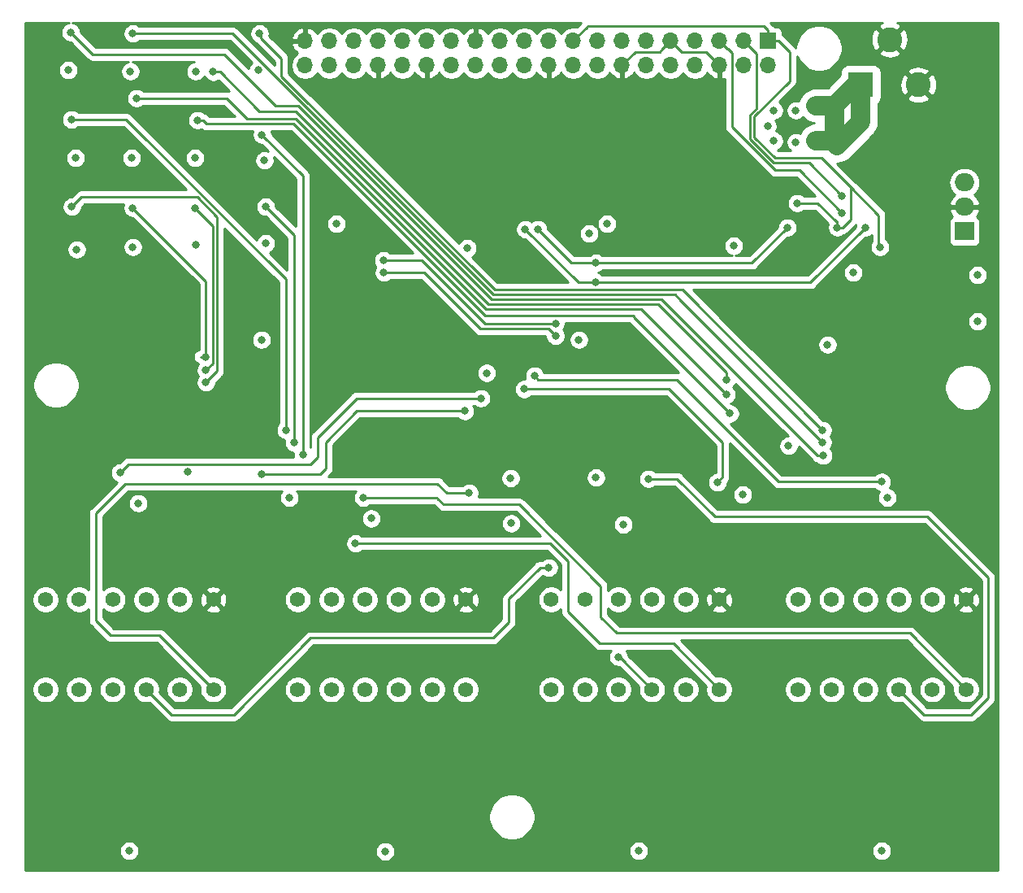
<source format=gbr>
G04 #@! TF.GenerationSoftware,KiCad,Pcbnew,5.1.5*
G04 #@! TF.CreationDate,2020-05-11T18:57:52-04:00*
G04 #@! TF.ProjectId,EVE-PCB-V4,4556452d-5043-4422-9d56-342e6b696361,rev?*
G04 #@! TF.SameCoordinates,Original*
G04 #@! TF.FileFunction,Copper,L4,Bot*
G04 #@! TF.FilePolarity,Positive*
%FSLAX46Y46*%
G04 Gerber Fmt 4.6, Leading zero omitted, Abs format (unit mm)*
G04 Created by KiCad (PCBNEW 5.1.5) date 2020-05-11 18:57:52*
%MOMM*%
%LPD*%
G04 APERTURE LIST*
%ADD10C,1.575000*%
%ADD11O,1.700000X1.700000*%
%ADD12R,1.700000X1.700000*%
%ADD13R,2.600000X2.600000*%
%ADD14C,2.600000*%
%ADD15R,2.000000X1.905000*%
%ADD16O,2.000000X1.905000*%
%ADD17C,0.800000*%
%ADD18C,0.250000*%
%ADD19C,2.000000*%
%ADD20C,0.254000*%
G04 APERTURE END LIST*
D10*
X108592346Y-95760000D03*
X108592346Y-105110000D03*
X105092346Y-95760000D03*
X105092346Y-105110000D03*
X101592346Y-95760000D03*
X101592346Y-105110000D03*
X98092346Y-95760000D03*
X98092346Y-105110000D03*
X94592346Y-95760000D03*
X94592346Y-105110000D03*
X91092346Y-95760000D03*
X91092346Y-105110000D03*
D11*
X118143346Y-40146769D03*
X118143346Y-37606769D03*
X120683346Y-40146769D03*
X120683346Y-37606769D03*
X123223346Y-40146769D03*
X123223346Y-37606769D03*
X125763346Y-40146769D03*
X125763346Y-37606769D03*
X128303346Y-40146769D03*
X128303346Y-37606769D03*
X130843346Y-40146769D03*
X130843346Y-37606769D03*
X133383346Y-40146769D03*
X133383346Y-37606769D03*
X135923346Y-40146769D03*
X135923346Y-37606769D03*
X138463346Y-40146769D03*
X138463346Y-37606769D03*
X141003346Y-40146769D03*
X141003346Y-37606769D03*
X143543346Y-40146769D03*
X143543346Y-37606769D03*
X146083346Y-40146769D03*
X146083346Y-37606769D03*
X148623346Y-40146769D03*
X148623346Y-37606769D03*
X151163346Y-40146769D03*
X151163346Y-37606769D03*
X153703346Y-40146769D03*
X153703346Y-37606769D03*
X156243346Y-40146769D03*
X156243346Y-37606769D03*
X158783346Y-40146769D03*
X158783346Y-37606769D03*
X161323346Y-40146769D03*
X161323346Y-37606769D03*
X163863346Y-40146769D03*
X163863346Y-37606769D03*
X166403346Y-40146769D03*
D12*
X166403346Y-37606769D03*
D10*
X187014846Y-95760000D03*
X187014846Y-105110000D03*
X183514846Y-95760000D03*
X183514846Y-105110000D03*
X180014846Y-95760000D03*
X180014846Y-105110000D03*
X176514846Y-95760000D03*
X176514846Y-105110000D03*
X173014846Y-95760000D03*
X173014846Y-105110000D03*
X169514846Y-95760000D03*
X169514846Y-105110000D03*
X161297346Y-95760000D03*
X161297346Y-105110000D03*
X157797346Y-95760000D03*
X157797346Y-105110000D03*
X154297346Y-95760000D03*
X154297346Y-105110000D03*
X150797346Y-95760000D03*
X150797346Y-105110000D03*
X147297346Y-95760000D03*
X147297346Y-105110000D03*
X143797346Y-95760000D03*
X143797346Y-105110000D03*
X134881346Y-95760000D03*
X134881346Y-105110000D03*
X131381346Y-95760000D03*
X131381346Y-105110000D03*
X127881346Y-95760000D03*
X127881346Y-105110000D03*
X124381346Y-95760000D03*
X124381346Y-105110000D03*
X120881346Y-95760000D03*
X120881346Y-105110000D03*
X117381346Y-95760000D03*
X117381346Y-105110000D03*
D13*
X176055346Y-42164000D03*
D14*
X182055346Y-42164000D03*
X179055346Y-37464000D03*
D15*
X186850346Y-57418769D03*
D16*
X186850346Y-54878769D03*
X186850346Y-52338769D03*
D17*
X167005000Y-48006000D03*
X169291000Y-48133000D03*
X169291000Y-44831000D03*
X167005000Y-44831000D03*
X188214000Y-61976000D03*
X93472000Y-40640000D03*
X99949000Y-40767000D03*
X113284000Y-40640000D03*
X100076000Y-49784000D03*
X106680000Y-49784000D03*
X94234000Y-49784000D03*
X106807000Y-58801000D03*
X113919000Y-50038000D03*
X94361000Y-59309000D03*
X100203000Y-59055000D03*
X114046000Y-58674000D03*
X166333000Y-46482000D03*
X172593000Y-69215000D03*
X105918000Y-82423000D03*
X113601500Y-68707000D03*
X99822000Y-121920000D03*
X126492000Y-121983500D03*
X152908000Y-121920000D03*
X178244500Y-121920000D03*
X168529000Y-79756000D03*
X106743500Y-40767000D03*
X139636500Y-87820500D03*
X139573000Y-83121500D03*
X148463000Y-83058000D03*
X151320500Y-87947500D03*
X138176000Y-55880000D03*
X151447500Y-69024500D03*
X108331000Y-78613000D03*
X136906000Y-78041500D03*
X108458000Y-89598500D03*
X136842500Y-60388500D03*
X160464500Y-91567000D03*
X188214000Y-66802000D03*
X175260000Y-61722000D03*
X162814000Y-58928000D03*
X149606000Y-56642000D03*
X121412000Y-56642000D03*
X125031500Y-87312500D03*
X135064500Y-59182000D03*
X147764500Y-57658000D03*
X100774500Y-85725000D03*
X116522500Y-85153500D03*
X178816000Y-85153500D03*
X137070500Y-72162000D03*
X146685000Y-68707000D03*
X163766500Y-84836000D03*
X93726000Y-36703000D03*
X172148500Y-80772000D03*
X100203000Y-36830000D03*
X172085000Y-79375000D03*
X113411000Y-36830000D03*
X172085000Y-78105000D03*
X106934000Y-45847000D03*
X162433000Y-76390500D03*
X162052000Y-72898000D03*
X108585000Y-40830500D03*
X100584000Y-43561000D03*
X162052000Y-74422000D03*
X113665000Y-47371000D03*
X117919500Y-80645000D03*
X114046000Y-54864000D03*
X117030500Y-79438500D03*
X93789500Y-45783500D03*
X116141500Y-78105000D03*
X107823000Y-70485000D03*
X100203000Y-54991000D03*
X107823000Y-71882000D03*
X106680000Y-54991000D03*
X107823000Y-73152000D03*
X93853000Y-54864000D03*
X173609000Y-57023000D03*
X169418000Y-54483000D03*
X178054000Y-59055000D03*
X174117000Y-53721000D03*
X174117000Y-55499000D03*
X124206000Y-85153500D03*
X123393200Y-89916000D03*
X135255000Y-84645500D03*
X168402000Y-57023000D03*
X148463000Y-60706000D03*
X144237000Y-67021000D03*
X126301500Y-60452000D03*
X142430500Y-57213500D03*
X176530000Y-57023000D03*
X148463000Y-62738000D03*
X144247351Y-68301351D03*
X126365000Y-61722000D03*
X141097000Y-57213500D03*
X171069000Y-48514000D03*
X173609000Y-48514000D03*
X173355000Y-44323000D03*
X171069000Y-44323000D03*
X153924000Y-83185000D03*
X150812500Y-101727000D03*
X143541500Y-92424500D03*
X178244500Y-83502500D03*
X142049500Y-72453500D03*
X161099500Y-83566000D03*
X140970000Y-73850500D03*
X113665000Y-82740500D03*
X134810500Y-76136500D03*
X98869500Y-82550000D03*
X136461500Y-74803000D03*
D18*
X155393347Y-38456768D02*
X156243346Y-37606769D01*
X152528345Y-38781770D02*
X155068345Y-38781770D01*
X155068345Y-38781770D02*
X155393347Y-38456768D01*
X151163346Y-40146769D02*
X152528345Y-38781770D01*
X159958347Y-38781770D02*
X160473347Y-39296770D01*
X157418347Y-38781770D02*
X159958347Y-38781770D01*
X160473347Y-39296770D02*
X161323346Y-40146769D01*
X156243346Y-37606769D02*
X157418347Y-38781770D01*
X171577000Y-80772000D02*
X172085000Y-80772000D01*
X155263009Y-64458009D02*
X171577000Y-80772000D01*
X137607189Y-64458009D02*
X155263009Y-64458009D01*
X115062000Y-44323000D02*
X117472180Y-44323000D01*
X117472180Y-44323000D02*
X137607189Y-64458009D01*
X109728000Y-38989000D02*
X115062000Y-44323000D01*
X96012000Y-38989000D02*
X109728000Y-38989000D01*
X93726000Y-36703000D02*
X96012000Y-38989000D01*
X100203000Y-36830000D02*
X110615590Y-36830000D01*
X110615590Y-36830000D02*
X137793590Y-64008000D01*
X157351590Y-64641590D02*
X172085000Y-79375000D01*
X156718000Y-64008000D02*
X157351590Y-64641590D01*
X137793590Y-64008000D02*
X156718000Y-64008000D01*
X113411000Y-36830000D02*
X113538000Y-36703000D01*
X113538000Y-37280425D02*
X115697000Y-39439425D01*
X113538000Y-36703000D02*
X113538000Y-37280425D01*
X115697000Y-39439425D02*
X115697000Y-41275000D01*
X137885001Y-63463001D02*
X157443001Y-63463001D01*
X115697000Y-41275000D02*
X137885001Y-63463001D01*
X157443001Y-63463001D02*
X172085000Y-78105000D01*
X107499685Y-45847000D02*
X107880685Y-46228000D01*
X106934000Y-45847000D02*
X107499685Y-45847000D01*
X107880685Y-46228000D02*
X116967000Y-46228000D01*
X116967000Y-46228000D02*
X136906000Y-66167000D01*
X136906000Y-66167000D02*
X152400000Y-66167000D01*
X152717500Y-66675000D02*
X162433000Y-76390500D01*
X152400000Y-66357500D02*
X152717500Y-66675000D01*
X152400000Y-66167000D02*
X152400000Y-66357500D01*
X137287000Y-65024000D02*
X154940000Y-65024000D01*
X117221000Y-44958000D02*
X137287000Y-65024000D01*
X154940000Y-65024000D02*
X162052000Y-72136000D01*
X162052000Y-72136000D02*
X162052000Y-72898000D01*
X108585000Y-40830500D02*
X109283500Y-40830500D01*
X113411000Y-44958000D02*
X117221000Y-44958000D01*
X109283500Y-40830500D02*
X113411000Y-44958000D01*
X100584000Y-43561000D02*
X109982000Y-43561000D01*
X109982000Y-43561000D02*
X112141000Y-45720000D01*
X112141000Y-45720000D02*
X117221000Y-45720000D01*
X117221000Y-45720000D02*
X137033000Y-65532000D01*
X154432000Y-66802000D02*
X162052000Y-74422000D01*
X153162000Y-65532000D02*
X154432000Y-66802000D01*
X137033000Y-65532000D02*
X153162000Y-65532000D01*
X113665000Y-47371000D02*
X117919500Y-51625500D01*
X117919500Y-51625500D02*
X117919500Y-80645000D01*
X114046000Y-54864000D02*
X117030500Y-57848500D01*
X117030500Y-57848500D02*
X117030500Y-79438500D01*
X116141500Y-62419090D02*
X116141500Y-78105000D01*
X93789500Y-45783500D02*
X99505910Y-45783500D01*
X99505910Y-45783500D02*
X116141500Y-62419090D01*
X107823000Y-70485000D02*
X107823000Y-62611000D01*
X107823000Y-62611000D02*
X100203000Y-54991000D01*
X107823000Y-70485000D02*
X107257315Y-70485000D01*
X108548001Y-56859001D02*
X106680000Y-54991000D01*
X107823000Y-71882000D02*
X108548001Y-71156999D01*
X108548001Y-71156999D02*
X108548001Y-56859001D01*
X108998011Y-71976989D02*
X108998011Y-55912011D01*
X107823000Y-73152000D02*
X108998011Y-71976989D01*
X108998011Y-55912011D02*
X106934000Y-53848000D01*
X106934000Y-53848000D02*
X94869000Y-53848000D01*
X94869000Y-53848000D02*
X93853000Y-54864000D01*
X166403346Y-36506769D02*
X166403346Y-37606769D01*
X165964577Y-36068000D02*
X166403346Y-36506769D01*
X147574000Y-36068000D02*
X165964577Y-36068000D01*
X147574000Y-36116115D02*
X146083346Y-37606769D01*
X147574000Y-36068000D02*
X147574000Y-36116115D01*
X174174685Y-57023000D02*
X173609000Y-57023000D01*
X175006000Y-56191685D02*
X174174685Y-57023000D01*
X175006000Y-52832000D02*
X175006000Y-56191685D01*
X175006000Y-52832000D02*
X177927000Y-55753000D01*
X169418000Y-54483000D02*
X171577000Y-54483000D01*
X171577000Y-54483000D02*
X173482000Y-56388000D01*
X173609000Y-56457315D02*
X173609000Y-57023000D01*
X173539685Y-56388000D02*
X173609000Y-56457315D01*
X173482000Y-56388000D02*
X173539685Y-56388000D01*
X171958000Y-49784000D02*
X175006000Y-52832000D01*
X167132000Y-49784000D02*
X171958000Y-49784000D01*
X164973000Y-47625000D02*
X167132000Y-49784000D01*
X167503346Y-37606769D02*
X168656000Y-38759423D01*
X166403346Y-37606769D02*
X167503346Y-37606769D01*
X168656000Y-41783000D02*
X164973000Y-45466000D01*
X164973000Y-45466000D02*
X164973000Y-47625000D01*
X168656000Y-38759423D02*
X168656000Y-41783000D01*
X177927000Y-55753000D02*
X177927000Y-58928000D01*
X177927000Y-58928000D02*
X178054000Y-59055000D01*
X170688000Y-50292000D02*
X174117000Y-53721000D01*
X167003590Y-50292000D02*
X170688000Y-50292000D01*
X163863346Y-37606769D02*
X165157990Y-38901413D01*
X164522990Y-47811400D02*
X167003590Y-50292000D01*
X164522990Y-45279600D02*
X164522990Y-47811400D01*
X165157990Y-44644600D02*
X164522990Y-45279600D01*
X165157990Y-38901413D02*
X165157990Y-44644600D01*
X162173345Y-38456768D02*
X162259307Y-38456768D01*
X161323346Y-37606769D02*
X162173345Y-38456768D01*
X162259307Y-38456768D02*
X162623500Y-38820961D01*
X167129180Y-51054000D02*
X169672000Y-51054000D01*
X162623500Y-38820961D02*
X162623500Y-46548320D01*
X169672000Y-51054000D02*
X174117000Y-55499000D01*
X162623500Y-46548320D02*
X167129180Y-51054000D01*
X181155346Y-99250500D02*
X187014846Y-105110000D01*
X150622000Y-99250500D02*
X181155346Y-99250500D01*
X148971000Y-97599500D02*
X150622000Y-99250500D01*
X132581502Y-85852000D02*
X140462000Y-85852000D01*
X140462000Y-85852000D02*
X148971000Y-94361000D01*
X148971000Y-94361000D02*
X148971000Y-97599500D01*
X131940300Y-85153500D02*
X124206000Y-85153500D01*
X131940300Y-85210798D02*
X132581502Y-85852000D01*
X131940300Y-85153500D02*
X131940300Y-85210798D01*
X156517346Y-100330000D02*
X161297346Y-105110000D01*
X143662400Y-89916000D02*
X145542000Y-91795600D01*
X145542000Y-97028000D02*
X148844000Y-100330000D01*
X123393200Y-89916000D02*
X143662400Y-89916000D01*
X148844000Y-100330000D02*
X156517346Y-100330000D01*
X145542000Y-91795600D02*
X145542000Y-97028000D01*
X132905500Y-84645500D02*
X131953000Y-83693000D01*
X131953000Y-83693000D02*
X99441000Y-83693000D01*
X99441000Y-83693000D02*
X96329500Y-86804500D01*
X96329500Y-86804500D02*
X96329500Y-97917000D01*
X96329500Y-97917000D02*
X97917000Y-99504500D01*
X102986846Y-99504500D02*
X108592346Y-105110000D01*
X97917000Y-99504500D02*
X102986846Y-99504500D01*
X132905500Y-84645500D02*
X135255000Y-84645500D01*
X144237000Y-67021000D02*
X136871000Y-67021000D01*
X136871000Y-67021000D02*
X130302000Y-60452000D01*
X164719000Y-60706000D02*
X148463000Y-60706000D01*
X168402000Y-57023000D02*
X164719000Y-60706000D01*
X130302000Y-60452000D02*
X126301500Y-60452000D01*
X145923000Y-60706000D02*
X142430500Y-57213500D01*
X148463000Y-60706000D02*
X145923000Y-60706000D01*
X176530000Y-57023000D02*
X170815000Y-62738000D01*
X170815000Y-62738000D02*
X148463000Y-62738000D01*
X143510000Y-67564000D02*
X144247351Y-68301351D01*
X136398000Y-67564000D02*
X143510000Y-67564000D01*
X130556000Y-61722000D02*
X136398000Y-67564000D01*
X130556000Y-61722000D02*
X126365000Y-61722000D01*
X146621500Y-62738000D02*
X141097000Y-57213500D01*
X148463000Y-62738000D02*
X146621500Y-62738000D01*
D19*
X173355000Y-44323000D02*
X171391001Y-44323000D01*
X173053990Y-47958990D02*
X171391001Y-47958990D01*
X173609000Y-48514000D02*
X173053990Y-47958990D01*
X173355000Y-48260000D02*
X173609000Y-48514000D01*
X173355000Y-44323000D02*
X173355000Y-48260000D01*
X175514000Y-42164000D02*
X173355000Y-44323000D01*
X176055346Y-42164000D02*
X175514000Y-42164000D01*
X176055346Y-46067654D02*
X173609000Y-48514000D01*
X176055346Y-42164000D02*
X176055346Y-46067654D01*
D18*
X153924000Y-83185000D02*
X156908500Y-83185000D01*
X156908500Y-83185000D02*
X160845500Y-87122000D01*
X160845500Y-87122000D02*
X183007000Y-87122000D01*
X183007000Y-87122000D02*
X189357000Y-93472000D01*
X189357000Y-93472000D02*
X189357000Y-105981500D01*
X189357000Y-105981500D02*
X187579000Y-107759500D01*
X182664346Y-107759500D02*
X180014846Y-105110000D01*
X187579000Y-107759500D02*
X182664346Y-107759500D01*
X150812500Y-101727000D02*
X151003000Y-101917500D01*
X151104846Y-101917500D02*
X154297346Y-105110000D01*
X151003000Y-101917500D02*
X151104846Y-101917500D01*
X139382500Y-95694500D02*
X142652500Y-92424500D01*
X139382500Y-98107500D02*
X139382500Y-95694500D01*
X142652500Y-92424500D02*
X143541500Y-92424500D01*
X101592346Y-105110000D02*
X104241846Y-107759500D01*
X104241846Y-107759500D02*
X110744000Y-107759500D01*
X110744000Y-107759500D02*
X118745000Y-99758500D01*
X118745000Y-99758500D02*
X137731500Y-99758500D01*
X137731500Y-99758500D02*
X139382500Y-98107500D01*
X142449499Y-72853499D02*
X156863999Y-72853499D01*
X142049500Y-72453500D02*
X142449499Y-72853499D01*
X167513000Y-83502500D02*
X178244500Y-83502500D01*
X156863999Y-72853499D02*
X167513000Y-83502500D01*
X161671000Y-82994500D02*
X161099500Y-83566000D01*
X161671000Y-79438500D02*
X161671000Y-82994500D01*
X156083000Y-73850500D02*
X161671000Y-79438500D01*
X140970000Y-73850500D02*
X156083000Y-73850500D01*
X134810500Y-76136500D02*
X123571000Y-76136500D01*
X123571000Y-76136500D02*
X120332500Y-79375000D01*
X114230685Y-82740500D02*
X113665000Y-82740500D01*
X119697500Y-82740500D02*
X114230685Y-82740500D01*
X120332500Y-82105500D02*
X119697500Y-82740500D01*
X120332500Y-79375000D02*
X120332500Y-82105500D01*
X136461500Y-74803000D02*
X123507500Y-74803000D01*
X123507500Y-74803000D02*
X119443500Y-78867000D01*
X119443500Y-78867000D02*
X119443500Y-80899000D01*
X119443500Y-80899000D02*
X118681500Y-81661000D01*
X99758500Y-81661000D02*
X98869500Y-82550000D01*
X118681500Y-81661000D02*
X99758500Y-81661000D01*
D20*
G36*
X93424102Y-35707774D02*
G01*
X93235744Y-35785795D01*
X93066226Y-35899063D01*
X92922063Y-36043226D01*
X92808795Y-36212744D01*
X92730774Y-36401102D01*
X92691000Y-36601061D01*
X92691000Y-36804939D01*
X92730774Y-37004898D01*
X92808795Y-37193256D01*
X92922063Y-37362774D01*
X93066226Y-37506937D01*
X93235744Y-37620205D01*
X93424102Y-37698226D01*
X93624061Y-37738000D01*
X93686199Y-37738000D01*
X95448200Y-39500002D01*
X95471999Y-39529001D01*
X95587724Y-39623974D01*
X95719753Y-39694546D01*
X95863014Y-39738003D01*
X95974667Y-39749000D01*
X95974676Y-39749000D01*
X96011999Y-39752676D01*
X96049322Y-39749000D01*
X99761596Y-39749000D01*
X99647102Y-39771774D01*
X99458744Y-39849795D01*
X99289226Y-39963063D01*
X99145063Y-40107226D01*
X99031795Y-40276744D01*
X98953774Y-40465102D01*
X98914000Y-40665061D01*
X98914000Y-40868939D01*
X98953774Y-41068898D01*
X99031795Y-41257256D01*
X99145063Y-41426774D01*
X99289226Y-41570937D01*
X99458744Y-41684205D01*
X99647102Y-41762226D01*
X99847061Y-41802000D01*
X100050939Y-41802000D01*
X100250898Y-41762226D01*
X100439256Y-41684205D01*
X100608774Y-41570937D01*
X100752937Y-41426774D01*
X100866205Y-41257256D01*
X100944226Y-41068898D01*
X100984000Y-40868939D01*
X100984000Y-40665061D01*
X100944226Y-40465102D01*
X100866205Y-40276744D01*
X100752937Y-40107226D01*
X100608774Y-39963063D01*
X100439256Y-39849795D01*
X100250898Y-39771774D01*
X100136404Y-39749000D01*
X106556096Y-39749000D01*
X106441602Y-39771774D01*
X106253244Y-39849795D01*
X106083726Y-39963063D01*
X105939563Y-40107226D01*
X105826295Y-40276744D01*
X105748274Y-40465102D01*
X105708500Y-40665061D01*
X105708500Y-40868939D01*
X105748274Y-41068898D01*
X105826295Y-41257256D01*
X105939563Y-41426774D01*
X106083726Y-41570937D01*
X106253244Y-41684205D01*
X106441602Y-41762226D01*
X106641561Y-41802000D01*
X106845439Y-41802000D01*
X107045398Y-41762226D01*
X107233756Y-41684205D01*
X107403274Y-41570937D01*
X107547437Y-41426774D01*
X107648845Y-41275006D01*
X107667795Y-41320756D01*
X107781063Y-41490274D01*
X107925226Y-41634437D01*
X108094744Y-41747705D01*
X108283102Y-41825726D01*
X108483061Y-41865500D01*
X108686939Y-41865500D01*
X108886898Y-41825726D01*
X109075256Y-41747705D01*
X109105617Y-41727418D01*
X110215976Y-42837778D01*
X110130986Y-42811997D01*
X110019333Y-42801000D01*
X110019322Y-42801000D01*
X109982000Y-42797324D01*
X109944678Y-42801000D01*
X101287711Y-42801000D01*
X101243774Y-42757063D01*
X101074256Y-42643795D01*
X100885898Y-42565774D01*
X100685939Y-42526000D01*
X100482061Y-42526000D01*
X100282102Y-42565774D01*
X100093744Y-42643795D01*
X99924226Y-42757063D01*
X99780063Y-42901226D01*
X99666795Y-43070744D01*
X99588774Y-43259102D01*
X99549000Y-43459061D01*
X99549000Y-43662939D01*
X99588774Y-43862898D01*
X99666795Y-44051256D01*
X99780063Y-44220774D01*
X99924226Y-44364937D01*
X100093744Y-44478205D01*
X100282102Y-44556226D01*
X100482061Y-44596000D01*
X100685939Y-44596000D01*
X100885898Y-44556226D01*
X101074256Y-44478205D01*
X101243774Y-44364937D01*
X101287711Y-44321000D01*
X109667199Y-44321000D01*
X110814198Y-45468000D01*
X108195486Y-45468000D01*
X108063489Y-45336003D01*
X108039686Y-45306999D01*
X107923961Y-45212026D01*
X107791932Y-45141454D01*
X107648724Y-45098013D01*
X107593774Y-45043063D01*
X107424256Y-44929795D01*
X107235898Y-44851774D01*
X107035939Y-44812000D01*
X106832061Y-44812000D01*
X106632102Y-44851774D01*
X106443744Y-44929795D01*
X106274226Y-45043063D01*
X106130063Y-45187226D01*
X106016795Y-45356744D01*
X105938774Y-45545102D01*
X105899000Y-45745061D01*
X105899000Y-45948939D01*
X105938774Y-46148898D01*
X106016795Y-46337256D01*
X106130063Y-46506774D01*
X106274226Y-46650937D01*
X106443744Y-46764205D01*
X106632102Y-46842226D01*
X106832061Y-46882000D01*
X107035939Y-46882000D01*
X107235898Y-46842226D01*
X107365642Y-46788484D01*
X107456409Y-46862974D01*
X107588438Y-46933546D01*
X107731699Y-46977003D01*
X107843352Y-46988000D01*
X107843361Y-46988000D01*
X107880684Y-46991676D01*
X107918007Y-46988000D01*
X112703368Y-46988000D01*
X112669774Y-47069102D01*
X112630000Y-47269061D01*
X112630000Y-47472939D01*
X112669774Y-47672898D01*
X112747795Y-47861256D01*
X112861063Y-48030774D01*
X113005226Y-48174937D01*
X113174744Y-48288205D01*
X113363102Y-48366226D01*
X113563061Y-48406000D01*
X113625199Y-48406000D01*
X114291017Y-49071819D01*
X114220898Y-49042774D01*
X114020939Y-49003000D01*
X113817061Y-49003000D01*
X113617102Y-49042774D01*
X113428744Y-49120795D01*
X113259226Y-49234063D01*
X113115063Y-49378226D01*
X113001795Y-49547744D01*
X112923774Y-49736102D01*
X112884000Y-49936061D01*
X112884000Y-50139939D01*
X112923774Y-50339898D01*
X113001795Y-50528256D01*
X113115063Y-50697774D01*
X113259226Y-50841937D01*
X113428744Y-50955205D01*
X113617102Y-51033226D01*
X113817061Y-51073000D01*
X114020939Y-51073000D01*
X114220898Y-51033226D01*
X114409256Y-50955205D01*
X114578774Y-50841937D01*
X114722937Y-50697774D01*
X114836205Y-50528256D01*
X114914226Y-50339898D01*
X114954000Y-50139939D01*
X114954000Y-49936061D01*
X114914226Y-49736102D01*
X114885182Y-49665983D01*
X117159500Y-51940302D01*
X117159500Y-56902697D01*
X115081000Y-54824199D01*
X115081000Y-54762061D01*
X115041226Y-54562102D01*
X114963205Y-54373744D01*
X114849937Y-54204226D01*
X114705774Y-54060063D01*
X114536256Y-53946795D01*
X114347898Y-53868774D01*
X114147939Y-53829000D01*
X113944061Y-53829000D01*
X113744102Y-53868774D01*
X113555744Y-53946795D01*
X113386226Y-54060063D01*
X113242063Y-54204226D01*
X113128795Y-54373744D01*
X113050774Y-54562102D01*
X113011000Y-54762061D01*
X113011000Y-54965939D01*
X113050774Y-55165898D01*
X113128795Y-55354256D01*
X113242063Y-55523774D01*
X113386226Y-55667937D01*
X113555744Y-55781205D01*
X113744102Y-55859226D01*
X113944061Y-55899000D01*
X114006199Y-55899000D01*
X116270500Y-58163303D01*
X116270500Y-61473288D01*
X114431718Y-59634506D01*
X114536256Y-59591205D01*
X114705774Y-59477937D01*
X114849937Y-59333774D01*
X114963205Y-59164256D01*
X115041226Y-58975898D01*
X115081000Y-58775939D01*
X115081000Y-58572061D01*
X115041226Y-58372102D01*
X114963205Y-58183744D01*
X114849937Y-58014226D01*
X114705774Y-57870063D01*
X114536256Y-57756795D01*
X114347898Y-57678774D01*
X114147939Y-57639000D01*
X113944061Y-57639000D01*
X113744102Y-57678774D01*
X113555744Y-57756795D01*
X113386226Y-57870063D01*
X113242063Y-58014226D01*
X113128795Y-58183744D01*
X113085494Y-58288282D01*
X104479273Y-49682061D01*
X105645000Y-49682061D01*
X105645000Y-49885939D01*
X105684774Y-50085898D01*
X105762795Y-50274256D01*
X105876063Y-50443774D01*
X106020226Y-50587937D01*
X106189744Y-50701205D01*
X106378102Y-50779226D01*
X106578061Y-50819000D01*
X106781939Y-50819000D01*
X106981898Y-50779226D01*
X107170256Y-50701205D01*
X107339774Y-50587937D01*
X107483937Y-50443774D01*
X107597205Y-50274256D01*
X107675226Y-50085898D01*
X107715000Y-49885939D01*
X107715000Y-49682061D01*
X107675226Y-49482102D01*
X107597205Y-49293744D01*
X107483937Y-49124226D01*
X107339774Y-48980063D01*
X107170256Y-48866795D01*
X106981898Y-48788774D01*
X106781939Y-48749000D01*
X106578061Y-48749000D01*
X106378102Y-48788774D01*
X106189744Y-48866795D01*
X106020226Y-48980063D01*
X105876063Y-49124226D01*
X105762795Y-49293744D01*
X105684774Y-49482102D01*
X105645000Y-49682061D01*
X104479273Y-49682061D01*
X100069714Y-45272503D01*
X100045911Y-45243499D01*
X99930186Y-45148526D01*
X99798157Y-45077954D01*
X99654896Y-45034497D01*
X99543243Y-45023500D01*
X99543232Y-45023500D01*
X99505910Y-45019824D01*
X99468588Y-45023500D01*
X94493211Y-45023500D01*
X94449274Y-44979563D01*
X94279756Y-44866295D01*
X94091398Y-44788274D01*
X93891439Y-44748500D01*
X93687561Y-44748500D01*
X93487602Y-44788274D01*
X93299244Y-44866295D01*
X93129726Y-44979563D01*
X92985563Y-45123726D01*
X92872295Y-45293244D01*
X92794274Y-45481602D01*
X92754500Y-45681561D01*
X92754500Y-45885439D01*
X92794274Y-46085398D01*
X92872295Y-46273756D01*
X92985563Y-46443274D01*
X93129726Y-46587437D01*
X93299244Y-46700705D01*
X93487602Y-46778726D01*
X93687561Y-46818500D01*
X93891439Y-46818500D01*
X94091398Y-46778726D01*
X94279756Y-46700705D01*
X94449274Y-46587437D01*
X94493211Y-46543500D01*
X99191109Y-46543500D01*
X105735609Y-53088000D01*
X94906322Y-53088000D01*
X94869000Y-53084324D01*
X94831677Y-53088000D01*
X94831667Y-53088000D01*
X94720014Y-53098997D01*
X94576753Y-53142454D01*
X94444723Y-53213026D01*
X94361083Y-53281668D01*
X94328999Y-53307999D01*
X94305201Y-53336997D01*
X93813199Y-53829000D01*
X93751061Y-53829000D01*
X93551102Y-53868774D01*
X93362744Y-53946795D01*
X93193226Y-54060063D01*
X93049063Y-54204226D01*
X92935795Y-54373744D01*
X92857774Y-54562102D01*
X92818000Y-54762061D01*
X92818000Y-54965939D01*
X92857774Y-55165898D01*
X92935795Y-55354256D01*
X93049063Y-55523774D01*
X93193226Y-55667937D01*
X93362744Y-55781205D01*
X93551102Y-55859226D01*
X93751061Y-55899000D01*
X93954939Y-55899000D01*
X94154898Y-55859226D01*
X94343256Y-55781205D01*
X94512774Y-55667937D01*
X94656937Y-55523774D01*
X94770205Y-55354256D01*
X94848226Y-55165898D01*
X94888000Y-54965939D01*
X94888000Y-54903801D01*
X95183802Y-54608000D01*
X99241368Y-54608000D01*
X99207774Y-54689102D01*
X99168000Y-54889061D01*
X99168000Y-55092939D01*
X99207774Y-55292898D01*
X99285795Y-55481256D01*
X99399063Y-55650774D01*
X99543226Y-55794937D01*
X99712744Y-55908205D01*
X99901102Y-55986226D01*
X100101061Y-56026000D01*
X100163199Y-56026000D01*
X107063001Y-62925803D01*
X107063000Y-69749747D01*
X106965068Y-69779454D01*
X106833039Y-69850026D01*
X106717314Y-69944999D01*
X106622341Y-70060724D01*
X106551769Y-70192753D01*
X106508312Y-70336014D01*
X106493638Y-70485000D01*
X106508312Y-70633986D01*
X106551769Y-70777247D01*
X106622341Y-70909276D01*
X106717314Y-71025001D01*
X106833039Y-71119974D01*
X106965068Y-71190546D01*
X107030803Y-71210486D01*
X107019063Y-71222226D01*
X106905795Y-71391744D01*
X106827774Y-71580102D01*
X106788000Y-71780061D01*
X106788000Y-71983939D01*
X106827774Y-72183898D01*
X106905795Y-72372256D01*
X107002510Y-72517000D01*
X106905795Y-72661744D01*
X106827774Y-72850102D01*
X106788000Y-73050061D01*
X106788000Y-73253939D01*
X106827774Y-73453898D01*
X106905795Y-73642256D01*
X107019063Y-73811774D01*
X107163226Y-73955937D01*
X107332744Y-74069205D01*
X107521102Y-74147226D01*
X107721061Y-74187000D01*
X107924939Y-74187000D01*
X108124898Y-74147226D01*
X108313256Y-74069205D01*
X108482774Y-73955937D01*
X108626937Y-73811774D01*
X108740205Y-73642256D01*
X108818226Y-73453898D01*
X108858000Y-73253939D01*
X108858000Y-73191802D01*
X109509020Y-72540783D01*
X109538012Y-72516990D01*
X109561806Y-72487997D01*
X109561810Y-72487993D01*
X109632984Y-72401266D01*
X109632985Y-72401265D01*
X109703557Y-72269236D01*
X109747014Y-72125975D01*
X109758011Y-72014322D01*
X109758011Y-72014313D01*
X109761687Y-71976990D01*
X109758011Y-71939667D01*
X109758011Y-68605061D01*
X112566500Y-68605061D01*
X112566500Y-68808939D01*
X112606274Y-69008898D01*
X112684295Y-69197256D01*
X112797563Y-69366774D01*
X112941726Y-69510937D01*
X113111244Y-69624205D01*
X113299602Y-69702226D01*
X113499561Y-69742000D01*
X113703439Y-69742000D01*
X113903398Y-69702226D01*
X114091756Y-69624205D01*
X114261274Y-69510937D01*
X114405437Y-69366774D01*
X114518705Y-69197256D01*
X114596726Y-69008898D01*
X114636500Y-68808939D01*
X114636500Y-68605061D01*
X114596726Y-68405102D01*
X114518705Y-68216744D01*
X114405437Y-68047226D01*
X114261274Y-67903063D01*
X114091756Y-67789795D01*
X113903398Y-67711774D01*
X113703439Y-67672000D01*
X113499561Y-67672000D01*
X113299602Y-67711774D01*
X113111244Y-67789795D01*
X112941726Y-67903063D01*
X112797563Y-68047226D01*
X112684295Y-68216744D01*
X112606274Y-68405102D01*
X112566500Y-68605061D01*
X109758011Y-68605061D01*
X109758011Y-57110403D01*
X115381500Y-62733892D01*
X115381501Y-77401288D01*
X115337563Y-77445226D01*
X115224295Y-77614744D01*
X115146274Y-77803102D01*
X115106500Y-78003061D01*
X115106500Y-78206939D01*
X115146274Y-78406898D01*
X115224295Y-78595256D01*
X115337563Y-78764774D01*
X115481726Y-78908937D01*
X115651244Y-79022205D01*
X115839602Y-79100226D01*
X116034787Y-79139050D01*
X115995500Y-79336561D01*
X115995500Y-79540439D01*
X116035274Y-79740398D01*
X116113295Y-79928756D01*
X116226563Y-80098274D01*
X116370726Y-80242437D01*
X116540244Y-80355705D01*
X116728602Y-80433726D01*
X116899487Y-80467717D01*
X116884500Y-80543061D01*
X116884500Y-80746939D01*
X116915144Y-80901000D01*
X99795823Y-80901000D01*
X99758500Y-80897324D01*
X99721177Y-80901000D01*
X99721167Y-80901000D01*
X99609514Y-80911997D01*
X99466253Y-80955454D01*
X99334224Y-81026026D01*
X99218499Y-81120999D01*
X99194701Y-81149997D01*
X98829698Y-81515000D01*
X98767561Y-81515000D01*
X98567602Y-81554774D01*
X98379244Y-81632795D01*
X98209726Y-81746063D01*
X98065563Y-81890226D01*
X97952295Y-82059744D01*
X97874274Y-82248102D01*
X97834500Y-82448061D01*
X97834500Y-82651939D01*
X97874274Y-82851898D01*
X97952295Y-83040256D01*
X98065563Y-83209774D01*
X98209726Y-83353937D01*
X98379244Y-83467205D01*
X98529679Y-83529518D01*
X95818503Y-86240696D01*
X95789499Y-86264499D01*
X95746188Y-86317274D01*
X95694526Y-86380224D01*
X95675511Y-86415799D01*
X95623954Y-86512254D01*
X95580497Y-86655515D01*
X95569500Y-86767168D01*
X95569500Y-86767178D01*
X95565824Y-86804500D01*
X95569500Y-86841822D01*
X95569501Y-94725436D01*
X95499137Y-94655072D01*
X95266152Y-94499397D01*
X95007274Y-94392166D01*
X94732450Y-94337500D01*
X94452242Y-94337500D01*
X94177418Y-94392166D01*
X93918540Y-94499397D01*
X93685555Y-94655072D01*
X93487418Y-94853209D01*
X93331743Y-95086194D01*
X93224512Y-95345072D01*
X93169846Y-95619896D01*
X93169846Y-95900104D01*
X93224512Y-96174928D01*
X93331743Y-96433806D01*
X93487418Y-96666791D01*
X93685555Y-96864928D01*
X93918540Y-97020603D01*
X94177418Y-97127834D01*
X94452242Y-97182500D01*
X94732450Y-97182500D01*
X95007274Y-97127834D01*
X95266152Y-97020603D01*
X95499137Y-96864928D01*
X95569501Y-96794564D01*
X95569501Y-97879668D01*
X95565824Y-97917000D01*
X95580498Y-98065985D01*
X95623954Y-98209246D01*
X95694526Y-98341276D01*
X95765701Y-98428002D01*
X95789500Y-98457001D01*
X95818498Y-98480799D01*
X97353200Y-100015502D01*
X97376999Y-100044501D01*
X97405997Y-100068299D01*
X97492723Y-100139474D01*
X97573735Y-100182776D01*
X97624753Y-100210046D01*
X97768014Y-100253503D01*
X97879667Y-100264500D01*
X97879676Y-100264500D01*
X97916999Y-100268176D01*
X97954322Y-100264500D01*
X102672045Y-100264500D01*
X107204288Y-104796744D01*
X107169846Y-104969896D01*
X107169846Y-105250104D01*
X107224512Y-105524928D01*
X107331743Y-105783806D01*
X107487418Y-106016791D01*
X107685555Y-106214928D01*
X107918540Y-106370603D01*
X108177418Y-106477834D01*
X108452242Y-106532500D01*
X108732450Y-106532500D01*
X109007274Y-106477834D01*
X109266152Y-106370603D01*
X109499137Y-106214928D01*
X109697274Y-106016791D01*
X109852949Y-105783806D01*
X109960180Y-105524928D01*
X110014846Y-105250104D01*
X110014846Y-104969896D01*
X109960180Y-104695072D01*
X109852949Y-104436194D01*
X109697274Y-104203209D01*
X109499137Y-104005072D01*
X109266152Y-103849397D01*
X109007274Y-103742166D01*
X108732450Y-103687500D01*
X108452242Y-103687500D01*
X108279090Y-103721942D01*
X103550650Y-98993503D01*
X103526847Y-98964499D01*
X103411122Y-98869526D01*
X103279093Y-98798954D01*
X103135832Y-98755497D01*
X103024179Y-98744500D01*
X103024168Y-98744500D01*
X102986846Y-98740824D01*
X102949524Y-98744500D01*
X98231802Y-98744500D01*
X97089500Y-97602199D01*
X97089500Y-96768873D01*
X97185555Y-96864928D01*
X97418540Y-97020603D01*
X97677418Y-97127834D01*
X97952242Y-97182500D01*
X98232450Y-97182500D01*
X98507274Y-97127834D01*
X98766152Y-97020603D01*
X98999137Y-96864928D01*
X99197274Y-96666791D01*
X99352949Y-96433806D01*
X99460180Y-96174928D01*
X99514846Y-95900104D01*
X99514846Y-95619896D01*
X100169846Y-95619896D01*
X100169846Y-95900104D01*
X100224512Y-96174928D01*
X100331743Y-96433806D01*
X100487418Y-96666791D01*
X100685555Y-96864928D01*
X100918540Y-97020603D01*
X101177418Y-97127834D01*
X101452242Y-97182500D01*
X101732450Y-97182500D01*
X102007274Y-97127834D01*
X102266152Y-97020603D01*
X102499137Y-96864928D01*
X102697274Y-96666791D01*
X102852949Y-96433806D01*
X102960180Y-96174928D01*
X103014846Y-95900104D01*
X103014846Y-95619896D01*
X103669846Y-95619896D01*
X103669846Y-95900104D01*
X103724512Y-96174928D01*
X103831743Y-96433806D01*
X103987418Y-96666791D01*
X104185555Y-96864928D01*
X104418540Y-97020603D01*
X104677418Y-97127834D01*
X104952242Y-97182500D01*
X105232450Y-97182500D01*
X105507274Y-97127834D01*
X105766152Y-97020603D01*
X105999137Y-96864928D01*
X106120289Y-96743776D01*
X107788175Y-96743776D01*
X107858244Y-96986470D01*
X108111622Y-97106121D01*
X108383474Y-97174040D01*
X108663354Y-97187619D01*
X108940503Y-97146334D01*
X109204274Y-97051774D01*
X109326448Y-96986470D01*
X109396517Y-96743776D01*
X108592346Y-95939605D01*
X107788175Y-96743776D01*
X106120289Y-96743776D01*
X106197274Y-96666791D01*
X106352949Y-96433806D01*
X106460180Y-96174928D01*
X106514846Y-95900104D01*
X106514846Y-95831008D01*
X107164727Y-95831008D01*
X107206012Y-96108157D01*
X107300572Y-96371928D01*
X107365876Y-96494102D01*
X107608570Y-96564171D01*
X108412741Y-95760000D01*
X108771951Y-95760000D01*
X109576122Y-96564171D01*
X109818816Y-96494102D01*
X109938467Y-96240724D01*
X110006386Y-95968872D01*
X110019965Y-95688992D01*
X110009673Y-95619896D01*
X115958846Y-95619896D01*
X115958846Y-95900104D01*
X116013512Y-96174928D01*
X116120743Y-96433806D01*
X116276418Y-96666791D01*
X116474555Y-96864928D01*
X116707540Y-97020603D01*
X116966418Y-97127834D01*
X117241242Y-97182500D01*
X117521450Y-97182500D01*
X117796274Y-97127834D01*
X118055152Y-97020603D01*
X118288137Y-96864928D01*
X118486274Y-96666791D01*
X118641949Y-96433806D01*
X118749180Y-96174928D01*
X118803846Y-95900104D01*
X118803846Y-95619896D01*
X119458846Y-95619896D01*
X119458846Y-95900104D01*
X119513512Y-96174928D01*
X119620743Y-96433806D01*
X119776418Y-96666791D01*
X119974555Y-96864928D01*
X120207540Y-97020603D01*
X120466418Y-97127834D01*
X120741242Y-97182500D01*
X121021450Y-97182500D01*
X121296274Y-97127834D01*
X121555152Y-97020603D01*
X121788137Y-96864928D01*
X121986274Y-96666791D01*
X122141949Y-96433806D01*
X122249180Y-96174928D01*
X122303846Y-95900104D01*
X122303846Y-95619896D01*
X122958846Y-95619896D01*
X122958846Y-95900104D01*
X123013512Y-96174928D01*
X123120743Y-96433806D01*
X123276418Y-96666791D01*
X123474555Y-96864928D01*
X123707540Y-97020603D01*
X123966418Y-97127834D01*
X124241242Y-97182500D01*
X124521450Y-97182500D01*
X124796274Y-97127834D01*
X125055152Y-97020603D01*
X125288137Y-96864928D01*
X125486274Y-96666791D01*
X125641949Y-96433806D01*
X125749180Y-96174928D01*
X125803846Y-95900104D01*
X125803846Y-95619896D01*
X126458846Y-95619896D01*
X126458846Y-95900104D01*
X126513512Y-96174928D01*
X126620743Y-96433806D01*
X126776418Y-96666791D01*
X126974555Y-96864928D01*
X127207540Y-97020603D01*
X127466418Y-97127834D01*
X127741242Y-97182500D01*
X128021450Y-97182500D01*
X128296274Y-97127834D01*
X128555152Y-97020603D01*
X128788137Y-96864928D01*
X128986274Y-96666791D01*
X129141949Y-96433806D01*
X129249180Y-96174928D01*
X129303846Y-95900104D01*
X129303846Y-95619896D01*
X129958846Y-95619896D01*
X129958846Y-95900104D01*
X130013512Y-96174928D01*
X130120743Y-96433806D01*
X130276418Y-96666791D01*
X130474555Y-96864928D01*
X130707540Y-97020603D01*
X130966418Y-97127834D01*
X131241242Y-97182500D01*
X131521450Y-97182500D01*
X131796274Y-97127834D01*
X132055152Y-97020603D01*
X132288137Y-96864928D01*
X132409289Y-96743776D01*
X134077175Y-96743776D01*
X134147244Y-96986470D01*
X134400622Y-97106121D01*
X134672474Y-97174040D01*
X134952354Y-97187619D01*
X135229503Y-97146334D01*
X135493274Y-97051774D01*
X135615448Y-96986470D01*
X135685517Y-96743776D01*
X134881346Y-95939605D01*
X134077175Y-96743776D01*
X132409289Y-96743776D01*
X132486274Y-96666791D01*
X132641949Y-96433806D01*
X132749180Y-96174928D01*
X132803846Y-95900104D01*
X132803846Y-95831008D01*
X133453727Y-95831008D01*
X133495012Y-96108157D01*
X133589572Y-96371928D01*
X133654876Y-96494102D01*
X133897570Y-96564171D01*
X134701741Y-95760000D01*
X135060951Y-95760000D01*
X135865122Y-96564171D01*
X136107816Y-96494102D01*
X136227467Y-96240724D01*
X136295386Y-95968872D01*
X136308965Y-95688992D01*
X136267680Y-95411843D01*
X136173120Y-95148072D01*
X136107816Y-95025898D01*
X135865122Y-94955829D01*
X135060951Y-95760000D01*
X134701741Y-95760000D01*
X133897570Y-94955829D01*
X133654876Y-95025898D01*
X133535225Y-95279276D01*
X133467306Y-95551128D01*
X133453727Y-95831008D01*
X132803846Y-95831008D01*
X132803846Y-95619896D01*
X132749180Y-95345072D01*
X132641949Y-95086194D01*
X132486274Y-94853209D01*
X132409289Y-94776224D01*
X134077175Y-94776224D01*
X134881346Y-95580395D01*
X135685517Y-94776224D01*
X135615448Y-94533530D01*
X135362070Y-94413879D01*
X135090218Y-94345960D01*
X134810338Y-94332381D01*
X134533189Y-94373666D01*
X134269418Y-94468226D01*
X134147244Y-94533530D01*
X134077175Y-94776224D01*
X132409289Y-94776224D01*
X132288137Y-94655072D01*
X132055152Y-94499397D01*
X131796274Y-94392166D01*
X131521450Y-94337500D01*
X131241242Y-94337500D01*
X130966418Y-94392166D01*
X130707540Y-94499397D01*
X130474555Y-94655072D01*
X130276418Y-94853209D01*
X130120743Y-95086194D01*
X130013512Y-95345072D01*
X129958846Y-95619896D01*
X129303846Y-95619896D01*
X129249180Y-95345072D01*
X129141949Y-95086194D01*
X128986274Y-94853209D01*
X128788137Y-94655072D01*
X128555152Y-94499397D01*
X128296274Y-94392166D01*
X128021450Y-94337500D01*
X127741242Y-94337500D01*
X127466418Y-94392166D01*
X127207540Y-94499397D01*
X126974555Y-94655072D01*
X126776418Y-94853209D01*
X126620743Y-95086194D01*
X126513512Y-95345072D01*
X126458846Y-95619896D01*
X125803846Y-95619896D01*
X125749180Y-95345072D01*
X125641949Y-95086194D01*
X125486274Y-94853209D01*
X125288137Y-94655072D01*
X125055152Y-94499397D01*
X124796274Y-94392166D01*
X124521450Y-94337500D01*
X124241242Y-94337500D01*
X123966418Y-94392166D01*
X123707540Y-94499397D01*
X123474555Y-94655072D01*
X123276418Y-94853209D01*
X123120743Y-95086194D01*
X123013512Y-95345072D01*
X122958846Y-95619896D01*
X122303846Y-95619896D01*
X122249180Y-95345072D01*
X122141949Y-95086194D01*
X121986274Y-94853209D01*
X121788137Y-94655072D01*
X121555152Y-94499397D01*
X121296274Y-94392166D01*
X121021450Y-94337500D01*
X120741242Y-94337500D01*
X120466418Y-94392166D01*
X120207540Y-94499397D01*
X119974555Y-94655072D01*
X119776418Y-94853209D01*
X119620743Y-95086194D01*
X119513512Y-95345072D01*
X119458846Y-95619896D01*
X118803846Y-95619896D01*
X118749180Y-95345072D01*
X118641949Y-95086194D01*
X118486274Y-94853209D01*
X118288137Y-94655072D01*
X118055152Y-94499397D01*
X117796274Y-94392166D01*
X117521450Y-94337500D01*
X117241242Y-94337500D01*
X116966418Y-94392166D01*
X116707540Y-94499397D01*
X116474555Y-94655072D01*
X116276418Y-94853209D01*
X116120743Y-95086194D01*
X116013512Y-95345072D01*
X115958846Y-95619896D01*
X110009673Y-95619896D01*
X109978680Y-95411843D01*
X109884120Y-95148072D01*
X109818816Y-95025898D01*
X109576122Y-94955829D01*
X108771951Y-95760000D01*
X108412741Y-95760000D01*
X107608570Y-94955829D01*
X107365876Y-95025898D01*
X107246225Y-95279276D01*
X107178306Y-95551128D01*
X107164727Y-95831008D01*
X106514846Y-95831008D01*
X106514846Y-95619896D01*
X106460180Y-95345072D01*
X106352949Y-95086194D01*
X106197274Y-94853209D01*
X106120289Y-94776224D01*
X107788175Y-94776224D01*
X108592346Y-95580395D01*
X109396517Y-94776224D01*
X109326448Y-94533530D01*
X109073070Y-94413879D01*
X108801218Y-94345960D01*
X108521338Y-94332381D01*
X108244189Y-94373666D01*
X107980418Y-94468226D01*
X107858244Y-94533530D01*
X107788175Y-94776224D01*
X106120289Y-94776224D01*
X105999137Y-94655072D01*
X105766152Y-94499397D01*
X105507274Y-94392166D01*
X105232450Y-94337500D01*
X104952242Y-94337500D01*
X104677418Y-94392166D01*
X104418540Y-94499397D01*
X104185555Y-94655072D01*
X103987418Y-94853209D01*
X103831743Y-95086194D01*
X103724512Y-95345072D01*
X103669846Y-95619896D01*
X103014846Y-95619896D01*
X102960180Y-95345072D01*
X102852949Y-95086194D01*
X102697274Y-94853209D01*
X102499137Y-94655072D01*
X102266152Y-94499397D01*
X102007274Y-94392166D01*
X101732450Y-94337500D01*
X101452242Y-94337500D01*
X101177418Y-94392166D01*
X100918540Y-94499397D01*
X100685555Y-94655072D01*
X100487418Y-94853209D01*
X100331743Y-95086194D01*
X100224512Y-95345072D01*
X100169846Y-95619896D01*
X99514846Y-95619896D01*
X99460180Y-95345072D01*
X99352949Y-95086194D01*
X99197274Y-94853209D01*
X98999137Y-94655072D01*
X98766152Y-94499397D01*
X98507274Y-94392166D01*
X98232450Y-94337500D01*
X97952242Y-94337500D01*
X97677418Y-94392166D01*
X97418540Y-94499397D01*
X97185555Y-94655072D01*
X97089500Y-94751127D01*
X97089500Y-87210561D01*
X123996500Y-87210561D01*
X123996500Y-87414439D01*
X124036274Y-87614398D01*
X124114295Y-87802756D01*
X124227563Y-87972274D01*
X124371726Y-88116437D01*
X124541244Y-88229705D01*
X124729602Y-88307726D01*
X124929561Y-88347500D01*
X125133439Y-88347500D01*
X125333398Y-88307726D01*
X125521756Y-88229705D01*
X125691274Y-88116437D01*
X125835437Y-87972274D01*
X125948705Y-87802756D01*
X125983579Y-87718561D01*
X138601500Y-87718561D01*
X138601500Y-87922439D01*
X138641274Y-88122398D01*
X138719295Y-88310756D01*
X138832563Y-88480274D01*
X138976726Y-88624437D01*
X139146244Y-88737705D01*
X139334602Y-88815726D01*
X139534561Y-88855500D01*
X139738439Y-88855500D01*
X139938398Y-88815726D01*
X140126756Y-88737705D01*
X140296274Y-88624437D01*
X140440437Y-88480274D01*
X140553705Y-88310756D01*
X140631726Y-88122398D01*
X140671500Y-87922439D01*
X140671500Y-87718561D01*
X140631726Y-87518602D01*
X140553705Y-87330244D01*
X140440437Y-87160726D01*
X140296274Y-87016563D01*
X140126756Y-86903295D01*
X139938398Y-86825274D01*
X139738439Y-86785500D01*
X139534561Y-86785500D01*
X139334602Y-86825274D01*
X139146244Y-86903295D01*
X138976726Y-87016563D01*
X138832563Y-87160726D01*
X138719295Y-87330244D01*
X138641274Y-87518602D01*
X138601500Y-87718561D01*
X125983579Y-87718561D01*
X126026726Y-87614398D01*
X126066500Y-87414439D01*
X126066500Y-87210561D01*
X126026726Y-87010602D01*
X125948705Y-86822244D01*
X125835437Y-86652726D01*
X125691274Y-86508563D01*
X125521756Y-86395295D01*
X125333398Y-86317274D01*
X125133439Y-86277500D01*
X124929561Y-86277500D01*
X124729602Y-86317274D01*
X124541244Y-86395295D01*
X124371726Y-86508563D01*
X124227563Y-86652726D01*
X124114295Y-86822244D01*
X124036274Y-87010602D01*
X123996500Y-87210561D01*
X97089500Y-87210561D01*
X97089500Y-87119301D01*
X98585741Y-85623061D01*
X99739500Y-85623061D01*
X99739500Y-85826939D01*
X99779274Y-86026898D01*
X99857295Y-86215256D01*
X99970563Y-86384774D01*
X100114726Y-86528937D01*
X100284244Y-86642205D01*
X100472602Y-86720226D01*
X100672561Y-86760000D01*
X100876439Y-86760000D01*
X101076398Y-86720226D01*
X101264756Y-86642205D01*
X101434274Y-86528937D01*
X101578437Y-86384774D01*
X101691705Y-86215256D01*
X101769726Y-86026898D01*
X101809500Y-85826939D01*
X101809500Y-85623061D01*
X101769726Y-85423102D01*
X101691705Y-85234744D01*
X101578437Y-85065226D01*
X101434274Y-84921063D01*
X101264756Y-84807795D01*
X101076398Y-84729774D01*
X100876439Y-84690000D01*
X100672561Y-84690000D01*
X100472602Y-84729774D01*
X100284244Y-84807795D01*
X100114726Y-84921063D01*
X99970563Y-85065226D01*
X99857295Y-85234744D01*
X99779274Y-85423102D01*
X99739500Y-85623061D01*
X98585741Y-85623061D01*
X99755803Y-84453000D01*
X115759289Y-84453000D01*
X115718563Y-84493726D01*
X115605295Y-84663244D01*
X115527274Y-84851602D01*
X115487500Y-85051561D01*
X115487500Y-85255439D01*
X115527274Y-85455398D01*
X115605295Y-85643756D01*
X115718563Y-85813274D01*
X115862726Y-85957437D01*
X116032244Y-86070705D01*
X116220602Y-86148726D01*
X116420561Y-86188500D01*
X116624439Y-86188500D01*
X116824398Y-86148726D01*
X117012756Y-86070705D01*
X117182274Y-85957437D01*
X117326437Y-85813274D01*
X117439705Y-85643756D01*
X117517726Y-85455398D01*
X117557500Y-85255439D01*
X117557500Y-85051561D01*
X117517726Y-84851602D01*
X117439705Y-84663244D01*
X117326437Y-84493726D01*
X117285711Y-84453000D01*
X123442789Y-84453000D01*
X123402063Y-84493726D01*
X123288795Y-84663244D01*
X123210774Y-84851602D01*
X123171000Y-85051561D01*
X123171000Y-85255439D01*
X123210774Y-85455398D01*
X123288795Y-85643756D01*
X123402063Y-85813274D01*
X123546226Y-85957437D01*
X123715744Y-86070705D01*
X123904102Y-86148726D01*
X124104061Y-86188500D01*
X124307939Y-86188500D01*
X124507898Y-86148726D01*
X124696256Y-86070705D01*
X124865774Y-85957437D01*
X124909711Y-85913500D01*
X131568201Y-85913500D01*
X132017702Y-86363002D01*
X132041501Y-86392001D01*
X132157226Y-86486974D01*
X132289255Y-86557546D01*
X132432516Y-86601003D01*
X132533986Y-86610997D01*
X132581502Y-86615677D01*
X132618835Y-86612000D01*
X140147199Y-86612000D01*
X142691199Y-89156000D01*
X124096911Y-89156000D01*
X124052974Y-89112063D01*
X123883456Y-88998795D01*
X123695098Y-88920774D01*
X123495139Y-88881000D01*
X123291261Y-88881000D01*
X123091302Y-88920774D01*
X122902944Y-88998795D01*
X122733426Y-89112063D01*
X122589263Y-89256226D01*
X122475995Y-89425744D01*
X122397974Y-89614102D01*
X122358200Y-89814061D01*
X122358200Y-90017939D01*
X122397974Y-90217898D01*
X122475995Y-90406256D01*
X122589263Y-90575774D01*
X122733426Y-90719937D01*
X122902944Y-90833205D01*
X123091302Y-90911226D01*
X123291261Y-90951000D01*
X123495139Y-90951000D01*
X123695098Y-90911226D01*
X123883456Y-90833205D01*
X124052974Y-90719937D01*
X124096911Y-90676000D01*
X143347599Y-90676000D01*
X144782000Y-92110402D01*
X144782001Y-94732936D01*
X144704137Y-94655072D01*
X144471152Y-94499397D01*
X144212274Y-94392166D01*
X143937450Y-94337500D01*
X143657242Y-94337500D01*
X143382418Y-94392166D01*
X143123540Y-94499397D01*
X142890555Y-94655072D01*
X142692418Y-94853209D01*
X142536743Y-95086194D01*
X142429512Y-95345072D01*
X142374846Y-95619896D01*
X142374846Y-95900104D01*
X142429512Y-96174928D01*
X142536743Y-96433806D01*
X142692418Y-96666791D01*
X142890555Y-96864928D01*
X143123540Y-97020603D01*
X143382418Y-97127834D01*
X143657242Y-97182500D01*
X143937450Y-97182500D01*
X144212274Y-97127834D01*
X144471152Y-97020603D01*
X144704137Y-96864928D01*
X144782001Y-96787064D01*
X144782001Y-96990668D01*
X144778324Y-97028000D01*
X144782001Y-97065333D01*
X144792998Y-97176986D01*
X144803454Y-97211454D01*
X144836454Y-97320246D01*
X144907026Y-97452276D01*
X144978201Y-97539002D01*
X145002000Y-97568001D01*
X145030998Y-97591799D01*
X148280200Y-100841002D01*
X148303999Y-100870001D01*
X148419724Y-100964974D01*
X148551753Y-101035546D01*
X148695014Y-101079003D01*
X148806667Y-101090000D01*
X148806676Y-101090000D01*
X148843999Y-101093676D01*
X148881322Y-101090000D01*
X149993346Y-101090000D01*
X149895295Y-101236744D01*
X149817274Y-101425102D01*
X149777500Y-101625061D01*
X149777500Y-101828939D01*
X149817274Y-102028898D01*
X149895295Y-102217256D01*
X150008563Y-102386774D01*
X150152726Y-102530937D01*
X150322244Y-102644205D01*
X150510602Y-102722226D01*
X150710561Y-102762000D01*
X150874545Y-102762000D01*
X152909288Y-104796744D01*
X152874846Y-104969896D01*
X152874846Y-105250104D01*
X152929512Y-105524928D01*
X153036743Y-105783806D01*
X153192418Y-106016791D01*
X153390555Y-106214928D01*
X153623540Y-106370603D01*
X153882418Y-106477834D01*
X154157242Y-106532500D01*
X154437450Y-106532500D01*
X154712274Y-106477834D01*
X154971152Y-106370603D01*
X155204137Y-106214928D01*
X155402274Y-106016791D01*
X155557949Y-105783806D01*
X155665180Y-105524928D01*
X155719846Y-105250104D01*
X155719846Y-104969896D01*
X156374846Y-104969896D01*
X156374846Y-105250104D01*
X156429512Y-105524928D01*
X156536743Y-105783806D01*
X156692418Y-106016791D01*
X156890555Y-106214928D01*
X157123540Y-106370603D01*
X157382418Y-106477834D01*
X157657242Y-106532500D01*
X157937450Y-106532500D01*
X158212274Y-106477834D01*
X158471152Y-106370603D01*
X158704137Y-106214928D01*
X158902274Y-106016791D01*
X159057949Y-105783806D01*
X159165180Y-105524928D01*
X159219846Y-105250104D01*
X159219846Y-104969896D01*
X159165180Y-104695072D01*
X159057949Y-104436194D01*
X158902274Y-104203209D01*
X158704137Y-104005072D01*
X158471152Y-103849397D01*
X158212274Y-103742166D01*
X157937450Y-103687500D01*
X157657242Y-103687500D01*
X157382418Y-103742166D01*
X157123540Y-103849397D01*
X156890555Y-104005072D01*
X156692418Y-104203209D01*
X156536743Y-104436194D01*
X156429512Y-104695072D01*
X156374846Y-104969896D01*
X155719846Y-104969896D01*
X155665180Y-104695072D01*
X155557949Y-104436194D01*
X155402274Y-104203209D01*
X155204137Y-104005072D01*
X154971152Y-103849397D01*
X154712274Y-103742166D01*
X154437450Y-103687500D01*
X154157242Y-103687500D01*
X153984090Y-103721942D01*
X151837640Y-101575493D01*
X151807726Y-101425102D01*
X151729705Y-101236744D01*
X151631654Y-101090000D01*
X156202545Y-101090000D01*
X159909288Y-104796744D01*
X159874846Y-104969896D01*
X159874846Y-105250104D01*
X159929512Y-105524928D01*
X160036743Y-105783806D01*
X160192418Y-106016791D01*
X160390555Y-106214928D01*
X160623540Y-106370603D01*
X160882418Y-106477834D01*
X161157242Y-106532500D01*
X161437450Y-106532500D01*
X161712274Y-106477834D01*
X161971152Y-106370603D01*
X162204137Y-106214928D01*
X162402274Y-106016791D01*
X162557949Y-105783806D01*
X162665180Y-105524928D01*
X162719846Y-105250104D01*
X162719846Y-104969896D01*
X168092346Y-104969896D01*
X168092346Y-105250104D01*
X168147012Y-105524928D01*
X168254243Y-105783806D01*
X168409918Y-106016791D01*
X168608055Y-106214928D01*
X168841040Y-106370603D01*
X169099918Y-106477834D01*
X169374742Y-106532500D01*
X169654950Y-106532500D01*
X169929774Y-106477834D01*
X170188652Y-106370603D01*
X170421637Y-106214928D01*
X170619774Y-106016791D01*
X170775449Y-105783806D01*
X170882680Y-105524928D01*
X170937346Y-105250104D01*
X170937346Y-104969896D01*
X171592346Y-104969896D01*
X171592346Y-105250104D01*
X171647012Y-105524928D01*
X171754243Y-105783806D01*
X171909918Y-106016791D01*
X172108055Y-106214928D01*
X172341040Y-106370603D01*
X172599918Y-106477834D01*
X172874742Y-106532500D01*
X173154950Y-106532500D01*
X173429774Y-106477834D01*
X173688652Y-106370603D01*
X173921637Y-106214928D01*
X174119774Y-106016791D01*
X174275449Y-105783806D01*
X174382680Y-105524928D01*
X174437346Y-105250104D01*
X174437346Y-104969896D01*
X175092346Y-104969896D01*
X175092346Y-105250104D01*
X175147012Y-105524928D01*
X175254243Y-105783806D01*
X175409918Y-106016791D01*
X175608055Y-106214928D01*
X175841040Y-106370603D01*
X176099918Y-106477834D01*
X176374742Y-106532500D01*
X176654950Y-106532500D01*
X176929774Y-106477834D01*
X177188652Y-106370603D01*
X177421637Y-106214928D01*
X177619774Y-106016791D01*
X177775449Y-105783806D01*
X177882680Y-105524928D01*
X177937346Y-105250104D01*
X177937346Y-104969896D01*
X177882680Y-104695072D01*
X177775449Y-104436194D01*
X177619774Y-104203209D01*
X177421637Y-104005072D01*
X177188652Y-103849397D01*
X176929774Y-103742166D01*
X176654950Y-103687500D01*
X176374742Y-103687500D01*
X176099918Y-103742166D01*
X175841040Y-103849397D01*
X175608055Y-104005072D01*
X175409918Y-104203209D01*
X175254243Y-104436194D01*
X175147012Y-104695072D01*
X175092346Y-104969896D01*
X174437346Y-104969896D01*
X174382680Y-104695072D01*
X174275449Y-104436194D01*
X174119774Y-104203209D01*
X173921637Y-104005072D01*
X173688652Y-103849397D01*
X173429774Y-103742166D01*
X173154950Y-103687500D01*
X172874742Y-103687500D01*
X172599918Y-103742166D01*
X172341040Y-103849397D01*
X172108055Y-104005072D01*
X171909918Y-104203209D01*
X171754243Y-104436194D01*
X171647012Y-104695072D01*
X171592346Y-104969896D01*
X170937346Y-104969896D01*
X170882680Y-104695072D01*
X170775449Y-104436194D01*
X170619774Y-104203209D01*
X170421637Y-104005072D01*
X170188652Y-103849397D01*
X169929774Y-103742166D01*
X169654950Y-103687500D01*
X169374742Y-103687500D01*
X169099918Y-103742166D01*
X168841040Y-103849397D01*
X168608055Y-104005072D01*
X168409918Y-104203209D01*
X168254243Y-104436194D01*
X168147012Y-104695072D01*
X168092346Y-104969896D01*
X162719846Y-104969896D01*
X162665180Y-104695072D01*
X162557949Y-104436194D01*
X162402274Y-104203209D01*
X162204137Y-104005072D01*
X161971152Y-103849397D01*
X161712274Y-103742166D01*
X161437450Y-103687500D01*
X161157242Y-103687500D01*
X160984090Y-103721942D01*
X157272647Y-100010500D01*
X180840545Y-100010500D01*
X185626788Y-104796744D01*
X185592346Y-104969896D01*
X185592346Y-105250104D01*
X185647012Y-105524928D01*
X185754243Y-105783806D01*
X185909918Y-106016791D01*
X186108055Y-106214928D01*
X186341040Y-106370603D01*
X186599918Y-106477834D01*
X186874742Y-106532500D01*
X187154950Y-106532500D01*
X187429774Y-106477834D01*
X187688652Y-106370603D01*
X187921637Y-106214928D01*
X188119774Y-106016791D01*
X188275449Y-105783806D01*
X188382680Y-105524928D01*
X188437346Y-105250104D01*
X188437346Y-104969896D01*
X188382680Y-104695072D01*
X188275449Y-104436194D01*
X188119774Y-104203209D01*
X187921637Y-104005072D01*
X187688652Y-103849397D01*
X187429774Y-103742166D01*
X187154950Y-103687500D01*
X186874742Y-103687500D01*
X186701590Y-103721942D01*
X181719150Y-98739503D01*
X181695347Y-98710499D01*
X181579622Y-98615526D01*
X181447593Y-98544954D01*
X181304332Y-98501497D01*
X181192679Y-98490500D01*
X181192668Y-98490500D01*
X181155346Y-98486824D01*
X181118024Y-98490500D01*
X150936802Y-98490500D01*
X149731000Y-97284699D01*
X149731000Y-96705373D01*
X149890555Y-96864928D01*
X150123540Y-97020603D01*
X150382418Y-97127834D01*
X150657242Y-97182500D01*
X150937450Y-97182500D01*
X151212274Y-97127834D01*
X151471152Y-97020603D01*
X151704137Y-96864928D01*
X151902274Y-96666791D01*
X152057949Y-96433806D01*
X152165180Y-96174928D01*
X152219846Y-95900104D01*
X152219846Y-95619896D01*
X152874846Y-95619896D01*
X152874846Y-95900104D01*
X152929512Y-96174928D01*
X153036743Y-96433806D01*
X153192418Y-96666791D01*
X153390555Y-96864928D01*
X153623540Y-97020603D01*
X153882418Y-97127834D01*
X154157242Y-97182500D01*
X154437450Y-97182500D01*
X154712274Y-97127834D01*
X154971152Y-97020603D01*
X155204137Y-96864928D01*
X155402274Y-96666791D01*
X155557949Y-96433806D01*
X155665180Y-96174928D01*
X155719846Y-95900104D01*
X155719846Y-95619896D01*
X156374846Y-95619896D01*
X156374846Y-95900104D01*
X156429512Y-96174928D01*
X156536743Y-96433806D01*
X156692418Y-96666791D01*
X156890555Y-96864928D01*
X157123540Y-97020603D01*
X157382418Y-97127834D01*
X157657242Y-97182500D01*
X157937450Y-97182500D01*
X158212274Y-97127834D01*
X158471152Y-97020603D01*
X158704137Y-96864928D01*
X158825289Y-96743776D01*
X160493175Y-96743776D01*
X160563244Y-96986470D01*
X160816622Y-97106121D01*
X161088474Y-97174040D01*
X161368354Y-97187619D01*
X161645503Y-97146334D01*
X161909274Y-97051774D01*
X162031448Y-96986470D01*
X162101517Y-96743776D01*
X161297346Y-95939605D01*
X160493175Y-96743776D01*
X158825289Y-96743776D01*
X158902274Y-96666791D01*
X159057949Y-96433806D01*
X159165180Y-96174928D01*
X159219846Y-95900104D01*
X159219846Y-95831008D01*
X159869727Y-95831008D01*
X159911012Y-96108157D01*
X160005572Y-96371928D01*
X160070876Y-96494102D01*
X160313570Y-96564171D01*
X161117741Y-95760000D01*
X161476951Y-95760000D01*
X162281122Y-96564171D01*
X162523816Y-96494102D01*
X162643467Y-96240724D01*
X162711386Y-95968872D01*
X162724965Y-95688992D01*
X162714673Y-95619896D01*
X168092346Y-95619896D01*
X168092346Y-95900104D01*
X168147012Y-96174928D01*
X168254243Y-96433806D01*
X168409918Y-96666791D01*
X168608055Y-96864928D01*
X168841040Y-97020603D01*
X169099918Y-97127834D01*
X169374742Y-97182500D01*
X169654950Y-97182500D01*
X169929774Y-97127834D01*
X170188652Y-97020603D01*
X170421637Y-96864928D01*
X170619774Y-96666791D01*
X170775449Y-96433806D01*
X170882680Y-96174928D01*
X170937346Y-95900104D01*
X170937346Y-95619896D01*
X171592346Y-95619896D01*
X171592346Y-95900104D01*
X171647012Y-96174928D01*
X171754243Y-96433806D01*
X171909918Y-96666791D01*
X172108055Y-96864928D01*
X172341040Y-97020603D01*
X172599918Y-97127834D01*
X172874742Y-97182500D01*
X173154950Y-97182500D01*
X173429774Y-97127834D01*
X173688652Y-97020603D01*
X173921637Y-96864928D01*
X174119774Y-96666791D01*
X174275449Y-96433806D01*
X174382680Y-96174928D01*
X174437346Y-95900104D01*
X174437346Y-95619896D01*
X175092346Y-95619896D01*
X175092346Y-95900104D01*
X175147012Y-96174928D01*
X175254243Y-96433806D01*
X175409918Y-96666791D01*
X175608055Y-96864928D01*
X175841040Y-97020603D01*
X176099918Y-97127834D01*
X176374742Y-97182500D01*
X176654950Y-97182500D01*
X176929774Y-97127834D01*
X177188652Y-97020603D01*
X177421637Y-96864928D01*
X177619774Y-96666791D01*
X177775449Y-96433806D01*
X177882680Y-96174928D01*
X177937346Y-95900104D01*
X177937346Y-95619896D01*
X178592346Y-95619896D01*
X178592346Y-95900104D01*
X178647012Y-96174928D01*
X178754243Y-96433806D01*
X178909918Y-96666791D01*
X179108055Y-96864928D01*
X179341040Y-97020603D01*
X179599918Y-97127834D01*
X179874742Y-97182500D01*
X180154950Y-97182500D01*
X180429774Y-97127834D01*
X180688652Y-97020603D01*
X180921637Y-96864928D01*
X181119774Y-96666791D01*
X181275449Y-96433806D01*
X181382680Y-96174928D01*
X181437346Y-95900104D01*
X181437346Y-95619896D01*
X182092346Y-95619896D01*
X182092346Y-95900104D01*
X182147012Y-96174928D01*
X182254243Y-96433806D01*
X182409918Y-96666791D01*
X182608055Y-96864928D01*
X182841040Y-97020603D01*
X183099918Y-97127834D01*
X183374742Y-97182500D01*
X183654950Y-97182500D01*
X183929774Y-97127834D01*
X184188652Y-97020603D01*
X184421637Y-96864928D01*
X184542789Y-96743776D01*
X186210675Y-96743776D01*
X186280744Y-96986470D01*
X186534122Y-97106121D01*
X186805974Y-97174040D01*
X187085854Y-97187619D01*
X187363003Y-97146334D01*
X187626774Y-97051774D01*
X187748948Y-96986470D01*
X187819017Y-96743776D01*
X187014846Y-95939605D01*
X186210675Y-96743776D01*
X184542789Y-96743776D01*
X184619774Y-96666791D01*
X184775449Y-96433806D01*
X184882680Y-96174928D01*
X184937346Y-95900104D01*
X184937346Y-95831008D01*
X185587227Y-95831008D01*
X185628512Y-96108157D01*
X185723072Y-96371928D01*
X185788376Y-96494102D01*
X186031070Y-96564171D01*
X186835241Y-95760000D01*
X187194451Y-95760000D01*
X187998622Y-96564171D01*
X188241316Y-96494102D01*
X188360967Y-96240724D01*
X188428886Y-95968872D01*
X188442465Y-95688992D01*
X188401180Y-95411843D01*
X188306620Y-95148072D01*
X188241316Y-95025898D01*
X187998622Y-94955829D01*
X187194451Y-95760000D01*
X186835241Y-95760000D01*
X186031070Y-94955829D01*
X185788376Y-95025898D01*
X185668725Y-95279276D01*
X185600806Y-95551128D01*
X185587227Y-95831008D01*
X184937346Y-95831008D01*
X184937346Y-95619896D01*
X184882680Y-95345072D01*
X184775449Y-95086194D01*
X184619774Y-94853209D01*
X184542789Y-94776224D01*
X186210675Y-94776224D01*
X187014846Y-95580395D01*
X187819017Y-94776224D01*
X187748948Y-94533530D01*
X187495570Y-94413879D01*
X187223718Y-94345960D01*
X186943838Y-94332381D01*
X186666689Y-94373666D01*
X186402918Y-94468226D01*
X186280744Y-94533530D01*
X186210675Y-94776224D01*
X184542789Y-94776224D01*
X184421637Y-94655072D01*
X184188652Y-94499397D01*
X183929774Y-94392166D01*
X183654950Y-94337500D01*
X183374742Y-94337500D01*
X183099918Y-94392166D01*
X182841040Y-94499397D01*
X182608055Y-94655072D01*
X182409918Y-94853209D01*
X182254243Y-95086194D01*
X182147012Y-95345072D01*
X182092346Y-95619896D01*
X181437346Y-95619896D01*
X181382680Y-95345072D01*
X181275449Y-95086194D01*
X181119774Y-94853209D01*
X180921637Y-94655072D01*
X180688652Y-94499397D01*
X180429774Y-94392166D01*
X180154950Y-94337500D01*
X179874742Y-94337500D01*
X179599918Y-94392166D01*
X179341040Y-94499397D01*
X179108055Y-94655072D01*
X178909918Y-94853209D01*
X178754243Y-95086194D01*
X178647012Y-95345072D01*
X178592346Y-95619896D01*
X177937346Y-95619896D01*
X177882680Y-95345072D01*
X177775449Y-95086194D01*
X177619774Y-94853209D01*
X177421637Y-94655072D01*
X177188652Y-94499397D01*
X176929774Y-94392166D01*
X176654950Y-94337500D01*
X176374742Y-94337500D01*
X176099918Y-94392166D01*
X175841040Y-94499397D01*
X175608055Y-94655072D01*
X175409918Y-94853209D01*
X175254243Y-95086194D01*
X175147012Y-95345072D01*
X175092346Y-95619896D01*
X174437346Y-95619896D01*
X174382680Y-95345072D01*
X174275449Y-95086194D01*
X174119774Y-94853209D01*
X173921637Y-94655072D01*
X173688652Y-94499397D01*
X173429774Y-94392166D01*
X173154950Y-94337500D01*
X172874742Y-94337500D01*
X172599918Y-94392166D01*
X172341040Y-94499397D01*
X172108055Y-94655072D01*
X171909918Y-94853209D01*
X171754243Y-95086194D01*
X171647012Y-95345072D01*
X171592346Y-95619896D01*
X170937346Y-95619896D01*
X170882680Y-95345072D01*
X170775449Y-95086194D01*
X170619774Y-94853209D01*
X170421637Y-94655072D01*
X170188652Y-94499397D01*
X169929774Y-94392166D01*
X169654950Y-94337500D01*
X169374742Y-94337500D01*
X169099918Y-94392166D01*
X168841040Y-94499397D01*
X168608055Y-94655072D01*
X168409918Y-94853209D01*
X168254243Y-95086194D01*
X168147012Y-95345072D01*
X168092346Y-95619896D01*
X162714673Y-95619896D01*
X162683680Y-95411843D01*
X162589120Y-95148072D01*
X162523816Y-95025898D01*
X162281122Y-94955829D01*
X161476951Y-95760000D01*
X161117741Y-95760000D01*
X160313570Y-94955829D01*
X160070876Y-95025898D01*
X159951225Y-95279276D01*
X159883306Y-95551128D01*
X159869727Y-95831008D01*
X159219846Y-95831008D01*
X159219846Y-95619896D01*
X159165180Y-95345072D01*
X159057949Y-95086194D01*
X158902274Y-94853209D01*
X158825289Y-94776224D01*
X160493175Y-94776224D01*
X161297346Y-95580395D01*
X162101517Y-94776224D01*
X162031448Y-94533530D01*
X161778070Y-94413879D01*
X161506218Y-94345960D01*
X161226338Y-94332381D01*
X160949189Y-94373666D01*
X160685418Y-94468226D01*
X160563244Y-94533530D01*
X160493175Y-94776224D01*
X158825289Y-94776224D01*
X158704137Y-94655072D01*
X158471152Y-94499397D01*
X158212274Y-94392166D01*
X157937450Y-94337500D01*
X157657242Y-94337500D01*
X157382418Y-94392166D01*
X157123540Y-94499397D01*
X156890555Y-94655072D01*
X156692418Y-94853209D01*
X156536743Y-95086194D01*
X156429512Y-95345072D01*
X156374846Y-95619896D01*
X155719846Y-95619896D01*
X155665180Y-95345072D01*
X155557949Y-95086194D01*
X155402274Y-94853209D01*
X155204137Y-94655072D01*
X154971152Y-94499397D01*
X154712274Y-94392166D01*
X154437450Y-94337500D01*
X154157242Y-94337500D01*
X153882418Y-94392166D01*
X153623540Y-94499397D01*
X153390555Y-94655072D01*
X153192418Y-94853209D01*
X153036743Y-95086194D01*
X152929512Y-95345072D01*
X152874846Y-95619896D01*
X152219846Y-95619896D01*
X152165180Y-95345072D01*
X152057949Y-95086194D01*
X151902274Y-94853209D01*
X151704137Y-94655072D01*
X151471152Y-94499397D01*
X151212274Y-94392166D01*
X150937450Y-94337500D01*
X150657242Y-94337500D01*
X150382418Y-94392166D01*
X150123540Y-94499397D01*
X149890555Y-94655072D01*
X149731000Y-94814627D01*
X149731000Y-94398322D01*
X149734676Y-94360999D01*
X149731000Y-94323676D01*
X149731000Y-94323667D01*
X149720003Y-94212014D01*
X149676546Y-94068753D01*
X149605974Y-93936724D01*
X149511001Y-93820999D01*
X149482004Y-93797202D01*
X143530363Y-87845561D01*
X150285500Y-87845561D01*
X150285500Y-88049439D01*
X150325274Y-88249398D01*
X150403295Y-88437756D01*
X150516563Y-88607274D01*
X150660726Y-88751437D01*
X150830244Y-88864705D01*
X151018602Y-88942726D01*
X151218561Y-88982500D01*
X151422439Y-88982500D01*
X151622398Y-88942726D01*
X151810756Y-88864705D01*
X151980274Y-88751437D01*
X152124437Y-88607274D01*
X152237705Y-88437756D01*
X152315726Y-88249398D01*
X152355500Y-88049439D01*
X152355500Y-87845561D01*
X152315726Y-87645602D01*
X152237705Y-87457244D01*
X152124437Y-87287726D01*
X151980274Y-87143563D01*
X151810756Y-87030295D01*
X151622398Y-86952274D01*
X151422439Y-86912500D01*
X151218561Y-86912500D01*
X151018602Y-86952274D01*
X150830244Y-87030295D01*
X150660726Y-87143563D01*
X150516563Y-87287726D01*
X150403295Y-87457244D01*
X150325274Y-87645602D01*
X150285500Y-87845561D01*
X143530363Y-87845561D01*
X141025804Y-85341003D01*
X141002001Y-85311999D01*
X140886276Y-85217026D01*
X140754247Y-85146454D01*
X140610986Y-85102997D01*
X140499333Y-85092000D01*
X140499322Y-85092000D01*
X140462000Y-85088324D01*
X140424678Y-85092000D01*
X136190329Y-85092000D01*
X136250226Y-84947398D01*
X136290000Y-84747439D01*
X136290000Y-84543561D01*
X136250226Y-84343602D01*
X136172205Y-84155244D01*
X136058937Y-83985726D01*
X135914774Y-83841563D01*
X135745256Y-83728295D01*
X135556898Y-83650274D01*
X135356939Y-83610500D01*
X135153061Y-83610500D01*
X134953102Y-83650274D01*
X134764744Y-83728295D01*
X134595226Y-83841563D01*
X134551289Y-83885500D01*
X133220303Y-83885500D01*
X132516803Y-83182002D01*
X132493001Y-83152999D01*
X132377276Y-83058026D01*
X132305315Y-83019561D01*
X138538000Y-83019561D01*
X138538000Y-83223439D01*
X138577774Y-83423398D01*
X138655795Y-83611756D01*
X138769063Y-83781274D01*
X138913226Y-83925437D01*
X139082744Y-84038705D01*
X139271102Y-84116726D01*
X139471061Y-84156500D01*
X139674939Y-84156500D01*
X139874898Y-84116726D01*
X140063256Y-84038705D01*
X140232774Y-83925437D01*
X140376937Y-83781274D01*
X140490205Y-83611756D01*
X140568226Y-83423398D01*
X140608000Y-83223439D01*
X140608000Y-83019561D01*
X140595370Y-82956061D01*
X147428000Y-82956061D01*
X147428000Y-83159939D01*
X147467774Y-83359898D01*
X147545795Y-83548256D01*
X147659063Y-83717774D01*
X147803226Y-83861937D01*
X147972744Y-83975205D01*
X148161102Y-84053226D01*
X148361061Y-84093000D01*
X148564939Y-84093000D01*
X148764898Y-84053226D01*
X148953256Y-83975205D01*
X149122774Y-83861937D01*
X149266937Y-83717774D01*
X149380205Y-83548256D01*
X149458226Y-83359898D01*
X149498000Y-83159939D01*
X149498000Y-83083061D01*
X152889000Y-83083061D01*
X152889000Y-83286939D01*
X152928774Y-83486898D01*
X153006795Y-83675256D01*
X153120063Y-83844774D01*
X153264226Y-83988937D01*
X153433744Y-84102205D01*
X153622102Y-84180226D01*
X153822061Y-84220000D01*
X154025939Y-84220000D01*
X154225898Y-84180226D01*
X154414256Y-84102205D01*
X154583774Y-83988937D01*
X154627711Y-83945000D01*
X156593699Y-83945000D01*
X160281700Y-87633002D01*
X160305499Y-87662001D01*
X160421224Y-87756974D01*
X160553253Y-87827546D01*
X160696514Y-87871003D01*
X160808167Y-87882000D01*
X160808175Y-87882000D01*
X160845500Y-87885676D01*
X160882825Y-87882000D01*
X182692199Y-87882000D01*
X188597000Y-93786802D01*
X188597001Y-105666697D01*
X187264199Y-106999500D01*
X182979148Y-106999500D01*
X181402904Y-105423256D01*
X181437346Y-105250104D01*
X181437346Y-104969896D01*
X182092346Y-104969896D01*
X182092346Y-105250104D01*
X182147012Y-105524928D01*
X182254243Y-105783806D01*
X182409918Y-106016791D01*
X182608055Y-106214928D01*
X182841040Y-106370603D01*
X183099918Y-106477834D01*
X183374742Y-106532500D01*
X183654950Y-106532500D01*
X183929774Y-106477834D01*
X184188652Y-106370603D01*
X184421637Y-106214928D01*
X184619774Y-106016791D01*
X184775449Y-105783806D01*
X184882680Y-105524928D01*
X184937346Y-105250104D01*
X184937346Y-104969896D01*
X184882680Y-104695072D01*
X184775449Y-104436194D01*
X184619774Y-104203209D01*
X184421637Y-104005072D01*
X184188652Y-103849397D01*
X183929774Y-103742166D01*
X183654950Y-103687500D01*
X183374742Y-103687500D01*
X183099918Y-103742166D01*
X182841040Y-103849397D01*
X182608055Y-104005072D01*
X182409918Y-104203209D01*
X182254243Y-104436194D01*
X182147012Y-104695072D01*
X182092346Y-104969896D01*
X181437346Y-104969896D01*
X181382680Y-104695072D01*
X181275449Y-104436194D01*
X181119774Y-104203209D01*
X180921637Y-104005072D01*
X180688652Y-103849397D01*
X180429774Y-103742166D01*
X180154950Y-103687500D01*
X179874742Y-103687500D01*
X179599918Y-103742166D01*
X179341040Y-103849397D01*
X179108055Y-104005072D01*
X178909918Y-104203209D01*
X178754243Y-104436194D01*
X178647012Y-104695072D01*
X178592346Y-104969896D01*
X178592346Y-105250104D01*
X178647012Y-105524928D01*
X178754243Y-105783806D01*
X178909918Y-106016791D01*
X179108055Y-106214928D01*
X179341040Y-106370603D01*
X179599918Y-106477834D01*
X179874742Y-106532500D01*
X180154950Y-106532500D01*
X180328102Y-106498058D01*
X182100547Y-108270503D01*
X182124345Y-108299501D01*
X182240070Y-108394474D01*
X182372099Y-108465046D01*
X182515360Y-108508503D01*
X182627013Y-108519500D01*
X182627023Y-108519500D01*
X182664346Y-108523176D01*
X182701669Y-108519500D01*
X187541678Y-108519500D01*
X187579000Y-108523176D01*
X187616322Y-108519500D01*
X187616333Y-108519500D01*
X187727986Y-108508503D01*
X187871247Y-108465046D01*
X188003276Y-108394474D01*
X188119001Y-108299501D01*
X188142804Y-108270497D01*
X189868003Y-106545299D01*
X189897001Y-106521501D01*
X189991974Y-106405776D01*
X190062546Y-106273747D01*
X190106003Y-106130486D01*
X190117000Y-106018833D01*
X190117000Y-106018825D01*
X190120676Y-105981500D01*
X190117000Y-105944175D01*
X190117000Y-93509322D01*
X190120676Y-93471999D01*
X190117000Y-93434676D01*
X190117000Y-93434667D01*
X190106003Y-93323014D01*
X190062546Y-93179753D01*
X189991975Y-93047725D01*
X189991974Y-93047723D01*
X189920799Y-92960997D01*
X189897001Y-92931999D01*
X189868004Y-92908202D01*
X183570804Y-86611003D01*
X183547001Y-86581999D01*
X183431276Y-86487026D01*
X183299247Y-86416454D01*
X183155986Y-86372997D01*
X183044333Y-86362000D01*
X183044322Y-86362000D01*
X183007000Y-86358324D01*
X182969678Y-86362000D01*
X161160302Y-86362000D01*
X159532363Y-84734061D01*
X162731500Y-84734061D01*
X162731500Y-84937939D01*
X162771274Y-85137898D01*
X162849295Y-85326256D01*
X162962563Y-85495774D01*
X163106726Y-85639937D01*
X163276244Y-85753205D01*
X163464602Y-85831226D01*
X163664561Y-85871000D01*
X163868439Y-85871000D01*
X164068398Y-85831226D01*
X164256756Y-85753205D01*
X164426274Y-85639937D01*
X164570437Y-85495774D01*
X164683705Y-85326256D01*
X164761726Y-85137898D01*
X164801500Y-84937939D01*
X164801500Y-84734061D01*
X164761726Y-84534102D01*
X164683705Y-84345744D01*
X164570437Y-84176226D01*
X164426274Y-84032063D01*
X164256756Y-83918795D01*
X164068398Y-83840774D01*
X163868439Y-83801000D01*
X163664561Y-83801000D01*
X163464602Y-83840774D01*
X163276244Y-83918795D01*
X163106726Y-84032063D01*
X162962563Y-84176226D01*
X162849295Y-84345744D01*
X162771274Y-84534102D01*
X162731500Y-84734061D01*
X159532363Y-84734061D01*
X157472304Y-82674003D01*
X157448501Y-82644999D01*
X157332776Y-82550026D01*
X157200747Y-82479454D01*
X157057486Y-82435997D01*
X156945833Y-82425000D01*
X156945822Y-82425000D01*
X156908500Y-82421324D01*
X156871178Y-82425000D01*
X154627711Y-82425000D01*
X154583774Y-82381063D01*
X154414256Y-82267795D01*
X154225898Y-82189774D01*
X154025939Y-82150000D01*
X153822061Y-82150000D01*
X153622102Y-82189774D01*
X153433744Y-82267795D01*
X153264226Y-82381063D01*
X153120063Y-82525226D01*
X153006795Y-82694744D01*
X152928774Y-82883102D01*
X152889000Y-83083061D01*
X149498000Y-83083061D01*
X149498000Y-82956061D01*
X149458226Y-82756102D01*
X149380205Y-82567744D01*
X149266937Y-82398226D01*
X149122774Y-82254063D01*
X148953256Y-82140795D01*
X148764898Y-82062774D01*
X148564939Y-82023000D01*
X148361061Y-82023000D01*
X148161102Y-82062774D01*
X147972744Y-82140795D01*
X147803226Y-82254063D01*
X147659063Y-82398226D01*
X147545795Y-82567744D01*
X147467774Y-82756102D01*
X147428000Y-82956061D01*
X140595370Y-82956061D01*
X140568226Y-82819602D01*
X140490205Y-82631244D01*
X140376937Y-82461726D01*
X140232774Y-82317563D01*
X140063256Y-82204295D01*
X139874898Y-82126274D01*
X139674939Y-82086500D01*
X139471061Y-82086500D01*
X139271102Y-82126274D01*
X139082744Y-82204295D01*
X138913226Y-82317563D01*
X138769063Y-82461726D01*
X138655795Y-82631244D01*
X138577774Y-82819602D01*
X138538000Y-83019561D01*
X132305315Y-83019561D01*
X132245247Y-82987454D01*
X132101986Y-82943997D01*
X131990333Y-82933000D01*
X131990322Y-82933000D01*
X131953000Y-82929324D01*
X131915678Y-82933000D01*
X120579802Y-82933000D01*
X120843502Y-82669300D01*
X120872501Y-82645501D01*
X120967474Y-82529776D01*
X121038046Y-82397747D01*
X121081503Y-82254486D01*
X121092500Y-82142833D01*
X121096177Y-82105500D01*
X121092500Y-82068167D01*
X121092500Y-79689801D01*
X123885802Y-76896500D01*
X134106789Y-76896500D01*
X134150726Y-76940437D01*
X134320244Y-77053705D01*
X134508602Y-77131726D01*
X134708561Y-77171500D01*
X134912439Y-77171500D01*
X135112398Y-77131726D01*
X135300756Y-77053705D01*
X135470274Y-76940437D01*
X135614437Y-76796274D01*
X135727705Y-76626756D01*
X135805726Y-76438398D01*
X135845500Y-76238439D01*
X135845500Y-76034561D01*
X135805726Y-75834602D01*
X135727705Y-75646244D01*
X135672083Y-75563000D01*
X135757789Y-75563000D01*
X135801726Y-75606937D01*
X135971244Y-75720205D01*
X136159602Y-75798226D01*
X136359561Y-75838000D01*
X136563439Y-75838000D01*
X136763398Y-75798226D01*
X136951756Y-75720205D01*
X137121274Y-75606937D01*
X137265437Y-75462774D01*
X137378705Y-75293256D01*
X137456726Y-75104898D01*
X137496500Y-74904939D01*
X137496500Y-74701061D01*
X137456726Y-74501102D01*
X137378705Y-74312744D01*
X137265437Y-74143226D01*
X137121274Y-73999063D01*
X136951756Y-73885795D01*
X136763398Y-73807774D01*
X136563439Y-73768000D01*
X136359561Y-73768000D01*
X136159602Y-73807774D01*
X135971244Y-73885795D01*
X135801726Y-73999063D01*
X135757789Y-74043000D01*
X123544823Y-74043000D01*
X123507500Y-74039324D01*
X123470177Y-74043000D01*
X123470167Y-74043000D01*
X123358514Y-74053997D01*
X123215253Y-74097454D01*
X123083223Y-74168026D01*
X122999583Y-74236668D01*
X122967499Y-74262999D01*
X122943701Y-74291997D01*
X118932503Y-78303196D01*
X118903499Y-78326999D01*
X118860188Y-78379774D01*
X118808526Y-78442724D01*
X118766529Y-78521295D01*
X118737954Y-78574754D01*
X118694497Y-78718015D01*
X118683500Y-78829668D01*
X118683500Y-78829678D01*
X118679824Y-78867000D01*
X118683500Y-78904323D01*
X118683501Y-79945290D01*
X118679500Y-79941289D01*
X118679500Y-72060061D01*
X136035500Y-72060061D01*
X136035500Y-72263939D01*
X136075274Y-72463898D01*
X136153295Y-72652256D01*
X136266563Y-72821774D01*
X136410726Y-72965937D01*
X136580244Y-73079205D01*
X136768602Y-73157226D01*
X136968561Y-73197000D01*
X137172439Y-73197000D01*
X137372398Y-73157226D01*
X137560756Y-73079205D01*
X137730274Y-72965937D01*
X137874437Y-72821774D01*
X137987705Y-72652256D01*
X138065726Y-72463898D01*
X138105500Y-72263939D01*
X138105500Y-72060061D01*
X138065726Y-71860102D01*
X137987705Y-71671744D01*
X137874437Y-71502226D01*
X137730274Y-71358063D01*
X137560756Y-71244795D01*
X137372398Y-71166774D01*
X137172439Y-71127000D01*
X136968561Y-71127000D01*
X136768602Y-71166774D01*
X136580244Y-71244795D01*
X136410726Y-71358063D01*
X136266563Y-71502226D01*
X136153295Y-71671744D01*
X136075274Y-71860102D01*
X136035500Y-72060061D01*
X118679500Y-72060061D01*
X118679500Y-56540061D01*
X120377000Y-56540061D01*
X120377000Y-56743939D01*
X120416774Y-56943898D01*
X120494795Y-57132256D01*
X120608063Y-57301774D01*
X120752226Y-57445937D01*
X120921744Y-57559205D01*
X121110102Y-57637226D01*
X121310061Y-57677000D01*
X121513939Y-57677000D01*
X121713898Y-57637226D01*
X121902256Y-57559205D01*
X122071774Y-57445937D01*
X122215937Y-57301774D01*
X122329205Y-57132256D01*
X122407226Y-56943898D01*
X122447000Y-56743939D01*
X122447000Y-56540061D01*
X122407226Y-56340102D01*
X122329205Y-56151744D01*
X122215937Y-55982226D01*
X122071774Y-55838063D01*
X121902256Y-55724795D01*
X121713898Y-55646774D01*
X121513939Y-55607000D01*
X121310061Y-55607000D01*
X121110102Y-55646774D01*
X120921744Y-55724795D01*
X120752226Y-55838063D01*
X120608063Y-55982226D01*
X120494795Y-56151744D01*
X120416774Y-56340102D01*
X120377000Y-56540061D01*
X118679500Y-56540061D01*
X118679500Y-51662833D01*
X118683177Y-51625500D01*
X118668503Y-51476514D01*
X118625046Y-51333253D01*
X118554474Y-51201224D01*
X118483299Y-51114497D01*
X118459501Y-51085499D01*
X118430504Y-51061702D01*
X114700000Y-47331199D01*
X114700000Y-47269061D01*
X114660226Y-47069102D01*
X114626632Y-46988000D01*
X116652199Y-46988000D01*
X129356198Y-59692000D01*
X127005211Y-59692000D01*
X126961274Y-59648063D01*
X126791756Y-59534795D01*
X126603398Y-59456774D01*
X126403439Y-59417000D01*
X126199561Y-59417000D01*
X125999602Y-59456774D01*
X125811244Y-59534795D01*
X125641726Y-59648063D01*
X125497563Y-59792226D01*
X125384295Y-59961744D01*
X125306274Y-60150102D01*
X125266500Y-60350061D01*
X125266500Y-60553939D01*
X125306274Y-60753898D01*
X125384295Y-60942256D01*
X125497563Y-61111774D01*
X125515782Y-61129993D01*
X125447795Y-61231744D01*
X125369774Y-61420102D01*
X125330000Y-61620061D01*
X125330000Y-61823939D01*
X125369774Y-62023898D01*
X125447795Y-62212256D01*
X125561063Y-62381774D01*
X125705226Y-62525937D01*
X125874744Y-62639205D01*
X126063102Y-62717226D01*
X126263061Y-62757000D01*
X126466939Y-62757000D01*
X126666898Y-62717226D01*
X126855256Y-62639205D01*
X127024774Y-62525937D01*
X127068711Y-62482000D01*
X130241199Y-62482000D01*
X135834200Y-68075002D01*
X135857999Y-68104001D01*
X135973724Y-68198974D01*
X136105753Y-68269546D01*
X136249014Y-68313003D01*
X136360667Y-68324000D01*
X136360675Y-68324000D01*
X136398000Y-68327676D01*
X136435325Y-68324000D01*
X143195199Y-68324000D01*
X143212351Y-68341152D01*
X143212351Y-68403290D01*
X143252125Y-68603249D01*
X143330146Y-68791607D01*
X143443414Y-68961125D01*
X143587577Y-69105288D01*
X143757095Y-69218556D01*
X143945453Y-69296577D01*
X144145412Y-69336351D01*
X144349290Y-69336351D01*
X144549249Y-69296577D01*
X144737607Y-69218556D01*
X144907125Y-69105288D01*
X145051288Y-68961125D01*
X145164556Y-68791607D01*
X145241826Y-68605061D01*
X145650000Y-68605061D01*
X145650000Y-68808939D01*
X145689774Y-69008898D01*
X145767795Y-69197256D01*
X145881063Y-69366774D01*
X146025226Y-69510937D01*
X146194744Y-69624205D01*
X146383102Y-69702226D01*
X146583061Y-69742000D01*
X146786939Y-69742000D01*
X146986898Y-69702226D01*
X147175256Y-69624205D01*
X147344774Y-69510937D01*
X147488937Y-69366774D01*
X147602205Y-69197256D01*
X147680226Y-69008898D01*
X147720000Y-68808939D01*
X147720000Y-68605061D01*
X147680226Y-68405102D01*
X147602205Y-68216744D01*
X147488937Y-68047226D01*
X147344774Y-67903063D01*
X147175256Y-67789795D01*
X146986898Y-67711774D01*
X146786939Y-67672000D01*
X146583061Y-67672000D01*
X146383102Y-67711774D01*
X146194744Y-67789795D01*
X146025226Y-67903063D01*
X145881063Y-68047226D01*
X145767795Y-68216744D01*
X145689774Y-68405102D01*
X145650000Y-68605061D01*
X145241826Y-68605061D01*
X145242577Y-68603249D01*
X145282351Y-68403290D01*
X145282351Y-68199412D01*
X145242577Y-67999453D01*
X145164556Y-67811095D01*
X145059208Y-67653430D01*
X145154205Y-67511256D01*
X145232226Y-67322898D01*
X145272000Y-67122939D01*
X145272000Y-66927000D01*
X151894699Y-66927000D01*
X157097976Y-72130277D01*
X157012985Y-72104496D01*
X156901332Y-72093499D01*
X156901321Y-72093499D01*
X156863999Y-72089823D01*
X156826677Y-72093499D01*
X143020659Y-72093499D01*
X142966705Y-71963244D01*
X142853437Y-71793726D01*
X142709274Y-71649563D01*
X142539756Y-71536295D01*
X142351398Y-71458274D01*
X142151439Y-71418500D01*
X141947561Y-71418500D01*
X141747602Y-71458274D01*
X141559244Y-71536295D01*
X141389726Y-71649563D01*
X141245563Y-71793726D01*
X141132295Y-71963244D01*
X141054274Y-72151602D01*
X141014500Y-72351561D01*
X141014500Y-72555439D01*
X141054274Y-72755398D01*
X141079818Y-72817067D01*
X141071939Y-72815500D01*
X140868061Y-72815500D01*
X140668102Y-72855274D01*
X140479744Y-72933295D01*
X140310226Y-73046563D01*
X140166063Y-73190726D01*
X140052795Y-73360244D01*
X139974774Y-73548602D01*
X139935000Y-73748561D01*
X139935000Y-73952439D01*
X139974774Y-74152398D01*
X140052795Y-74340756D01*
X140166063Y-74510274D01*
X140310226Y-74654437D01*
X140479744Y-74767705D01*
X140668102Y-74845726D01*
X140868061Y-74885500D01*
X141071939Y-74885500D01*
X141271898Y-74845726D01*
X141460256Y-74767705D01*
X141629774Y-74654437D01*
X141673711Y-74610500D01*
X155768199Y-74610500D01*
X160911000Y-79753303D01*
X160911001Y-82548218D01*
X160797602Y-82570774D01*
X160609244Y-82648795D01*
X160439726Y-82762063D01*
X160295563Y-82906226D01*
X160182295Y-83075744D01*
X160104274Y-83264102D01*
X160064500Y-83464061D01*
X160064500Y-83667939D01*
X160104274Y-83867898D01*
X160182295Y-84056256D01*
X160295563Y-84225774D01*
X160439726Y-84369937D01*
X160609244Y-84483205D01*
X160797602Y-84561226D01*
X160997561Y-84601000D01*
X161201439Y-84601000D01*
X161401398Y-84561226D01*
X161589756Y-84483205D01*
X161759274Y-84369937D01*
X161903437Y-84225774D01*
X162016705Y-84056256D01*
X162094726Y-83867898D01*
X162134500Y-83667939D01*
X162134500Y-83605802D01*
X162182002Y-83558300D01*
X162211001Y-83534501D01*
X162257989Y-83477246D01*
X162305974Y-83418777D01*
X162376546Y-83286747D01*
X162383415Y-83264102D01*
X162420003Y-83143486D01*
X162431000Y-83031833D01*
X162431000Y-83031824D01*
X162434676Y-82994501D01*
X162431000Y-82957178D01*
X162431000Y-79495302D01*
X166949201Y-84013503D01*
X166972999Y-84042501D01*
X167088724Y-84137474D01*
X167220753Y-84208046D01*
X167364014Y-84251503D01*
X167475667Y-84262500D01*
X167475675Y-84262500D01*
X167513000Y-84266176D01*
X167550325Y-84262500D01*
X177540789Y-84262500D01*
X177584726Y-84306437D01*
X177754244Y-84419705D01*
X177942602Y-84497726D01*
X178001555Y-84509452D01*
X177898795Y-84663244D01*
X177820774Y-84851602D01*
X177781000Y-85051561D01*
X177781000Y-85255439D01*
X177820774Y-85455398D01*
X177898795Y-85643756D01*
X178012063Y-85813274D01*
X178156226Y-85957437D01*
X178325744Y-86070705D01*
X178514102Y-86148726D01*
X178714061Y-86188500D01*
X178917939Y-86188500D01*
X179117898Y-86148726D01*
X179306256Y-86070705D01*
X179475774Y-85957437D01*
X179619937Y-85813274D01*
X179733205Y-85643756D01*
X179811226Y-85455398D01*
X179851000Y-85255439D01*
X179851000Y-85051561D01*
X179811226Y-84851602D01*
X179733205Y-84663244D01*
X179619937Y-84493726D01*
X179475774Y-84349563D01*
X179306256Y-84236295D01*
X179117898Y-84158274D01*
X179058945Y-84146548D01*
X179161705Y-83992756D01*
X179239726Y-83804398D01*
X179279500Y-83604439D01*
X179279500Y-83400561D01*
X179239726Y-83200602D01*
X179161705Y-83012244D01*
X179048437Y-82842726D01*
X178904274Y-82698563D01*
X178734756Y-82585295D01*
X178546398Y-82507274D01*
X178346439Y-82467500D01*
X178142561Y-82467500D01*
X177942602Y-82507274D01*
X177754244Y-82585295D01*
X177584726Y-82698563D01*
X177540789Y-82742500D01*
X167827802Y-82742500D01*
X162510801Y-77425500D01*
X162534939Y-77425500D01*
X162734898Y-77385726D01*
X162923256Y-77307705D01*
X163092774Y-77194437D01*
X163236937Y-77050274D01*
X163350205Y-76880756D01*
X163428226Y-76692398D01*
X163468000Y-76492439D01*
X163468000Y-76288561D01*
X163428226Y-76088602D01*
X163350205Y-75900244D01*
X163236937Y-75730726D01*
X163092774Y-75586563D01*
X162923256Y-75473295D01*
X162734898Y-75395274D01*
X162534939Y-75355500D01*
X162502917Y-75355500D01*
X162542256Y-75339205D01*
X162711774Y-75225937D01*
X162855937Y-75081774D01*
X162969205Y-74912256D01*
X163047226Y-74723898D01*
X163087000Y-74523939D01*
X163087000Y-74320061D01*
X163047226Y-74120102D01*
X162969205Y-73931744D01*
X162855937Y-73762226D01*
X162753711Y-73660000D01*
X162855937Y-73557774D01*
X162969205Y-73388256D01*
X163012919Y-73282721D01*
X168451198Y-78721000D01*
X168427061Y-78721000D01*
X168227102Y-78760774D01*
X168038744Y-78838795D01*
X167869226Y-78952063D01*
X167725063Y-79096226D01*
X167611795Y-79265744D01*
X167533774Y-79454102D01*
X167494000Y-79654061D01*
X167494000Y-79857939D01*
X167533774Y-80057898D01*
X167611795Y-80246256D01*
X167725063Y-80415774D01*
X167869226Y-80559937D01*
X168038744Y-80673205D01*
X168227102Y-80751226D01*
X168427061Y-80791000D01*
X168630939Y-80791000D01*
X168830898Y-80751226D01*
X169019256Y-80673205D01*
X169188774Y-80559937D01*
X169332937Y-80415774D01*
X169446205Y-80246256D01*
X169524226Y-80057898D01*
X169564000Y-79857939D01*
X169564000Y-79833802D01*
X171013201Y-81283003D01*
X171036999Y-81312001D01*
X171152724Y-81406974D01*
X171284753Y-81477546D01*
X171428014Y-81521003D01*
X171434423Y-81521634D01*
X171488726Y-81575937D01*
X171658244Y-81689205D01*
X171846602Y-81767226D01*
X172046561Y-81807000D01*
X172250439Y-81807000D01*
X172450398Y-81767226D01*
X172638756Y-81689205D01*
X172808274Y-81575937D01*
X172952437Y-81431774D01*
X173065705Y-81262256D01*
X173143726Y-81073898D01*
X173183500Y-80873939D01*
X173183500Y-80670061D01*
X173143726Y-80470102D01*
X173065705Y-80281744D01*
X172952437Y-80112226D01*
X172881961Y-80041750D01*
X172888937Y-80034774D01*
X173002205Y-79865256D01*
X173080226Y-79676898D01*
X173120000Y-79476939D01*
X173120000Y-79273061D01*
X173080226Y-79073102D01*
X173002205Y-78884744D01*
X172905490Y-78740000D01*
X173002205Y-78595256D01*
X173080226Y-78406898D01*
X173120000Y-78206939D01*
X173120000Y-78003061D01*
X173080226Y-77803102D01*
X173002205Y-77614744D01*
X172888937Y-77445226D01*
X172744774Y-77301063D01*
X172575256Y-77187795D01*
X172386898Y-77109774D01*
X172186939Y-77070000D01*
X172124802Y-77070000D01*
X168476620Y-73421818D01*
X184779701Y-73421818D01*
X184779701Y-73898182D01*
X184872635Y-74365392D01*
X185054931Y-74805494D01*
X185319585Y-75201576D01*
X185656424Y-75538415D01*
X186052506Y-75803069D01*
X186492608Y-75985365D01*
X186959818Y-76078299D01*
X187436182Y-76078299D01*
X187903392Y-75985365D01*
X188343494Y-75803069D01*
X188739576Y-75538415D01*
X189076415Y-75201576D01*
X189341069Y-74805494D01*
X189523365Y-74365392D01*
X189616299Y-73898182D01*
X189616299Y-73421818D01*
X189523365Y-72954608D01*
X189341069Y-72514506D01*
X189076415Y-72118424D01*
X188739576Y-71781585D01*
X188343494Y-71516931D01*
X187903392Y-71334635D01*
X187436182Y-71241701D01*
X186959818Y-71241701D01*
X186492608Y-71334635D01*
X186052506Y-71516931D01*
X185656424Y-71781585D01*
X185319585Y-72118424D01*
X185054931Y-72514506D01*
X184872635Y-72954608D01*
X184779701Y-73421818D01*
X168476620Y-73421818D01*
X164167863Y-69113061D01*
X171558000Y-69113061D01*
X171558000Y-69316939D01*
X171597774Y-69516898D01*
X171675795Y-69705256D01*
X171789063Y-69874774D01*
X171933226Y-70018937D01*
X172102744Y-70132205D01*
X172291102Y-70210226D01*
X172491061Y-70250000D01*
X172694939Y-70250000D01*
X172894898Y-70210226D01*
X173083256Y-70132205D01*
X173252774Y-70018937D01*
X173396937Y-69874774D01*
X173510205Y-69705256D01*
X173588226Y-69516898D01*
X173628000Y-69316939D01*
X173628000Y-69113061D01*
X173588226Y-68913102D01*
X173510205Y-68724744D01*
X173396937Y-68555226D01*
X173252774Y-68411063D01*
X173083256Y-68297795D01*
X172894898Y-68219774D01*
X172694939Y-68180000D01*
X172491061Y-68180000D01*
X172291102Y-68219774D01*
X172102744Y-68297795D01*
X171933226Y-68411063D01*
X171789063Y-68555226D01*
X171675795Y-68724744D01*
X171597774Y-68913102D01*
X171558000Y-69113061D01*
X164167863Y-69113061D01*
X161754863Y-66700061D01*
X187179000Y-66700061D01*
X187179000Y-66903939D01*
X187218774Y-67103898D01*
X187296795Y-67292256D01*
X187410063Y-67461774D01*
X187554226Y-67605937D01*
X187723744Y-67719205D01*
X187912102Y-67797226D01*
X188112061Y-67837000D01*
X188315939Y-67837000D01*
X188515898Y-67797226D01*
X188704256Y-67719205D01*
X188873774Y-67605937D01*
X189017937Y-67461774D01*
X189131205Y-67292256D01*
X189209226Y-67103898D01*
X189249000Y-66903939D01*
X189249000Y-66700061D01*
X189209226Y-66500102D01*
X189131205Y-66311744D01*
X189017937Y-66142226D01*
X188873774Y-65998063D01*
X188704256Y-65884795D01*
X188515898Y-65806774D01*
X188315939Y-65767000D01*
X188112061Y-65767000D01*
X187912102Y-65806774D01*
X187723744Y-65884795D01*
X187554226Y-65998063D01*
X187410063Y-66142226D01*
X187296795Y-66311744D01*
X187218774Y-66500102D01*
X187179000Y-66700061D01*
X161754863Y-66700061D01*
X158552801Y-63498000D01*
X170777678Y-63498000D01*
X170815000Y-63501676D01*
X170852322Y-63498000D01*
X170852333Y-63498000D01*
X170963986Y-63487003D01*
X171107247Y-63443546D01*
X171239276Y-63372974D01*
X171355001Y-63278001D01*
X171378804Y-63248997D01*
X173007740Y-61620061D01*
X174225000Y-61620061D01*
X174225000Y-61823939D01*
X174264774Y-62023898D01*
X174342795Y-62212256D01*
X174456063Y-62381774D01*
X174600226Y-62525937D01*
X174769744Y-62639205D01*
X174958102Y-62717226D01*
X175158061Y-62757000D01*
X175361939Y-62757000D01*
X175561898Y-62717226D01*
X175750256Y-62639205D01*
X175919774Y-62525937D01*
X176063937Y-62381774D01*
X176177205Y-62212256D01*
X176255226Y-62023898D01*
X176285030Y-61874061D01*
X187179000Y-61874061D01*
X187179000Y-62077939D01*
X187218774Y-62277898D01*
X187296795Y-62466256D01*
X187410063Y-62635774D01*
X187554226Y-62779937D01*
X187723744Y-62893205D01*
X187912102Y-62971226D01*
X188112061Y-63011000D01*
X188315939Y-63011000D01*
X188515898Y-62971226D01*
X188704256Y-62893205D01*
X188873774Y-62779937D01*
X189017937Y-62635774D01*
X189131205Y-62466256D01*
X189209226Y-62277898D01*
X189249000Y-62077939D01*
X189249000Y-61874061D01*
X189209226Y-61674102D01*
X189131205Y-61485744D01*
X189017937Y-61316226D01*
X188873774Y-61172063D01*
X188704256Y-61058795D01*
X188515898Y-60980774D01*
X188315939Y-60941000D01*
X188112061Y-60941000D01*
X187912102Y-60980774D01*
X187723744Y-61058795D01*
X187554226Y-61172063D01*
X187410063Y-61316226D01*
X187296795Y-61485744D01*
X187218774Y-61674102D01*
X187179000Y-61874061D01*
X176285030Y-61874061D01*
X176295000Y-61823939D01*
X176295000Y-61620061D01*
X176255226Y-61420102D01*
X176177205Y-61231744D01*
X176063937Y-61062226D01*
X175919774Y-60918063D01*
X175750256Y-60804795D01*
X175561898Y-60726774D01*
X175361939Y-60687000D01*
X175158061Y-60687000D01*
X174958102Y-60726774D01*
X174769744Y-60804795D01*
X174600226Y-60918063D01*
X174456063Y-61062226D01*
X174342795Y-61231744D01*
X174264774Y-61420102D01*
X174225000Y-61620061D01*
X173007740Y-61620061D01*
X176569802Y-58058000D01*
X176631939Y-58058000D01*
X176831898Y-58018226D01*
X177020256Y-57940205D01*
X177167001Y-57842154D01*
X177167001Y-58519538D01*
X177136795Y-58564744D01*
X177058774Y-58753102D01*
X177019000Y-58953061D01*
X177019000Y-59156939D01*
X177058774Y-59356898D01*
X177136795Y-59545256D01*
X177250063Y-59714774D01*
X177394226Y-59858937D01*
X177563744Y-59972205D01*
X177752102Y-60050226D01*
X177952061Y-60090000D01*
X178155939Y-60090000D01*
X178355898Y-60050226D01*
X178544256Y-59972205D01*
X178713774Y-59858937D01*
X178857937Y-59714774D01*
X178971205Y-59545256D01*
X179049226Y-59356898D01*
X179089000Y-59156939D01*
X179089000Y-58953061D01*
X179049226Y-58753102D01*
X178971205Y-58564744D01*
X178857937Y-58395226D01*
X178713774Y-58251063D01*
X178687000Y-58233173D01*
X178687000Y-56466269D01*
X185212274Y-56466269D01*
X185212274Y-58371269D01*
X185224534Y-58495751D01*
X185260844Y-58615449D01*
X185319809Y-58725763D01*
X185399161Y-58822454D01*
X185495852Y-58901806D01*
X185606166Y-58960771D01*
X185725864Y-58997081D01*
X185850346Y-59009341D01*
X187850346Y-59009341D01*
X187974828Y-58997081D01*
X188094526Y-58960771D01*
X188204840Y-58901806D01*
X188301531Y-58822454D01*
X188380883Y-58725763D01*
X188439848Y-58615449D01*
X188476158Y-58495751D01*
X188488418Y-58371269D01*
X188488418Y-56466269D01*
X188476158Y-56341787D01*
X188439848Y-56222089D01*
X188380883Y-56111775D01*
X188301531Y-56015084D01*
X188204840Y-55935732D01*
X188113127Y-55886710D01*
X188226315Y-55745692D01*
X188369917Y-55469863D01*
X188440909Y-55251749D01*
X188320940Y-55005769D01*
X186977346Y-55005769D01*
X186977346Y-55025769D01*
X186723346Y-55025769D01*
X186723346Y-55005769D01*
X185379752Y-55005769D01*
X185259783Y-55251749D01*
X185330775Y-55469863D01*
X185474377Y-55745692D01*
X185587565Y-55886710D01*
X185495852Y-55935732D01*
X185399161Y-56015084D01*
X185319809Y-56111775D01*
X185260844Y-56222089D01*
X185224534Y-56341787D01*
X185212274Y-56466269D01*
X178687000Y-56466269D01*
X178687000Y-55790323D01*
X178690676Y-55753000D01*
X178687000Y-55715677D01*
X178687000Y-55715667D01*
X178676003Y-55604014D01*
X178632546Y-55460753D01*
X178561974Y-55328724D01*
X178467001Y-55212999D01*
X178438004Y-55189202D01*
X175587571Y-52338769D01*
X185207665Y-52338769D01*
X185238316Y-52649973D01*
X185329091Y-52949218D01*
X185476501Y-53225004D01*
X185674883Y-53466732D01*
X185854245Y-53613932D01*
X185669031Y-53769332D01*
X185474377Y-54011846D01*
X185330775Y-54287675D01*
X185259783Y-54505789D01*
X185379752Y-54751769D01*
X186723346Y-54751769D01*
X186723346Y-54731769D01*
X186977346Y-54731769D01*
X186977346Y-54751769D01*
X188320940Y-54751769D01*
X188440909Y-54505789D01*
X188369917Y-54287675D01*
X188226315Y-54011846D01*
X188031661Y-53769332D01*
X187846447Y-53613932D01*
X188025809Y-53466732D01*
X188224191Y-53225004D01*
X188371601Y-52949218D01*
X188462376Y-52649973D01*
X188493027Y-52338769D01*
X188462376Y-52027565D01*
X188371601Y-51728320D01*
X188224191Y-51452534D01*
X188025809Y-51210806D01*
X187784081Y-51012424D01*
X187508295Y-50865014D01*
X187209050Y-50774239D01*
X186975832Y-50751269D01*
X186724860Y-50751269D01*
X186491642Y-50774239D01*
X186192397Y-50865014D01*
X185916611Y-51012424D01*
X185674883Y-51210806D01*
X185476501Y-51452534D01*
X185329091Y-51728320D01*
X185238316Y-52027565D01*
X185207665Y-52338769D01*
X175587571Y-52338769D01*
X175569803Y-52321002D01*
X175569799Y-52320997D01*
X175546001Y-52291999D01*
X175517003Y-52268201D01*
X173597510Y-50348708D01*
X173609000Y-50349840D01*
X173967154Y-50314564D01*
X174311545Y-50210095D01*
X174628938Y-50040445D01*
X174907135Y-49812135D01*
X174964355Y-49742412D01*
X177283763Y-47423005D01*
X177353481Y-47365789D01*
X177581791Y-47087592D01*
X177751441Y-46770200D01*
X177855911Y-46425809D01*
X177882346Y-46157409D01*
X177882346Y-46157406D01*
X177891186Y-46067654D01*
X177882346Y-45977902D01*
X177882346Y-44101344D01*
X177942952Y-44051606D01*
X178046298Y-43925679D01*
X178123091Y-43782010D01*
X178170380Y-43626120D01*
X178181498Y-43513224D01*
X180885727Y-43513224D01*
X181017663Y-43808312D01*
X181358391Y-43979159D01*
X181725903Y-44080250D01*
X182106075Y-44107701D01*
X182484297Y-44060457D01*
X182846036Y-43940333D01*
X183093029Y-43808312D01*
X183224965Y-43513224D01*
X182055346Y-42343605D01*
X180885727Y-43513224D01*
X178181498Y-43513224D01*
X178186347Y-43464000D01*
X178186347Y-42214729D01*
X180111645Y-42214729D01*
X180158889Y-42592951D01*
X180279013Y-42954690D01*
X180411034Y-43201683D01*
X180706122Y-43333619D01*
X181875741Y-42164000D01*
X182234951Y-42164000D01*
X183404570Y-43333619D01*
X183699658Y-43201683D01*
X183870505Y-42860955D01*
X183971596Y-42493443D01*
X183999047Y-42113271D01*
X183951803Y-41735049D01*
X183831679Y-41373310D01*
X183699658Y-41126317D01*
X183404570Y-40994381D01*
X182234951Y-42164000D01*
X181875741Y-42164000D01*
X180706122Y-40994381D01*
X180411034Y-41126317D01*
X180240187Y-41467045D01*
X180139096Y-41834557D01*
X180111645Y-42214729D01*
X178186347Y-42214729D01*
X178186347Y-40864000D01*
X178181499Y-40814776D01*
X180885727Y-40814776D01*
X182055346Y-41984395D01*
X183224965Y-40814776D01*
X183093029Y-40519688D01*
X182752301Y-40348841D01*
X182384789Y-40247750D01*
X182004617Y-40220299D01*
X181626395Y-40267543D01*
X181264656Y-40387667D01*
X181017663Y-40519688D01*
X180885727Y-40814776D01*
X178181499Y-40814776D01*
X178170380Y-40701880D01*
X178123091Y-40545990D01*
X178046298Y-40402321D01*
X177942952Y-40276394D01*
X177817025Y-40173048D01*
X177673356Y-40096255D01*
X177517466Y-40048966D01*
X177355346Y-40032999D01*
X174755346Y-40032999D01*
X174593226Y-40048966D01*
X174437336Y-40096255D01*
X174293667Y-40173048D01*
X174167740Y-40276394D01*
X174064394Y-40402321D01*
X173987601Y-40545990D01*
X173940312Y-40701880D01*
X173924345Y-40864000D01*
X173924345Y-41169887D01*
X172598233Y-42496000D01*
X171301246Y-42496000D01*
X171032846Y-42522435D01*
X170688455Y-42626905D01*
X170371063Y-42796555D01*
X170092866Y-43024865D01*
X169864556Y-43303062D01*
X169694906Y-43620454D01*
X169625494Y-43849276D01*
X169592898Y-43835774D01*
X169392939Y-43796000D01*
X169189061Y-43796000D01*
X168989102Y-43835774D01*
X168800744Y-43913795D01*
X168631226Y-44027063D01*
X168487063Y-44171226D01*
X168373795Y-44340744D01*
X168295774Y-44529102D01*
X168256000Y-44729061D01*
X168256000Y-44932939D01*
X168295774Y-45132898D01*
X168373795Y-45321256D01*
X168487063Y-45490774D01*
X168631226Y-45634937D01*
X168800744Y-45748205D01*
X168989102Y-45826226D01*
X169189061Y-45866000D01*
X169392939Y-45866000D01*
X169592898Y-45826226D01*
X169781256Y-45748205D01*
X169950774Y-45634937D01*
X170035039Y-45550672D01*
X170092866Y-45621135D01*
X170371063Y-45849445D01*
X170688455Y-46019095D01*
X171032846Y-46123565D01*
X171209816Y-46140995D01*
X171032846Y-46158425D01*
X170688455Y-46262895D01*
X170371063Y-46432545D01*
X170092866Y-46660855D01*
X169864556Y-46939052D01*
X169728348Y-47193879D01*
X169592898Y-47137774D01*
X169392939Y-47098000D01*
X169189061Y-47098000D01*
X168989102Y-47137774D01*
X168800744Y-47215795D01*
X168631226Y-47329063D01*
X168487063Y-47473226D01*
X168373795Y-47642744D01*
X168295774Y-47831102D01*
X168256000Y-48031061D01*
X168256000Y-48234939D01*
X168295774Y-48434898D01*
X168373795Y-48623256D01*
X168487063Y-48792774D01*
X168631226Y-48936937D01*
X168761525Y-49024000D01*
X167446802Y-49024000D01*
X167389721Y-48966919D01*
X167495256Y-48923205D01*
X167664774Y-48809937D01*
X167808937Y-48665774D01*
X167922205Y-48496256D01*
X168000226Y-48307898D01*
X168040000Y-48107939D01*
X168040000Y-47904061D01*
X168000226Y-47704102D01*
X167922205Y-47515744D01*
X167808937Y-47346226D01*
X167664774Y-47202063D01*
X167495256Y-47088795D01*
X167306898Y-47010774D01*
X167234138Y-46996301D01*
X167250205Y-46972256D01*
X167328226Y-46783898D01*
X167368000Y-46583939D01*
X167368000Y-46380061D01*
X167328226Y-46180102D01*
X167250205Y-45991744D01*
X167159235Y-45855598D01*
X167306898Y-45826226D01*
X167495256Y-45748205D01*
X167664774Y-45634937D01*
X167808937Y-45490774D01*
X167922205Y-45321256D01*
X168000226Y-45132898D01*
X168040000Y-44932939D01*
X168040000Y-44729061D01*
X168000226Y-44529102D01*
X167922205Y-44340744D01*
X167808937Y-44171226D01*
X167664774Y-44027063D01*
X167558049Y-43955752D01*
X169167003Y-42346799D01*
X169196001Y-42323001D01*
X169290974Y-42207276D01*
X169361546Y-42075247D01*
X169405003Y-41931986D01*
X169416000Y-41820333D01*
X169419677Y-41783000D01*
X169416000Y-41745667D01*
X169416000Y-39149599D01*
X169560931Y-39499494D01*
X169825585Y-39895576D01*
X170162424Y-40232415D01*
X170558506Y-40497069D01*
X170998608Y-40679365D01*
X171465818Y-40772299D01*
X171942182Y-40772299D01*
X172409392Y-40679365D01*
X172849494Y-40497069D01*
X173245576Y-40232415D01*
X173582415Y-39895576D01*
X173847069Y-39499494D01*
X174029365Y-39059392D01*
X174078330Y-38813224D01*
X177885727Y-38813224D01*
X178017663Y-39108312D01*
X178358391Y-39279159D01*
X178725903Y-39380250D01*
X179106075Y-39407701D01*
X179484297Y-39360457D01*
X179846036Y-39240333D01*
X180093029Y-39108312D01*
X180224965Y-38813224D01*
X179055346Y-37643605D01*
X177885727Y-38813224D01*
X174078330Y-38813224D01*
X174122299Y-38592182D01*
X174122299Y-38115818D01*
X174029365Y-37648608D01*
X173973911Y-37514729D01*
X177111645Y-37514729D01*
X177158889Y-37892951D01*
X177279013Y-38254690D01*
X177411034Y-38501683D01*
X177706122Y-38633619D01*
X178875741Y-37464000D01*
X179234951Y-37464000D01*
X180404570Y-38633619D01*
X180699658Y-38501683D01*
X180870505Y-38160955D01*
X180971596Y-37793443D01*
X180999047Y-37413271D01*
X180951803Y-37035049D01*
X180831679Y-36673310D01*
X180699658Y-36426317D01*
X180404570Y-36294381D01*
X179234951Y-37464000D01*
X178875741Y-37464000D01*
X177706122Y-36294381D01*
X177411034Y-36426317D01*
X177240187Y-36767045D01*
X177139096Y-37134557D01*
X177111645Y-37514729D01*
X173973911Y-37514729D01*
X173847069Y-37208506D01*
X173582415Y-36812424D01*
X173245576Y-36475585D01*
X172849494Y-36210931D01*
X172409392Y-36028635D01*
X171942182Y-35935701D01*
X171465818Y-35935701D01*
X170998608Y-36028635D01*
X170558506Y-36210931D01*
X170162424Y-36475585D01*
X169825585Y-36812424D01*
X169560931Y-37208506D01*
X169378635Y-37648608D01*
X169285701Y-38115818D01*
X169285701Y-38328721D01*
X169219799Y-38248420D01*
X169196001Y-38219422D01*
X169167004Y-38195625D01*
X168067150Y-37095772D01*
X168043347Y-37066768D01*
X167927622Y-36971795D01*
X167891418Y-36952443D01*
X167891418Y-36756769D01*
X167879158Y-36632287D01*
X167842848Y-36512589D01*
X167783883Y-36402275D01*
X167704531Y-36305584D01*
X167607840Y-36226232D01*
X167497526Y-36167267D01*
X167377828Y-36130957D01*
X167253346Y-36118697D01*
X167057672Y-36118697D01*
X167038320Y-36082492D01*
X166995788Y-36030668D01*
X166943347Y-35966768D01*
X166914344Y-35942966D01*
X166658378Y-35687000D01*
X178266665Y-35687000D01*
X178264656Y-35687667D01*
X178017663Y-35819688D01*
X177885727Y-36114776D01*
X179055346Y-37284395D01*
X180224965Y-36114776D01*
X180093029Y-35819688D01*
X179828403Y-35687000D01*
X190343347Y-35687000D01*
X190343346Y-123962269D01*
X89027000Y-123962269D01*
X89027000Y-121818061D01*
X98787000Y-121818061D01*
X98787000Y-122021939D01*
X98826774Y-122221898D01*
X98904795Y-122410256D01*
X99018063Y-122579774D01*
X99162226Y-122723937D01*
X99331744Y-122837205D01*
X99520102Y-122915226D01*
X99720061Y-122955000D01*
X99923939Y-122955000D01*
X100123898Y-122915226D01*
X100312256Y-122837205D01*
X100481774Y-122723937D01*
X100625937Y-122579774D01*
X100739205Y-122410256D01*
X100817226Y-122221898D01*
X100857000Y-122021939D01*
X100857000Y-121881561D01*
X125457000Y-121881561D01*
X125457000Y-122085439D01*
X125496774Y-122285398D01*
X125574795Y-122473756D01*
X125688063Y-122643274D01*
X125832226Y-122787437D01*
X126001744Y-122900705D01*
X126190102Y-122978726D01*
X126390061Y-123018500D01*
X126593939Y-123018500D01*
X126793898Y-122978726D01*
X126982256Y-122900705D01*
X127151774Y-122787437D01*
X127295937Y-122643274D01*
X127409205Y-122473756D01*
X127487226Y-122285398D01*
X127527000Y-122085439D01*
X127527000Y-121881561D01*
X127514370Y-121818061D01*
X151873000Y-121818061D01*
X151873000Y-122021939D01*
X151912774Y-122221898D01*
X151990795Y-122410256D01*
X152104063Y-122579774D01*
X152248226Y-122723937D01*
X152417744Y-122837205D01*
X152606102Y-122915226D01*
X152806061Y-122955000D01*
X153009939Y-122955000D01*
X153209898Y-122915226D01*
X153398256Y-122837205D01*
X153567774Y-122723937D01*
X153711937Y-122579774D01*
X153825205Y-122410256D01*
X153903226Y-122221898D01*
X153943000Y-122021939D01*
X153943000Y-121818061D01*
X177209500Y-121818061D01*
X177209500Y-122021939D01*
X177249274Y-122221898D01*
X177327295Y-122410256D01*
X177440563Y-122579774D01*
X177584726Y-122723937D01*
X177754244Y-122837205D01*
X177942602Y-122915226D01*
X178142561Y-122955000D01*
X178346439Y-122955000D01*
X178546398Y-122915226D01*
X178734756Y-122837205D01*
X178904274Y-122723937D01*
X179048437Y-122579774D01*
X179161705Y-122410256D01*
X179239726Y-122221898D01*
X179279500Y-122021939D01*
X179279500Y-121818061D01*
X179239726Y-121618102D01*
X179161705Y-121429744D01*
X179048437Y-121260226D01*
X178904274Y-121116063D01*
X178734756Y-121002795D01*
X178546398Y-120924774D01*
X178346439Y-120885000D01*
X178142561Y-120885000D01*
X177942602Y-120924774D01*
X177754244Y-121002795D01*
X177584726Y-121116063D01*
X177440563Y-121260226D01*
X177327295Y-121429744D01*
X177249274Y-121618102D01*
X177209500Y-121818061D01*
X153943000Y-121818061D01*
X153903226Y-121618102D01*
X153825205Y-121429744D01*
X153711937Y-121260226D01*
X153567774Y-121116063D01*
X153398256Y-121002795D01*
X153209898Y-120924774D01*
X153009939Y-120885000D01*
X152806061Y-120885000D01*
X152606102Y-120924774D01*
X152417744Y-121002795D01*
X152248226Y-121116063D01*
X152104063Y-121260226D01*
X151990795Y-121429744D01*
X151912774Y-121618102D01*
X151873000Y-121818061D01*
X127514370Y-121818061D01*
X127487226Y-121681602D01*
X127409205Y-121493244D01*
X127295937Y-121323726D01*
X127151774Y-121179563D01*
X126982256Y-121066295D01*
X126793898Y-120988274D01*
X126593939Y-120948500D01*
X126390061Y-120948500D01*
X126190102Y-120988274D01*
X126001744Y-121066295D01*
X125832226Y-121179563D01*
X125688063Y-121323726D01*
X125574795Y-121493244D01*
X125496774Y-121681602D01*
X125457000Y-121881561D01*
X100857000Y-121881561D01*
X100857000Y-121818061D01*
X100817226Y-121618102D01*
X100739205Y-121429744D01*
X100625937Y-121260226D01*
X100481774Y-121116063D01*
X100312256Y-121002795D01*
X100123898Y-120924774D01*
X99923939Y-120885000D01*
X99720061Y-120885000D01*
X99520102Y-120924774D01*
X99331744Y-121002795D01*
X99162226Y-121116063D01*
X99018063Y-121260226D01*
X98904795Y-121429744D01*
X98826774Y-121618102D01*
X98787000Y-121818061D01*
X89027000Y-121818061D01*
X89027000Y-118125818D01*
X137281701Y-118125818D01*
X137281701Y-118602182D01*
X137374635Y-119069392D01*
X137556931Y-119509494D01*
X137821585Y-119905576D01*
X138158424Y-120242415D01*
X138554506Y-120507069D01*
X138994608Y-120689365D01*
X139461818Y-120782299D01*
X139938182Y-120782299D01*
X140405392Y-120689365D01*
X140845494Y-120507069D01*
X141241576Y-120242415D01*
X141578415Y-119905576D01*
X141843069Y-119509494D01*
X142025365Y-119069392D01*
X142118299Y-118602182D01*
X142118299Y-118125818D01*
X142025365Y-117658608D01*
X141843069Y-117218506D01*
X141578415Y-116822424D01*
X141241576Y-116485585D01*
X140845494Y-116220931D01*
X140405392Y-116038635D01*
X139938182Y-115945701D01*
X139461818Y-115945701D01*
X138994608Y-116038635D01*
X138554506Y-116220931D01*
X138158424Y-116485585D01*
X137821585Y-116822424D01*
X137556931Y-117218506D01*
X137374635Y-117658608D01*
X137281701Y-118125818D01*
X89027000Y-118125818D01*
X89027000Y-104969896D01*
X89669846Y-104969896D01*
X89669846Y-105250104D01*
X89724512Y-105524928D01*
X89831743Y-105783806D01*
X89987418Y-106016791D01*
X90185555Y-106214928D01*
X90418540Y-106370603D01*
X90677418Y-106477834D01*
X90952242Y-106532500D01*
X91232450Y-106532500D01*
X91507274Y-106477834D01*
X91766152Y-106370603D01*
X91999137Y-106214928D01*
X92197274Y-106016791D01*
X92352949Y-105783806D01*
X92460180Y-105524928D01*
X92514846Y-105250104D01*
X92514846Y-104969896D01*
X93169846Y-104969896D01*
X93169846Y-105250104D01*
X93224512Y-105524928D01*
X93331743Y-105783806D01*
X93487418Y-106016791D01*
X93685555Y-106214928D01*
X93918540Y-106370603D01*
X94177418Y-106477834D01*
X94452242Y-106532500D01*
X94732450Y-106532500D01*
X95007274Y-106477834D01*
X95266152Y-106370603D01*
X95499137Y-106214928D01*
X95697274Y-106016791D01*
X95852949Y-105783806D01*
X95960180Y-105524928D01*
X96014846Y-105250104D01*
X96014846Y-104969896D01*
X96669846Y-104969896D01*
X96669846Y-105250104D01*
X96724512Y-105524928D01*
X96831743Y-105783806D01*
X96987418Y-106016791D01*
X97185555Y-106214928D01*
X97418540Y-106370603D01*
X97677418Y-106477834D01*
X97952242Y-106532500D01*
X98232450Y-106532500D01*
X98507274Y-106477834D01*
X98766152Y-106370603D01*
X98999137Y-106214928D01*
X99197274Y-106016791D01*
X99352949Y-105783806D01*
X99460180Y-105524928D01*
X99514846Y-105250104D01*
X99514846Y-104969896D01*
X100169846Y-104969896D01*
X100169846Y-105250104D01*
X100224512Y-105524928D01*
X100331743Y-105783806D01*
X100487418Y-106016791D01*
X100685555Y-106214928D01*
X100918540Y-106370603D01*
X101177418Y-106477834D01*
X101452242Y-106532500D01*
X101732450Y-106532500D01*
X101905602Y-106498058D01*
X103678047Y-108270503D01*
X103701845Y-108299501D01*
X103817570Y-108394474D01*
X103949599Y-108465046D01*
X104092860Y-108508503D01*
X104204513Y-108519500D01*
X104204523Y-108519500D01*
X104241846Y-108523176D01*
X104279169Y-108519500D01*
X110706678Y-108519500D01*
X110744000Y-108523176D01*
X110781322Y-108519500D01*
X110781333Y-108519500D01*
X110892986Y-108508503D01*
X111036247Y-108465046D01*
X111168276Y-108394474D01*
X111284001Y-108299501D01*
X111307804Y-108270497D01*
X114608405Y-104969896D01*
X115958846Y-104969896D01*
X115958846Y-105250104D01*
X116013512Y-105524928D01*
X116120743Y-105783806D01*
X116276418Y-106016791D01*
X116474555Y-106214928D01*
X116707540Y-106370603D01*
X116966418Y-106477834D01*
X117241242Y-106532500D01*
X117521450Y-106532500D01*
X117796274Y-106477834D01*
X118055152Y-106370603D01*
X118288137Y-106214928D01*
X118486274Y-106016791D01*
X118641949Y-105783806D01*
X118749180Y-105524928D01*
X118803846Y-105250104D01*
X118803846Y-104969896D01*
X119458846Y-104969896D01*
X119458846Y-105250104D01*
X119513512Y-105524928D01*
X119620743Y-105783806D01*
X119776418Y-106016791D01*
X119974555Y-106214928D01*
X120207540Y-106370603D01*
X120466418Y-106477834D01*
X120741242Y-106532500D01*
X121021450Y-106532500D01*
X121296274Y-106477834D01*
X121555152Y-106370603D01*
X121788137Y-106214928D01*
X121986274Y-106016791D01*
X122141949Y-105783806D01*
X122249180Y-105524928D01*
X122303846Y-105250104D01*
X122303846Y-104969896D01*
X122958846Y-104969896D01*
X122958846Y-105250104D01*
X123013512Y-105524928D01*
X123120743Y-105783806D01*
X123276418Y-106016791D01*
X123474555Y-106214928D01*
X123707540Y-106370603D01*
X123966418Y-106477834D01*
X124241242Y-106532500D01*
X124521450Y-106532500D01*
X124796274Y-106477834D01*
X125055152Y-106370603D01*
X125288137Y-106214928D01*
X125486274Y-106016791D01*
X125641949Y-105783806D01*
X125749180Y-105524928D01*
X125803846Y-105250104D01*
X125803846Y-104969896D01*
X126458846Y-104969896D01*
X126458846Y-105250104D01*
X126513512Y-105524928D01*
X126620743Y-105783806D01*
X126776418Y-106016791D01*
X126974555Y-106214928D01*
X127207540Y-106370603D01*
X127466418Y-106477834D01*
X127741242Y-106532500D01*
X128021450Y-106532500D01*
X128296274Y-106477834D01*
X128555152Y-106370603D01*
X128788137Y-106214928D01*
X128986274Y-106016791D01*
X129141949Y-105783806D01*
X129249180Y-105524928D01*
X129303846Y-105250104D01*
X129303846Y-104969896D01*
X129958846Y-104969896D01*
X129958846Y-105250104D01*
X130013512Y-105524928D01*
X130120743Y-105783806D01*
X130276418Y-106016791D01*
X130474555Y-106214928D01*
X130707540Y-106370603D01*
X130966418Y-106477834D01*
X131241242Y-106532500D01*
X131521450Y-106532500D01*
X131796274Y-106477834D01*
X132055152Y-106370603D01*
X132288137Y-106214928D01*
X132486274Y-106016791D01*
X132641949Y-105783806D01*
X132749180Y-105524928D01*
X132803846Y-105250104D01*
X132803846Y-104969896D01*
X133458846Y-104969896D01*
X133458846Y-105250104D01*
X133513512Y-105524928D01*
X133620743Y-105783806D01*
X133776418Y-106016791D01*
X133974555Y-106214928D01*
X134207540Y-106370603D01*
X134466418Y-106477834D01*
X134741242Y-106532500D01*
X135021450Y-106532500D01*
X135296274Y-106477834D01*
X135555152Y-106370603D01*
X135788137Y-106214928D01*
X135986274Y-106016791D01*
X136141949Y-105783806D01*
X136249180Y-105524928D01*
X136303846Y-105250104D01*
X136303846Y-104969896D01*
X142374846Y-104969896D01*
X142374846Y-105250104D01*
X142429512Y-105524928D01*
X142536743Y-105783806D01*
X142692418Y-106016791D01*
X142890555Y-106214928D01*
X143123540Y-106370603D01*
X143382418Y-106477834D01*
X143657242Y-106532500D01*
X143937450Y-106532500D01*
X144212274Y-106477834D01*
X144471152Y-106370603D01*
X144704137Y-106214928D01*
X144902274Y-106016791D01*
X145057949Y-105783806D01*
X145165180Y-105524928D01*
X145219846Y-105250104D01*
X145219846Y-104969896D01*
X145874846Y-104969896D01*
X145874846Y-105250104D01*
X145929512Y-105524928D01*
X146036743Y-105783806D01*
X146192418Y-106016791D01*
X146390555Y-106214928D01*
X146623540Y-106370603D01*
X146882418Y-106477834D01*
X147157242Y-106532500D01*
X147437450Y-106532500D01*
X147712274Y-106477834D01*
X147971152Y-106370603D01*
X148204137Y-106214928D01*
X148402274Y-106016791D01*
X148557949Y-105783806D01*
X148665180Y-105524928D01*
X148719846Y-105250104D01*
X148719846Y-104969896D01*
X149374846Y-104969896D01*
X149374846Y-105250104D01*
X149429512Y-105524928D01*
X149536743Y-105783806D01*
X149692418Y-106016791D01*
X149890555Y-106214928D01*
X150123540Y-106370603D01*
X150382418Y-106477834D01*
X150657242Y-106532500D01*
X150937450Y-106532500D01*
X151212274Y-106477834D01*
X151471152Y-106370603D01*
X151704137Y-106214928D01*
X151902274Y-106016791D01*
X152057949Y-105783806D01*
X152165180Y-105524928D01*
X152219846Y-105250104D01*
X152219846Y-104969896D01*
X152165180Y-104695072D01*
X152057949Y-104436194D01*
X151902274Y-104203209D01*
X151704137Y-104005072D01*
X151471152Y-103849397D01*
X151212274Y-103742166D01*
X150937450Y-103687500D01*
X150657242Y-103687500D01*
X150382418Y-103742166D01*
X150123540Y-103849397D01*
X149890555Y-104005072D01*
X149692418Y-104203209D01*
X149536743Y-104436194D01*
X149429512Y-104695072D01*
X149374846Y-104969896D01*
X148719846Y-104969896D01*
X148665180Y-104695072D01*
X148557949Y-104436194D01*
X148402274Y-104203209D01*
X148204137Y-104005072D01*
X147971152Y-103849397D01*
X147712274Y-103742166D01*
X147437450Y-103687500D01*
X147157242Y-103687500D01*
X146882418Y-103742166D01*
X146623540Y-103849397D01*
X146390555Y-104005072D01*
X146192418Y-104203209D01*
X146036743Y-104436194D01*
X145929512Y-104695072D01*
X145874846Y-104969896D01*
X145219846Y-104969896D01*
X145165180Y-104695072D01*
X145057949Y-104436194D01*
X144902274Y-104203209D01*
X144704137Y-104005072D01*
X144471152Y-103849397D01*
X144212274Y-103742166D01*
X143937450Y-103687500D01*
X143657242Y-103687500D01*
X143382418Y-103742166D01*
X143123540Y-103849397D01*
X142890555Y-104005072D01*
X142692418Y-104203209D01*
X142536743Y-104436194D01*
X142429512Y-104695072D01*
X142374846Y-104969896D01*
X136303846Y-104969896D01*
X136249180Y-104695072D01*
X136141949Y-104436194D01*
X135986274Y-104203209D01*
X135788137Y-104005072D01*
X135555152Y-103849397D01*
X135296274Y-103742166D01*
X135021450Y-103687500D01*
X134741242Y-103687500D01*
X134466418Y-103742166D01*
X134207540Y-103849397D01*
X133974555Y-104005072D01*
X133776418Y-104203209D01*
X133620743Y-104436194D01*
X133513512Y-104695072D01*
X133458846Y-104969896D01*
X132803846Y-104969896D01*
X132749180Y-104695072D01*
X132641949Y-104436194D01*
X132486274Y-104203209D01*
X132288137Y-104005072D01*
X132055152Y-103849397D01*
X131796274Y-103742166D01*
X131521450Y-103687500D01*
X131241242Y-103687500D01*
X130966418Y-103742166D01*
X130707540Y-103849397D01*
X130474555Y-104005072D01*
X130276418Y-104203209D01*
X130120743Y-104436194D01*
X130013512Y-104695072D01*
X129958846Y-104969896D01*
X129303846Y-104969896D01*
X129249180Y-104695072D01*
X129141949Y-104436194D01*
X128986274Y-104203209D01*
X128788137Y-104005072D01*
X128555152Y-103849397D01*
X128296274Y-103742166D01*
X128021450Y-103687500D01*
X127741242Y-103687500D01*
X127466418Y-103742166D01*
X127207540Y-103849397D01*
X126974555Y-104005072D01*
X126776418Y-104203209D01*
X126620743Y-104436194D01*
X126513512Y-104695072D01*
X126458846Y-104969896D01*
X125803846Y-104969896D01*
X125749180Y-104695072D01*
X125641949Y-104436194D01*
X125486274Y-104203209D01*
X125288137Y-104005072D01*
X125055152Y-103849397D01*
X124796274Y-103742166D01*
X124521450Y-103687500D01*
X124241242Y-103687500D01*
X123966418Y-103742166D01*
X123707540Y-103849397D01*
X123474555Y-104005072D01*
X123276418Y-104203209D01*
X123120743Y-104436194D01*
X123013512Y-104695072D01*
X122958846Y-104969896D01*
X122303846Y-104969896D01*
X122249180Y-104695072D01*
X122141949Y-104436194D01*
X121986274Y-104203209D01*
X121788137Y-104005072D01*
X121555152Y-103849397D01*
X121296274Y-103742166D01*
X121021450Y-103687500D01*
X120741242Y-103687500D01*
X120466418Y-103742166D01*
X120207540Y-103849397D01*
X119974555Y-104005072D01*
X119776418Y-104203209D01*
X119620743Y-104436194D01*
X119513512Y-104695072D01*
X119458846Y-104969896D01*
X118803846Y-104969896D01*
X118749180Y-104695072D01*
X118641949Y-104436194D01*
X118486274Y-104203209D01*
X118288137Y-104005072D01*
X118055152Y-103849397D01*
X117796274Y-103742166D01*
X117521450Y-103687500D01*
X117241242Y-103687500D01*
X116966418Y-103742166D01*
X116707540Y-103849397D01*
X116474555Y-104005072D01*
X116276418Y-104203209D01*
X116120743Y-104436194D01*
X116013512Y-104695072D01*
X115958846Y-104969896D01*
X114608405Y-104969896D01*
X119059802Y-100518500D01*
X137694178Y-100518500D01*
X137731500Y-100522176D01*
X137768822Y-100518500D01*
X137768833Y-100518500D01*
X137880486Y-100507503D01*
X138023747Y-100464046D01*
X138155776Y-100393474D01*
X138271501Y-100298501D01*
X138295304Y-100269497D01*
X139893504Y-98671298D01*
X139922501Y-98647501D01*
X140017474Y-98531776D01*
X140088046Y-98399747D01*
X140131503Y-98256486D01*
X140142500Y-98144833D01*
X140142500Y-98144832D01*
X140146177Y-98107500D01*
X140142500Y-98070167D01*
X140142500Y-96009301D01*
X142906687Y-93245115D01*
X143051244Y-93341705D01*
X143239602Y-93419726D01*
X143439561Y-93459500D01*
X143643439Y-93459500D01*
X143843398Y-93419726D01*
X144031756Y-93341705D01*
X144201274Y-93228437D01*
X144345437Y-93084274D01*
X144458705Y-92914756D01*
X144536726Y-92726398D01*
X144576500Y-92526439D01*
X144576500Y-92322561D01*
X144536726Y-92122602D01*
X144458705Y-91934244D01*
X144345437Y-91764726D01*
X144201274Y-91620563D01*
X144031756Y-91507295D01*
X143843398Y-91429274D01*
X143643439Y-91389500D01*
X143439561Y-91389500D01*
X143239602Y-91429274D01*
X143051244Y-91507295D01*
X142881726Y-91620563D01*
X142837789Y-91664500D01*
X142689822Y-91664500D01*
X142652499Y-91660824D01*
X142615176Y-91664500D01*
X142615167Y-91664500D01*
X142503514Y-91675497D01*
X142360253Y-91718954D01*
X142228224Y-91789526D01*
X142112499Y-91884499D01*
X142088701Y-91913497D01*
X138871498Y-95130701D01*
X138842500Y-95154499D01*
X138818702Y-95183497D01*
X138818701Y-95183498D01*
X138747526Y-95270224D01*
X138676954Y-95402254D01*
X138646680Y-95502058D01*
X138633498Y-95545514D01*
X138626172Y-95619896D01*
X138618824Y-95694500D01*
X138622501Y-95731832D01*
X138622500Y-97792698D01*
X137416699Y-98998500D01*
X118782325Y-98998500D01*
X118745000Y-98994824D01*
X118707675Y-98998500D01*
X118707667Y-98998500D01*
X118596014Y-99009497D01*
X118452753Y-99052954D01*
X118320724Y-99123526D01*
X118204999Y-99218499D01*
X118181201Y-99247497D01*
X110429199Y-106999500D01*
X104556648Y-106999500D01*
X102980404Y-105423256D01*
X103014846Y-105250104D01*
X103014846Y-104969896D01*
X103669846Y-104969896D01*
X103669846Y-105250104D01*
X103724512Y-105524928D01*
X103831743Y-105783806D01*
X103987418Y-106016791D01*
X104185555Y-106214928D01*
X104418540Y-106370603D01*
X104677418Y-106477834D01*
X104952242Y-106532500D01*
X105232450Y-106532500D01*
X105507274Y-106477834D01*
X105766152Y-106370603D01*
X105999137Y-106214928D01*
X106197274Y-106016791D01*
X106352949Y-105783806D01*
X106460180Y-105524928D01*
X106514846Y-105250104D01*
X106514846Y-104969896D01*
X106460180Y-104695072D01*
X106352949Y-104436194D01*
X106197274Y-104203209D01*
X105999137Y-104005072D01*
X105766152Y-103849397D01*
X105507274Y-103742166D01*
X105232450Y-103687500D01*
X104952242Y-103687500D01*
X104677418Y-103742166D01*
X104418540Y-103849397D01*
X104185555Y-104005072D01*
X103987418Y-104203209D01*
X103831743Y-104436194D01*
X103724512Y-104695072D01*
X103669846Y-104969896D01*
X103014846Y-104969896D01*
X102960180Y-104695072D01*
X102852949Y-104436194D01*
X102697274Y-104203209D01*
X102499137Y-104005072D01*
X102266152Y-103849397D01*
X102007274Y-103742166D01*
X101732450Y-103687500D01*
X101452242Y-103687500D01*
X101177418Y-103742166D01*
X100918540Y-103849397D01*
X100685555Y-104005072D01*
X100487418Y-104203209D01*
X100331743Y-104436194D01*
X100224512Y-104695072D01*
X100169846Y-104969896D01*
X99514846Y-104969896D01*
X99460180Y-104695072D01*
X99352949Y-104436194D01*
X99197274Y-104203209D01*
X98999137Y-104005072D01*
X98766152Y-103849397D01*
X98507274Y-103742166D01*
X98232450Y-103687500D01*
X97952242Y-103687500D01*
X97677418Y-103742166D01*
X97418540Y-103849397D01*
X97185555Y-104005072D01*
X96987418Y-104203209D01*
X96831743Y-104436194D01*
X96724512Y-104695072D01*
X96669846Y-104969896D01*
X96014846Y-104969896D01*
X95960180Y-104695072D01*
X95852949Y-104436194D01*
X95697274Y-104203209D01*
X95499137Y-104005072D01*
X95266152Y-103849397D01*
X95007274Y-103742166D01*
X94732450Y-103687500D01*
X94452242Y-103687500D01*
X94177418Y-103742166D01*
X93918540Y-103849397D01*
X93685555Y-104005072D01*
X93487418Y-104203209D01*
X93331743Y-104436194D01*
X93224512Y-104695072D01*
X93169846Y-104969896D01*
X92514846Y-104969896D01*
X92460180Y-104695072D01*
X92352949Y-104436194D01*
X92197274Y-104203209D01*
X91999137Y-104005072D01*
X91766152Y-103849397D01*
X91507274Y-103742166D01*
X91232450Y-103687500D01*
X90952242Y-103687500D01*
X90677418Y-103742166D01*
X90418540Y-103849397D01*
X90185555Y-104005072D01*
X89987418Y-104203209D01*
X89831743Y-104436194D01*
X89724512Y-104695072D01*
X89669846Y-104969896D01*
X89027000Y-104969896D01*
X89027000Y-95619896D01*
X89669846Y-95619896D01*
X89669846Y-95900104D01*
X89724512Y-96174928D01*
X89831743Y-96433806D01*
X89987418Y-96666791D01*
X90185555Y-96864928D01*
X90418540Y-97020603D01*
X90677418Y-97127834D01*
X90952242Y-97182500D01*
X91232450Y-97182500D01*
X91507274Y-97127834D01*
X91766152Y-97020603D01*
X91999137Y-96864928D01*
X92197274Y-96666791D01*
X92352949Y-96433806D01*
X92460180Y-96174928D01*
X92514846Y-95900104D01*
X92514846Y-95619896D01*
X92460180Y-95345072D01*
X92352949Y-95086194D01*
X92197274Y-94853209D01*
X91999137Y-94655072D01*
X91766152Y-94499397D01*
X91507274Y-94392166D01*
X91232450Y-94337500D01*
X90952242Y-94337500D01*
X90677418Y-94392166D01*
X90418540Y-94499397D01*
X90185555Y-94655072D01*
X89987418Y-94853209D01*
X89831743Y-95086194D01*
X89724512Y-95345072D01*
X89669846Y-95619896D01*
X89027000Y-95619896D01*
X89027000Y-73167818D01*
X89783701Y-73167818D01*
X89783701Y-73644182D01*
X89876635Y-74111392D01*
X90058931Y-74551494D01*
X90323585Y-74947576D01*
X90660424Y-75284415D01*
X91056506Y-75549069D01*
X91496608Y-75731365D01*
X91963818Y-75824299D01*
X92440182Y-75824299D01*
X92907392Y-75731365D01*
X93347494Y-75549069D01*
X93743576Y-75284415D01*
X94080415Y-74947576D01*
X94345069Y-74551494D01*
X94527365Y-74111392D01*
X94620299Y-73644182D01*
X94620299Y-73167818D01*
X94527365Y-72700608D01*
X94345069Y-72260506D01*
X94080415Y-71864424D01*
X93743576Y-71527585D01*
X93347494Y-71262931D01*
X92907392Y-71080635D01*
X92440182Y-70987701D01*
X91963818Y-70987701D01*
X91496608Y-71080635D01*
X91056506Y-71262931D01*
X90660424Y-71527585D01*
X90323585Y-71864424D01*
X90058931Y-72260506D01*
X89876635Y-72700608D01*
X89783701Y-73167818D01*
X89027000Y-73167818D01*
X89027000Y-59207061D01*
X93326000Y-59207061D01*
X93326000Y-59410939D01*
X93365774Y-59610898D01*
X93443795Y-59799256D01*
X93557063Y-59968774D01*
X93701226Y-60112937D01*
X93870744Y-60226205D01*
X94059102Y-60304226D01*
X94259061Y-60344000D01*
X94462939Y-60344000D01*
X94662898Y-60304226D01*
X94851256Y-60226205D01*
X95020774Y-60112937D01*
X95164937Y-59968774D01*
X95278205Y-59799256D01*
X95356226Y-59610898D01*
X95396000Y-59410939D01*
X95396000Y-59207061D01*
X95356226Y-59007102D01*
X95333842Y-58953061D01*
X99168000Y-58953061D01*
X99168000Y-59156939D01*
X99207774Y-59356898D01*
X99285795Y-59545256D01*
X99399063Y-59714774D01*
X99543226Y-59858937D01*
X99712744Y-59972205D01*
X99901102Y-60050226D01*
X100101061Y-60090000D01*
X100304939Y-60090000D01*
X100504898Y-60050226D01*
X100693256Y-59972205D01*
X100862774Y-59858937D01*
X101006937Y-59714774D01*
X101120205Y-59545256D01*
X101198226Y-59356898D01*
X101238000Y-59156939D01*
X101238000Y-58953061D01*
X101198226Y-58753102D01*
X101120205Y-58564744D01*
X101006937Y-58395226D01*
X100862774Y-58251063D01*
X100693256Y-58137795D01*
X100504898Y-58059774D01*
X100304939Y-58020000D01*
X100101061Y-58020000D01*
X99901102Y-58059774D01*
X99712744Y-58137795D01*
X99543226Y-58251063D01*
X99399063Y-58395226D01*
X99285795Y-58564744D01*
X99207774Y-58753102D01*
X99168000Y-58953061D01*
X95333842Y-58953061D01*
X95278205Y-58818744D01*
X95164937Y-58649226D01*
X95020774Y-58505063D01*
X94851256Y-58391795D01*
X94662898Y-58313774D01*
X94462939Y-58274000D01*
X94259061Y-58274000D01*
X94059102Y-58313774D01*
X93870744Y-58391795D01*
X93701226Y-58505063D01*
X93557063Y-58649226D01*
X93443795Y-58818744D01*
X93365774Y-59007102D01*
X93326000Y-59207061D01*
X89027000Y-59207061D01*
X89027000Y-49682061D01*
X93199000Y-49682061D01*
X93199000Y-49885939D01*
X93238774Y-50085898D01*
X93316795Y-50274256D01*
X93430063Y-50443774D01*
X93574226Y-50587937D01*
X93743744Y-50701205D01*
X93932102Y-50779226D01*
X94132061Y-50819000D01*
X94335939Y-50819000D01*
X94535898Y-50779226D01*
X94724256Y-50701205D01*
X94893774Y-50587937D01*
X95037937Y-50443774D01*
X95151205Y-50274256D01*
X95229226Y-50085898D01*
X95269000Y-49885939D01*
X95269000Y-49682061D01*
X99041000Y-49682061D01*
X99041000Y-49885939D01*
X99080774Y-50085898D01*
X99158795Y-50274256D01*
X99272063Y-50443774D01*
X99416226Y-50587937D01*
X99585744Y-50701205D01*
X99774102Y-50779226D01*
X99974061Y-50819000D01*
X100177939Y-50819000D01*
X100377898Y-50779226D01*
X100566256Y-50701205D01*
X100735774Y-50587937D01*
X100879937Y-50443774D01*
X100993205Y-50274256D01*
X101071226Y-50085898D01*
X101111000Y-49885939D01*
X101111000Y-49682061D01*
X101071226Y-49482102D01*
X100993205Y-49293744D01*
X100879937Y-49124226D01*
X100735774Y-48980063D01*
X100566256Y-48866795D01*
X100377898Y-48788774D01*
X100177939Y-48749000D01*
X99974061Y-48749000D01*
X99774102Y-48788774D01*
X99585744Y-48866795D01*
X99416226Y-48980063D01*
X99272063Y-49124226D01*
X99158795Y-49293744D01*
X99080774Y-49482102D01*
X99041000Y-49682061D01*
X95269000Y-49682061D01*
X95229226Y-49482102D01*
X95151205Y-49293744D01*
X95037937Y-49124226D01*
X94893774Y-48980063D01*
X94724256Y-48866795D01*
X94535898Y-48788774D01*
X94335939Y-48749000D01*
X94132061Y-48749000D01*
X93932102Y-48788774D01*
X93743744Y-48866795D01*
X93574226Y-48980063D01*
X93430063Y-49124226D01*
X93316795Y-49293744D01*
X93238774Y-49482102D01*
X93199000Y-49682061D01*
X89027000Y-49682061D01*
X89027000Y-40538061D01*
X92437000Y-40538061D01*
X92437000Y-40741939D01*
X92476774Y-40941898D01*
X92554795Y-41130256D01*
X92668063Y-41299774D01*
X92812226Y-41443937D01*
X92981744Y-41557205D01*
X93170102Y-41635226D01*
X93370061Y-41675000D01*
X93573939Y-41675000D01*
X93773898Y-41635226D01*
X93962256Y-41557205D01*
X94131774Y-41443937D01*
X94275937Y-41299774D01*
X94389205Y-41130256D01*
X94467226Y-40941898D01*
X94507000Y-40741939D01*
X94507000Y-40538061D01*
X94467226Y-40338102D01*
X94389205Y-40149744D01*
X94275937Y-39980226D01*
X94131774Y-39836063D01*
X93962256Y-39722795D01*
X93773898Y-39644774D01*
X93573939Y-39605000D01*
X93370061Y-39605000D01*
X93170102Y-39644774D01*
X92981744Y-39722795D01*
X92812226Y-39836063D01*
X92668063Y-39980226D01*
X92554795Y-40149744D01*
X92476774Y-40338102D01*
X92437000Y-40538061D01*
X89027000Y-40538061D01*
X89027000Y-35687000D01*
X93528541Y-35687000D01*
X93424102Y-35707774D01*
G37*
X93424102Y-35707774D02*
X93235744Y-35785795D01*
X93066226Y-35899063D01*
X92922063Y-36043226D01*
X92808795Y-36212744D01*
X92730774Y-36401102D01*
X92691000Y-36601061D01*
X92691000Y-36804939D01*
X92730774Y-37004898D01*
X92808795Y-37193256D01*
X92922063Y-37362774D01*
X93066226Y-37506937D01*
X93235744Y-37620205D01*
X93424102Y-37698226D01*
X93624061Y-37738000D01*
X93686199Y-37738000D01*
X95448200Y-39500002D01*
X95471999Y-39529001D01*
X95587724Y-39623974D01*
X95719753Y-39694546D01*
X95863014Y-39738003D01*
X95974667Y-39749000D01*
X95974676Y-39749000D01*
X96011999Y-39752676D01*
X96049322Y-39749000D01*
X99761596Y-39749000D01*
X99647102Y-39771774D01*
X99458744Y-39849795D01*
X99289226Y-39963063D01*
X99145063Y-40107226D01*
X99031795Y-40276744D01*
X98953774Y-40465102D01*
X98914000Y-40665061D01*
X98914000Y-40868939D01*
X98953774Y-41068898D01*
X99031795Y-41257256D01*
X99145063Y-41426774D01*
X99289226Y-41570937D01*
X99458744Y-41684205D01*
X99647102Y-41762226D01*
X99847061Y-41802000D01*
X100050939Y-41802000D01*
X100250898Y-41762226D01*
X100439256Y-41684205D01*
X100608774Y-41570937D01*
X100752937Y-41426774D01*
X100866205Y-41257256D01*
X100944226Y-41068898D01*
X100984000Y-40868939D01*
X100984000Y-40665061D01*
X100944226Y-40465102D01*
X100866205Y-40276744D01*
X100752937Y-40107226D01*
X100608774Y-39963063D01*
X100439256Y-39849795D01*
X100250898Y-39771774D01*
X100136404Y-39749000D01*
X106556096Y-39749000D01*
X106441602Y-39771774D01*
X106253244Y-39849795D01*
X106083726Y-39963063D01*
X105939563Y-40107226D01*
X105826295Y-40276744D01*
X105748274Y-40465102D01*
X105708500Y-40665061D01*
X105708500Y-40868939D01*
X105748274Y-41068898D01*
X105826295Y-41257256D01*
X105939563Y-41426774D01*
X106083726Y-41570937D01*
X106253244Y-41684205D01*
X106441602Y-41762226D01*
X106641561Y-41802000D01*
X106845439Y-41802000D01*
X107045398Y-41762226D01*
X107233756Y-41684205D01*
X107403274Y-41570937D01*
X107547437Y-41426774D01*
X107648845Y-41275006D01*
X107667795Y-41320756D01*
X107781063Y-41490274D01*
X107925226Y-41634437D01*
X108094744Y-41747705D01*
X108283102Y-41825726D01*
X108483061Y-41865500D01*
X108686939Y-41865500D01*
X108886898Y-41825726D01*
X109075256Y-41747705D01*
X109105617Y-41727418D01*
X110215976Y-42837778D01*
X110130986Y-42811997D01*
X110019333Y-42801000D01*
X110019322Y-42801000D01*
X109982000Y-42797324D01*
X109944678Y-42801000D01*
X101287711Y-42801000D01*
X101243774Y-42757063D01*
X101074256Y-42643795D01*
X100885898Y-42565774D01*
X100685939Y-42526000D01*
X100482061Y-42526000D01*
X100282102Y-42565774D01*
X100093744Y-42643795D01*
X99924226Y-42757063D01*
X99780063Y-42901226D01*
X99666795Y-43070744D01*
X99588774Y-43259102D01*
X99549000Y-43459061D01*
X99549000Y-43662939D01*
X99588774Y-43862898D01*
X99666795Y-44051256D01*
X99780063Y-44220774D01*
X99924226Y-44364937D01*
X100093744Y-44478205D01*
X100282102Y-44556226D01*
X100482061Y-44596000D01*
X100685939Y-44596000D01*
X100885898Y-44556226D01*
X101074256Y-44478205D01*
X101243774Y-44364937D01*
X101287711Y-44321000D01*
X109667199Y-44321000D01*
X110814198Y-45468000D01*
X108195486Y-45468000D01*
X108063489Y-45336003D01*
X108039686Y-45306999D01*
X107923961Y-45212026D01*
X107791932Y-45141454D01*
X107648724Y-45098013D01*
X107593774Y-45043063D01*
X107424256Y-44929795D01*
X107235898Y-44851774D01*
X107035939Y-44812000D01*
X106832061Y-44812000D01*
X106632102Y-44851774D01*
X106443744Y-44929795D01*
X106274226Y-45043063D01*
X106130063Y-45187226D01*
X106016795Y-45356744D01*
X105938774Y-45545102D01*
X105899000Y-45745061D01*
X105899000Y-45948939D01*
X105938774Y-46148898D01*
X106016795Y-46337256D01*
X106130063Y-46506774D01*
X106274226Y-46650937D01*
X106443744Y-46764205D01*
X106632102Y-46842226D01*
X106832061Y-46882000D01*
X107035939Y-46882000D01*
X107235898Y-46842226D01*
X107365642Y-46788484D01*
X107456409Y-46862974D01*
X107588438Y-46933546D01*
X107731699Y-46977003D01*
X107843352Y-46988000D01*
X107843361Y-46988000D01*
X107880684Y-46991676D01*
X107918007Y-46988000D01*
X112703368Y-46988000D01*
X112669774Y-47069102D01*
X112630000Y-47269061D01*
X112630000Y-47472939D01*
X112669774Y-47672898D01*
X112747795Y-47861256D01*
X112861063Y-48030774D01*
X113005226Y-48174937D01*
X113174744Y-48288205D01*
X113363102Y-48366226D01*
X113563061Y-48406000D01*
X113625199Y-48406000D01*
X114291017Y-49071819D01*
X114220898Y-49042774D01*
X114020939Y-49003000D01*
X113817061Y-49003000D01*
X113617102Y-49042774D01*
X113428744Y-49120795D01*
X113259226Y-49234063D01*
X113115063Y-49378226D01*
X113001795Y-49547744D01*
X112923774Y-49736102D01*
X112884000Y-49936061D01*
X112884000Y-50139939D01*
X112923774Y-50339898D01*
X113001795Y-50528256D01*
X113115063Y-50697774D01*
X113259226Y-50841937D01*
X113428744Y-50955205D01*
X113617102Y-51033226D01*
X113817061Y-51073000D01*
X114020939Y-51073000D01*
X114220898Y-51033226D01*
X114409256Y-50955205D01*
X114578774Y-50841937D01*
X114722937Y-50697774D01*
X114836205Y-50528256D01*
X114914226Y-50339898D01*
X114954000Y-50139939D01*
X114954000Y-49936061D01*
X114914226Y-49736102D01*
X114885182Y-49665983D01*
X117159500Y-51940302D01*
X117159500Y-56902697D01*
X115081000Y-54824199D01*
X115081000Y-54762061D01*
X115041226Y-54562102D01*
X114963205Y-54373744D01*
X114849937Y-54204226D01*
X114705774Y-54060063D01*
X114536256Y-53946795D01*
X114347898Y-53868774D01*
X114147939Y-53829000D01*
X113944061Y-53829000D01*
X113744102Y-53868774D01*
X113555744Y-53946795D01*
X113386226Y-54060063D01*
X113242063Y-54204226D01*
X113128795Y-54373744D01*
X113050774Y-54562102D01*
X113011000Y-54762061D01*
X113011000Y-54965939D01*
X113050774Y-55165898D01*
X113128795Y-55354256D01*
X113242063Y-55523774D01*
X113386226Y-55667937D01*
X113555744Y-55781205D01*
X113744102Y-55859226D01*
X113944061Y-55899000D01*
X114006199Y-55899000D01*
X116270500Y-58163303D01*
X116270500Y-61473288D01*
X114431718Y-59634506D01*
X114536256Y-59591205D01*
X114705774Y-59477937D01*
X114849937Y-59333774D01*
X114963205Y-59164256D01*
X115041226Y-58975898D01*
X115081000Y-58775939D01*
X115081000Y-58572061D01*
X115041226Y-58372102D01*
X114963205Y-58183744D01*
X114849937Y-58014226D01*
X114705774Y-57870063D01*
X114536256Y-57756795D01*
X114347898Y-57678774D01*
X114147939Y-57639000D01*
X113944061Y-57639000D01*
X113744102Y-57678774D01*
X113555744Y-57756795D01*
X113386226Y-57870063D01*
X113242063Y-58014226D01*
X113128795Y-58183744D01*
X113085494Y-58288282D01*
X104479273Y-49682061D01*
X105645000Y-49682061D01*
X105645000Y-49885939D01*
X105684774Y-50085898D01*
X105762795Y-50274256D01*
X105876063Y-50443774D01*
X106020226Y-50587937D01*
X106189744Y-50701205D01*
X106378102Y-50779226D01*
X106578061Y-50819000D01*
X106781939Y-50819000D01*
X106981898Y-50779226D01*
X107170256Y-50701205D01*
X107339774Y-50587937D01*
X107483937Y-50443774D01*
X107597205Y-50274256D01*
X107675226Y-50085898D01*
X107715000Y-49885939D01*
X107715000Y-49682061D01*
X107675226Y-49482102D01*
X107597205Y-49293744D01*
X107483937Y-49124226D01*
X107339774Y-48980063D01*
X107170256Y-48866795D01*
X106981898Y-48788774D01*
X106781939Y-48749000D01*
X106578061Y-48749000D01*
X106378102Y-48788774D01*
X106189744Y-48866795D01*
X106020226Y-48980063D01*
X105876063Y-49124226D01*
X105762795Y-49293744D01*
X105684774Y-49482102D01*
X105645000Y-49682061D01*
X104479273Y-49682061D01*
X100069714Y-45272503D01*
X100045911Y-45243499D01*
X99930186Y-45148526D01*
X99798157Y-45077954D01*
X99654896Y-45034497D01*
X99543243Y-45023500D01*
X99543232Y-45023500D01*
X99505910Y-45019824D01*
X99468588Y-45023500D01*
X94493211Y-45023500D01*
X94449274Y-44979563D01*
X94279756Y-44866295D01*
X94091398Y-44788274D01*
X93891439Y-44748500D01*
X93687561Y-44748500D01*
X93487602Y-44788274D01*
X93299244Y-44866295D01*
X93129726Y-44979563D01*
X92985563Y-45123726D01*
X92872295Y-45293244D01*
X92794274Y-45481602D01*
X92754500Y-45681561D01*
X92754500Y-45885439D01*
X92794274Y-46085398D01*
X92872295Y-46273756D01*
X92985563Y-46443274D01*
X93129726Y-46587437D01*
X93299244Y-46700705D01*
X93487602Y-46778726D01*
X93687561Y-46818500D01*
X93891439Y-46818500D01*
X94091398Y-46778726D01*
X94279756Y-46700705D01*
X94449274Y-46587437D01*
X94493211Y-46543500D01*
X99191109Y-46543500D01*
X105735609Y-53088000D01*
X94906322Y-53088000D01*
X94869000Y-53084324D01*
X94831677Y-53088000D01*
X94831667Y-53088000D01*
X94720014Y-53098997D01*
X94576753Y-53142454D01*
X94444723Y-53213026D01*
X94361083Y-53281668D01*
X94328999Y-53307999D01*
X94305201Y-53336997D01*
X93813199Y-53829000D01*
X93751061Y-53829000D01*
X93551102Y-53868774D01*
X93362744Y-53946795D01*
X93193226Y-54060063D01*
X93049063Y-54204226D01*
X92935795Y-54373744D01*
X92857774Y-54562102D01*
X92818000Y-54762061D01*
X92818000Y-54965939D01*
X92857774Y-55165898D01*
X92935795Y-55354256D01*
X93049063Y-55523774D01*
X93193226Y-55667937D01*
X93362744Y-55781205D01*
X93551102Y-55859226D01*
X93751061Y-55899000D01*
X93954939Y-55899000D01*
X94154898Y-55859226D01*
X94343256Y-55781205D01*
X94512774Y-55667937D01*
X94656937Y-55523774D01*
X94770205Y-55354256D01*
X94848226Y-55165898D01*
X94888000Y-54965939D01*
X94888000Y-54903801D01*
X95183802Y-54608000D01*
X99241368Y-54608000D01*
X99207774Y-54689102D01*
X99168000Y-54889061D01*
X99168000Y-55092939D01*
X99207774Y-55292898D01*
X99285795Y-55481256D01*
X99399063Y-55650774D01*
X99543226Y-55794937D01*
X99712744Y-55908205D01*
X99901102Y-55986226D01*
X100101061Y-56026000D01*
X100163199Y-56026000D01*
X107063001Y-62925803D01*
X107063000Y-69749747D01*
X106965068Y-69779454D01*
X106833039Y-69850026D01*
X106717314Y-69944999D01*
X106622341Y-70060724D01*
X106551769Y-70192753D01*
X106508312Y-70336014D01*
X106493638Y-70485000D01*
X106508312Y-70633986D01*
X106551769Y-70777247D01*
X106622341Y-70909276D01*
X106717314Y-71025001D01*
X106833039Y-71119974D01*
X106965068Y-71190546D01*
X107030803Y-71210486D01*
X107019063Y-71222226D01*
X106905795Y-71391744D01*
X106827774Y-71580102D01*
X106788000Y-71780061D01*
X106788000Y-71983939D01*
X106827774Y-72183898D01*
X106905795Y-72372256D01*
X107002510Y-72517000D01*
X106905795Y-72661744D01*
X106827774Y-72850102D01*
X106788000Y-73050061D01*
X106788000Y-73253939D01*
X106827774Y-73453898D01*
X106905795Y-73642256D01*
X107019063Y-73811774D01*
X107163226Y-73955937D01*
X107332744Y-74069205D01*
X107521102Y-74147226D01*
X107721061Y-74187000D01*
X107924939Y-74187000D01*
X108124898Y-74147226D01*
X108313256Y-74069205D01*
X108482774Y-73955937D01*
X108626937Y-73811774D01*
X108740205Y-73642256D01*
X108818226Y-73453898D01*
X108858000Y-73253939D01*
X108858000Y-73191802D01*
X109509020Y-72540783D01*
X109538012Y-72516990D01*
X109561806Y-72487997D01*
X109561810Y-72487993D01*
X109632984Y-72401266D01*
X109632985Y-72401265D01*
X109703557Y-72269236D01*
X109747014Y-72125975D01*
X109758011Y-72014322D01*
X109758011Y-72014313D01*
X109761687Y-71976990D01*
X109758011Y-71939667D01*
X109758011Y-68605061D01*
X112566500Y-68605061D01*
X112566500Y-68808939D01*
X112606274Y-69008898D01*
X112684295Y-69197256D01*
X112797563Y-69366774D01*
X112941726Y-69510937D01*
X113111244Y-69624205D01*
X113299602Y-69702226D01*
X113499561Y-69742000D01*
X113703439Y-69742000D01*
X113903398Y-69702226D01*
X114091756Y-69624205D01*
X114261274Y-69510937D01*
X114405437Y-69366774D01*
X114518705Y-69197256D01*
X114596726Y-69008898D01*
X114636500Y-68808939D01*
X114636500Y-68605061D01*
X114596726Y-68405102D01*
X114518705Y-68216744D01*
X114405437Y-68047226D01*
X114261274Y-67903063D01*
X114091756Y-67789795D01*
X113903398Y-67711774D01*
X113703439Y-67672000D01*
X113499561Y-67672000D01*
X113299602Y-67711774D01*
X113111244Y-67789795D01*
X112941726Y-67903063D01*
X112797563Y-68047226D01*
X112684295Y-68216744D01*
X112606274Y-68405102D01*
X112566500Y-68605061D01*
X109758011Y-68605061D01*
X109758011Y-57110403D01*
X115381500Y-62733892D01*
X115381501Y-77401288D01*
X115337563Y-77445226D01*
X115224295Y-77614744D01*
X115146274Y-77803102D01*
X115106500Y-78003061D01*
X115106500Y-78206939D01*
X115146274Y-78406898D01*
X115224295Y-78595256D01*
X115337563Y-78764774D01*
X115481726Y-78908937D01*
X115651244Y-79022205D01*
X115839602Y-79100226D01*
X116034787Y-79139050D01*
X115995500Y-79336561D01*
X115995500Y-79540439D01*
X116035274Y-79740398D01*
X116113295Y-79928756D01*
X116226563Y-80098274D01*
X116370726Y-80242437D01*
X116540244Y-80355705D01*
X116728602Y-80433726D01*
X116899487Y-80467717D01*
X116884500Y-80543061D01*
X116884500Y-80746939D01*
X116915144Y-80901000D01*
X99795823Y-80901000D01*
X99758500Y-80897324D01*
X99721177Y-80901000D01*
X99721167Y-80901000D01*
X99609514Y-80911997D01*
X99466253Y-80955454D01*
X99334224Y-81026026D01*
X99218499Y-81120999D01*
X99194701Y-81149997D01*
X98829698Y-81515000D01*
X98767561Y-81515000D01*
X98567602Y-81554774D01*
X98379244Y-81632795D01*
X98209726Y-81746063D01*
X98065563Y-81890226D01*
X97952295Y-82059744D01*
X97874274Y-82248102D01*
X97834500Y-82448061D01*
X97834500Y-82651939D01*
X97874274Y-82851898D01*
X97952295Y-83040256D01*
X98065563Y-83209774D01*
X98209726Y-83353937D01*
X98379244Y-83467205D01*
X98529679Y-83529518D01*
X95818503Y-86240696D01*
X95789499Y-86264499D01*
X95746188Y-86317274D01*
X95694526Y-86380224D01*
X95675511Y-86415799D01*
X95623954Y-86512254D01*
X95580497Y-86655515D01*
X95569500Y-86767168D01*
X95569500Y-86767178D01*
X95565824Y-86804500D01*
X95569500Y-86841822D01*
X95569501Y-94725436D01*
X95499137Y-94655072D01*
X95266152Y-94499397D01*
X95007274Y-94392166D01*
X94732450Y-94337500D01*
X94452242Y-94337500D01*
X94177418Y-94392166D01*
X93918540Y-94499397D01*
X93685555Y-94655072D01*
X93487418Y-94853209D01*
X93331743Y-95086194D01*
X93224512Y-95345072D01*
X93169846Y-95619896D01*
X93169846Y-95900104D01*
X93224512Y-96174928D01*
X93331743Y-96433806D01*
X93487418Y-96666791D01*
X93685555Y-96864928D01*
X93918540Y-97020603D01*
X94177418Y-97127834D01*
X94452242Y-97182500D01*
X94732450Y-97182500D01*
X95007274Y-97127834D01*
X95266152Y-97020603D01*
X95499137Y-96864928D01*
X95569501Y-96794564D01*
X95569501Y-97879668D01*
X95565824Y-97917000D01*
X95580498Y-98065985D01*
X95623954Y-98209246D01*
X95694526Y-98341276D01*
X95765701Y-98428002D01*
X95789500Y-98457001D01*
X95818498Y-98480799D01*
X97353200Y-100015502D01*
X97376999Y-100044501D01*
X97405997Y-100068299D01*
X97492723Y-100139474D01*
X97573735Y-100182776D01*
X97624753Y-100210046D01*
X97768014Y-100253503D01*
X97879667Y-100264500D01*
X97879676Y-100264500D01*
X97916999Y-100268176D01*
X97954322Y-100264500D01*
X102672045Y-100264500D01*
X107204288Y-104796744D01*
X107169846Y-104969896D01*
X107169846Y-105250104D01*
X107224512Y-105524928D01*
X107331743Y-105783806D01*
X107487418Y-106016791D01*
X107685555Y-106214928D01*
X107918540Y-106370603D01*
X108177418Y-106477834D01*
X108452242Y-106532500D01*
X108732450Y-106532500D01*
X109007274Y-106477834D01*
X109266152Y-106370603D01*
X109499137Y-106214928D01*
X109697274Y-106016791D01*
X109852949Y-105783806D01*
X109960180Y-105524928D01*
X110014846Y-105250104D01*
X110014846Y-104969896D01*
X109960180Y-104695072D01*
X109852949Y-104436194D01*
X109697274Y-104203209D01*
X109499137Y-104005072D01*
X109266152Y-103849397D01*
X109007274Y-103742166D01*
X108732450Y-103687500D01*
X108452242Y-103687500D01*
X108279090Y-103721942D01*
X103550650Y-98993503D01*
X103526847Y-98964499D01*
X103411122Y-98869526D01*
X103279093Y-98798954D01*
X103135832Y-98755497D01*
X103024179Y-98744500D01*
X103024168Y-98744500D01*
X102986846Y-98740824D01*
X102949524Y-98744500D01*
X98231802Y-98744500D01*
X97089500Y-97602199D01*
X97089500Y-96768873D01*
X97185555Y-96864928D01*
X97418540Y-97020603D01*
X97677418Y-97127834D01*
X97952242Y-97182500D01*
X98232450Y-97182500D01*
X98507274Y-97127834D01*
X98766152Y-97020603D01*
X98999137Y-96864928D01*
X99197274Y-96666791D01*
X99352949Y-96433806D01*
X99460180Y-96174928D01*
X99514846Y-95900104D01*
X99514846Y-95619896D01*
X100169846Y-95619896D01*
X100169846Y-95900104D01*
X100224512Y-96174928D01*
X100331743Y-96433806D01*
X100487418Y-96666791D01*
X100685555Y-96864928D01*
X100918540Y-97020603D01*
X101177418Y-97127834D01*
X101452242Y-97182500D01*
X101732450Y-97182500D01*
X102007274Y-97127834D01*
X102266152Y-97020603D01*
X102499137Y-96864928D01*
X102697274Y-96666791D01*
X102852949Y-96433806D01*
X102960180Y-96174928D01*
X103014846Y-95900104D01*
X103014846Y-95619896D01*
X103669846Y-95619896D01*
X103669846Y-95900104D01*
X103724512Y-96174928D01*
X103831743Y-96433806D01*
X103987418Y-96666791D01*
X104185555Y-96864928D01*
X104418540Y-97020603D01*
X104677418Y-97127834D01*
X104952242Y-97182500D01*
X105232450Y-97182500D01*
X105507274Y-97127834D01*
X105766152Y-97020603D01*
X105999137Y-96864928D01*
X106120289Y-96743776D01*
X107788175Y-96743776D01*
X107858244Y-96986470D01*
X108111622Y-97106121D01*
X108383474Y-97174040D01*
X108663354Y-97187619D01*
X108940503Y-97146334D01*
X109204274Y-97051774D01*
X109326448Y-96986470D01*
X109396517Y-96743776D01*
X108592346Y-95939605D01*
X107788175Y-96743776D01*
X106120289Y-96743776D01*
X106197274Y-96666791D01*
X106352949Y-96433806D01*
X106460180Y-96174928D01*
X106514846Y-95900104D01*
X106514846Y-95831008D01*
X107164727Y-95831008D01*
X107206012Y-96108157D01*
X107300572Y-96371928D01*
X107365876Y-96494102D01*
X107608570Y-96564171D01*
X108412741Y-95760000D01*
X108771951Y-95760000D01*
X109576122Y-96564171D01*
X109818816Y-96494102D01*
X109938467Y-96240724D01*
X110006386Y-95968872D01*
X110019965Y-95688992D01*
X110009673Y-95619896D01*
X115958846Y-95619896D01*
X115958846Y-95900104D01*
X116013512Y-96174928D01*
X116120743Y-96433806D01*
X116276418Y-96666791D01*
X116474555Y-96864928D01*
X116707540Y-97020603D01*
X116966418Y-97127834D01*
X117241242Y-97182500D01*
X117521450Y-97182500D01*
X117796274Y-97127834D01*
X118055152Y-97020603D01*
X118288137Y-96864928D01*
X118486274Y-96666791D01*
X118641949Y-96433806D01*
X118749180Y-96174928D01*
X118803846Y-95900104D01*
X118803846Y-95619896D01*
X119458846Y-95619896D01*
X119458846Y-95900104D01*
X119513512Y-96174928D01*
X119620743Y-96433806D01*
X119776418Y-96666791D01*
X119974555Y-96864928D01*
X120207540Y-97020603D01*
X120466418Y-97127834D01*
X120741242Y-97182500D01*
X121021450Y-97182500D01*
X121296274Y-97127834D01*
X121555152Y-97020603D01*
X121788137Y-96864928D01*
X121986274Y-96666791D01*
X122141949Y-96433806D01*
X122249180Y-96174928D01*
X122303846Y-95900104D01*
X122303846Y-95619896D01*
X122958846Y-95619896D01*
X122958846Y-95900104D01*
X123013512Y-96174928D01*
X123120743Y-96433806D01*
X123276418Y-96666791D01*
X123474555Y-96864928D01*
X123707540Y-97020603D01*
X123966418Y-97127834D01*
X124241242Y-97182500D01*
X124521450Y-97182500D01*
X124796274Y-97127834D01*
X125055152Y-97020603D01*
X125288137Y-96864928D01*
X125486274Y-96666791D01*
X125641949Y-96433806D01*
X125749180Y-96174928D01*
X125803846Y-95900104D01*
X125803846Y-95619896D01*
X126458846Y-95619896D01*
X126458846Y-95900104D01*
X126513512Y-96174928D01*
X126620743Y-96433806D01*
X126776418Y-96666791D01*
X126974555Y-96864928D01*
X127207540Y-97020603D01*
X127466418Y-97127834D01*
X127741242Y-97182500D01*
X128021450Y-97182500D01*
X128296274Y-97127834D01*
X128555152Y-97020603D01*
X128788137Y-96864928D01*
X128986274Y-96666791D01*
X129141949Y-96433806D01*
X129249180Y-96174928D01*
X129303846Y-95900104D01*
X129303846Y-95619896D01*
X129958846Y-95619896D01*
X129958846Y-95900104D01*
X130013512Y-96174928D01*
X130120743Y-96433806D01*
X130276418Y-96666791D01*
X130474555Y-96864928D01*
X130707540Y-97020603D01*
X130966418Y-97127834D01*
X131241242Y-97182500D01*
X131521450Y-97182500D01*
X131796274Y-97127834D01*
X132055152Y-97020603D01*
X132288137Y-96864928D01*
X132409289Y-96743776D01*
X134077175Y-96743776D01*
X134147244Y-96986470D01*
X134400622Y-97106121D01*
X134672474Y-97174040D01*
X134952354Y-97187619D01*
X135229503Y-97146334D01*
X135493274Y-97051774D01*
X135615448Y-96986470D01*
X135685517Y-96743776D01*
X134881346Y-95939605D01*
X134077175Y-96743776D01*
X132409289Y-96743776D01*
X132486274Y-96666791D01*
X132641949Y-96433806D01*
X132749180Y-96174928D01*
X132803846Y-95900104D01*
X132803846Y-95831008D01*
X133453727Y-95831008D01*
X133495012Y-96108157D01*
X133589572Y-96371928D01*
X133654876Y-96494102D01*
X133897570Y-96564171D01*
X134701741Y-95760000D01*
X135060951Y-95760000D01*
X135865122Y-96564171D01*
X136107816Y-96494102D01*
X136227467Y-96240724D01*
X136295386Y-95968872D01*
X136308965Y-95688992D01*
X136267680Y-95411843D01*
X136173120Y-95148072D01*
X136107816Y-95025898D01*
X135865122Y-94955829D01*
X135060951Y-95760000D01*
X134701741Y-95760000D01*
X133897570Y-94955829D01*
X133654876Y-95025898D01*
X133535225Y-95279276D01*
X133467306Y-95551128D01*
X133453727Y-95831008D01*
X132803846Y-95831008D01*
X132803846Y-95619896D01*
X132749180Y-95345072D01*
X132641949Y-95086194D01*
X132486274Y-94853209D01*
X132409289Y-94776224D01*
X134077175Y-94776224D01*
X134881346Y-95580395D01*
X135685517Y-94776224D01*
X135615448Y-94533530D01*
X135362070Y-94413879D01*
X135090218Y-94345960D01*
X134810338Y-94332381D01*
X134533189Y-94373666D01*
X134269418Y-94468226D01*
X134147244Y-94533530D01*
X134077175Y-94776224D01*
X132409289Y-94776224D01*
X132288137Y-94655072D01*
X132055152Y-94499397D01*
X131796274Y-94392166D01*
X131521450Y-94337500D01*
X131241242Y-94337500D01*
X130966418Y-94392166D01*
X130707540Y-94499397D01*
X130474555Y-94655072D01*
X130276418Y-94853209D01*
X130120743Y-95086194D01*
X130013512Y-95345072D01*
X129958846Y-95619896D01*
X129303846Y-95619896D01*
X129249180Y-95345072D01*
X129141949Y-95086194D01*
X128986274Y-94853209D01*
X128788137Y-94655072D01*
X128555152Y-94499397D01*
X128296274Y-94392166D01*
X128021450Y-94337500D01*
X127741242Y-94337500D01*
X127466418Y-94392166D01*
X127207540Y-94499397D01*
X126974555Y-94655072D01*
X126776418Y-94853209D01*
X126620743Y-95086194D01*
X126513512Y-95345072D01*
X126458846Y-95619896D01*
X125803846Y-95619896D01*
X125749180Y-95345072D01*
X125641949Y-95086194D01*
X125486274Y-94853209D01*
X125288137Y-94655072D01*
X125055152Y-94499397D01*
X124796274Y-94392166D01*
X124521450Y-94337500D01*
X124241242Y-94337500D01*
X123966418Y-94392166D01*
X123707540Y-94499397D01*
X123474555Y-94655072D01*
X123276418Y-94853209D01*
X123120743Y-95086194D01*
X123013512Y-95345072D01*
X122958846Y-95619896D01*
X122303846Y-95619896D01*
X122249180Y-95345072D01*
X122141949Y-95086194D01*
X121986274Y-94853209D01*
X121788137Y-94655072D01*
X121555152Y-94499397D01*
X121296274Y-94392166D01*
X121021450Y-94337500D01*
X120741242Y-94337500D01*
X120466418Y-94392166D01*
X120207540Y-94499397D01*
X119974555Y-94655072D01*
X119776418Y-94853209D01*
X119620743Y-95086194D01*
X119513512Y-95345072D01*
X119458846Y-95619896D01*
X118803846Y-95619896D01*
X118749180Y-95345072D01*
X118641949Y-95086194D01*
X118486274Y-94853209D01*
X118288137Y-94655072D01*
X118055152Y-94499397D01*
X117796274Y-94392166D01*
X117521450Y-94337500D01*
X117241242Y-94337500D01*
X116966418Y-94392166D01*
X116707540Y-94499397D01*
X116474555Y-94655072D01*
X116276418Y-94853209D01*
X116120743Y-95086194D01*
X116013512Y-95345072D01*
X115958846Y-95619896D01*
X110009673Y-95619896D01*
X109978680Y-95411843D01*
X109884120Y-95148072D01*
X109818816Y-95025898D01*
X109576122Y-94955829D01*
X108771951Y-95760000D01*
X108412741Y-95760000D01*
X107608570Y-94955829D01*
X107365876Y-95025898D01*
X107246225Y-95279276D01*
X107178306Y-95551128D01*
X107164727Y-95831008D01*
X106514846Y-95831008D01*
X106514846Y-95619896D01*
X106460180Y-95345072D01*
X106352949Y-95086194D01*
X106197274Y-94853209D01*
X106120289Y-94776224D01*
X107788175Y-94776224D01*
X108592346Y-95580395D01*
X109396517Y-94776224D01*
X109326448Y-94533530D01*
X109073070Y-94413879D01*
X108801218Y-94345960D01*
X108521338Y-94332381D01*
X108244189Y-94373666D01*
X107980418Y-94468226D01*
X107858244Y-94533530D01*
X107788175Y-94776224D01*
X106120289Y-94776224D01*
X105999137Y-94655072D01*
X105766152Y-94499397D01*
X105507274Y-94392166D01*
X105232450Y-94337500D01*
X104952242Y-94337500D01*
X104677418Y-94392166D01*
X104418540Y-94499397D01*
X104185555Y-94655072D01*
X103987418Y-94853209D01*
X103831743Y-95086194D01*
X103724512Y-95345072D01*
X103669846Y-95619896D01*
X103014846Y-95619896D01*
X102960180Y-95345072D01*
X102852949Y-95086194D01*
X102697274Y-94853209D01*
X102499137Y-94655072D01*
X102266152Y-94499397D01*
X102007274Y-94392166D01*
X101732450Y-94337500D01*
X101452242Y-94337500D01*
X101177418Y-94392166D01*
X100918540Y-94499397D01*
X100685555Y-94655072D01*
X100487418Y-94853209D01*
X100331743Y-95086194D01*
X100224512Y-95345072D01*
X100169846Y-95619896D01*
X99514846Y-95619896D01*
X99460180Y-95345072D01*
X99352949Y-95086194D01*
X99197274Y-94853209D01*
X98999137Y-94655072D01*
X98766152Y-94499397D01*
X98507274Y-94392166D01*
X98232450Y-94337500D01*
X97952242Y-94337500D01*
X97677418Y-94392166D01*
X97418540Y-94499397D01*
X97185555Y-94655072D01*
X97089500Y-94751127D01*
X97089500Y-87210561D01*
X123996500Y-87210561D01*
X123996500Y-87414439D01*
X124036274Y-87614398D01*
X124114295Y-87802756D01*
X124227563Y-87972274D01*
X124371726Y-88116437D01*
X124541244Y-88229705D01*
X124729602Y-88307726D01*
X124929561Y-88347500D01*
X125133439Y-88347500D01*
X125333398Y-88307726D01*
X125521756Y-88229705D01*
X125691274Y-88116437D01*
X125835437Y-87972274D01*
X125948705Y-87802756D01*
X125983579Y-87718561D01*
X138601500Y-87718561D01*
X138601500Y-87922439D01*
X138641274Y-88122398D01*
X138719295Y-88310756D01*
X138832563Y-88480274D01*
X138976726Y-88624437D01*
X139146244Y-88737705D01*
X139334602Y-88815726D01*
X139534561Y-88855500D01*
X139738439Y-88855500D01*
X139938398Y-88815726D01*
X140126756Y-88737705D01*
X140296274Y-88624437D01*
X140440437Y-88480274D01*
X140553705Y-88310756D01*
X140631726Y-88122398D01*
X140671500Y-87922439D01*
X140671500Y-87718561D01*
X140631726Y-87518602D01*
X140553705Y-87330244D01*
X140440437Y-87160726D01*
X140296274Y-87016563D01*
X140126756Y-86903295D01*
X139938398Y-86825274D01*
X139738439Y-86785500D01*
X139534561Y-86785500D01*
X139334602Y-86825274D01*
X139146244Y-86903295D01*
X138976726Y-87016563D01*
X138832563Y-87160726D01*
X138719295Y-87330244D01*
X138641274Y-87518602D01*
X138601500Y-87718561D01*
X125983579Y-87718561D01*
X126026726Y-87614398D01*
X126066500Y-87414439D01*
X126066500Y-87210561D01*
X126026726Y-87010602D01*
X125948705Y-86822244D01*
X125835437Y-86652726D01*
X125691274Y-86508563D01*
X125521756Y-86395295D01*
X125333398Y-86317274D01*
X125133439Y-86277500D01*
X124929561Y-86277500D01*
X124729602Y-86317274D01*
X124541244Y-86395295D01*
X124371726Y-86508563D01*
X124227563Y-86652726D01*
X124114295Y-86822244D01*
X124036274Y-87010602D01*
X123996500Y-87210561D01*
X97089500Y-87210561D01*
X97089500Y-87119301D01*
X98585741Y-85623061D01*
X99739500Y-85623061D01*
X99739500Y-85826939D01*
X99779274Y-86026898D01*
X99857295Y-86215256D01*
X99970563Y-86384774D01*
X100114726Y-86528937D01*
X100284244Y-86642205D01*
X100472602Y-86720226D01*
X100672561Y-86760000D01*
X100876439Y-86760000D01*
X101076398Y-86720226D01*
X101264756Y-86642205D01*
X101434274Y-86528937D01*
X101578437Y-86384774D01*
X101691705Y-86215256D01*
X101769726Y-86026898D01*
X101809500Y-85826939D01*
X101809500Y-85623061D01*
X101769726Y-85423102D01*
X101691705Y-85234744D01*
X101578437Y-85065226D01*
X101434274Y-84921063D01*
X101264756Y-84807795D01*
X101076398Y-84729774D01*
X100876439Y-84690000D01*
X100672561Y-84690000D01*
X100472602Y-84729774D01*
X100284244Y-84807795D01*
X100114726Y-84921063D01*
X99970563Y-85065226D01*
X99857295Y-85234744D01*
X99779274Y-85423102D01*
X99739500Y-85623061D01*
X98585741Y-85623061D01*
X99755803Y-84453000D01*
X115759289Y-84453000D01*
X115718563Y-84493726D01*
X115605295Y-84663244D01*
X115527274Y-84851602D01*
X115487500Y-85051561D01*
X115487500Y-85255439D01*
X115527274Y-85455398D01*
X115605295Y-85643756D01*
X115718563Y-85813274D01*
X115862726Y-85957437D01*
X116032244Y-86070705D01*
X116220602Y-86148726D01*
X116420561Y-86188500D01*
X116624439Y-86188500D01*
X116824398Y-86148726D01*
X117012756Y-86070705D01*
X117182274Y-85957437D01*
X117326437Y-85813274D01*
X117439705Y-85643756D01*
X117517726Y-85455398D01*
X117557500Y-85255439D01*
X117557500Y-85051561D01*
X117517726Y-84851602D01*
X117439705Y-84663244D01*
X117326437Y-84493726D01*
X117285711Y-84453000D01*
X123442789Y-84453000D01*
X123402063Y-84493726D01*
X123288795Y-84663244D01*
X123210774Y-84851602D01*
X123171000Y-85051561D01*
X123171000Y-85255439D01*
X123210774Y-85455398D01*
X123288795Y-85643756D01*
X123402063Y-85813274D01*
X123546226Y-85957437D01*
X123715744Y-86070705D01*
X123904102Y-86148726D01*
X124104061Y-86188500D01*
X124307939Y-86188500D01*
X124507898Y-86148726D01*
X124696256Y-86070705D01*
X124865774Y-85957437D01*
X124909711Y-85913500D01*
X131568201Y-85913500D01*
X132017702Y-86363002D01*
X132041501Y-86392001D01*
X132157226Y-86486974D01*
X132289255Y-86557546D01*
X132432516Y-86601003D01*
X132533986Y-86610997D01*
X132581502Y-86615677D01*
X132618835Y-86612000D01*
X140147199Y-86612000D01*
X142691199Y-89156000D01*
X124096911Y-89156000D01*
X124052974Y-89112063D01*
X123883456Y-88998795D01*
X123695098Y-88920774D01*
X123495139Y-88881000D01*
X123291261Y-88881000D01*
X123091302Y-88920774D01*
X122902944Y-88998795D01*
X122733426Y-89112063D01*
X122589263Y-89256226D01*
X122475995Y-89425744D01*
X122397974Y-89614102D01*
X122358200Y-89814061D01*
X122358200Y-90017939D01*
X122397974Y-90217898D01*
X122475995Y-90406256D01*
X122589263Y-90575774D01*
X122733426Y-90719937D01*
X122902944Y-90833205D01*
X123091302Y-90911226D01*
X123291261Y-90951000D01*
X123495139Y-90951000D01*
X123695098Y-90911226D01*
X123883456Y-90833205D01*
X124052974Y-90719937D01*
X124096911Y-90676000D01*
X143347599Y-90676000D01*
X144782000Y-92110402D01*
X144782001Y-94732936D01*
X144704137Y-94655072D01*
X144471152Y-94499397D01*
X144212274Y-94392166D01*
X143937450Y-94337500D01*
X143657242Y-94337500D01*
X143382418Y-94392166D01*
X143123540Y-94499397D01*
X142890555Y-94655072D01*
X142692418Y-94853209D01*
X142536743Y-95086194D01*
X142429512Y-95345072D01*
X142374846Y-95619896D01*
X142374846Y-95900104D01*
X142429512Y-96174928D01*
X142536743Y-96433806D01*
X142692418Y-96666791D01*
X142890555Y-96864928D01*
X143123540Y-97020603D01*
X143382418Y-97127834D01*
X143657242Y-97182500D01*
X143937450Y-97182500D01*
X144212274Y-97127834D01*
X144471152Y-97020603D01*
X144704137Y-96864928D01*
X144782001Y-96787064D01*
X144782001Y-96990668D01*
X144778324Y-97028000D01*
X144782001Y-97065333D01*
X144792998Y-97176986D01*
X144803454Y-97211454D01*
X144836454Y-97320246D01*
X144907026Y-97452276D01*
X144978201Y-97539002D01*
X145002000Y-97568001D01*
X145030998Y-97591799D01*
X148280200Y-100841002D01*
X148303999Y-100870001D01*
X148419724Y-100964974D01*
X148551753Y-101035546D01*
X148695014Y-101079003D01*
X148806667Y-101090000D01*
X148806676Y-101090000D01*
X148843999Y-101093676D01*
X148881322Y-101090000D01*
X149993346Y-101090000D01*
X149895295Y-101236744D01*
X149817274Y-101425102D01*
X149777500Y-101625061D01*
X149777500Y-101828939D01*
X149817274Y-102028898D01*
X149895295Y-102217256D01*
X150008563Y-102386774D01*
X150152726Y-102530937D01*
X150322244Y-102644205D01*
X150510602Y-102722226D01*
X150710561Y-102762000D01*
X150874545Y-102762000D01*
X152909288Y-104796744D01*
X152874846Y-104969896D01*
X152874846Y-105250104D01*
X152929512Y-105524928D01*
X153036743Y-105783806D01*
X153192418Y-106016791D01*
X153390555Y-106214928D01*
X153623540Y-106370603D01*
X153882418Y-106477834D01*
X154157242Y-106532500D01*
X154437450Y-106532500D01*
X154712274Y-106477834D01*
X154971152Y-106370603D01*
X155204137Y-106214928D01*
X155402274Y-106016791D01*
X155557949Y-105783806D01*
X155665180Y-105524928D01*
X155719846Y-105250104D01*
X155719846Y-104969896D01*
X156374846Y-104969896D01*
X156374846Y-105250104D01*
X156429512Y-105524928D01*
X156536743Y-105783806D01*
X156692418Y-106016791D01*
X156890555Y-106214928D01*
X157123540Y-106370603D01*
X157382418Y-106477834D01*
X157657242Y-106532500D01*
X157937450Y-106532500D01*
X158212274Y-106477834D01*
X158471152Y-106370603D01*
X158704137Y-106214928D01*
X158902274Y-106016791D01*
X159057949Y-105783806D01*
X159165180Y-105524928D01*
X159219846Y-105250104D01*
X159219846Y-104969896D01*
X159165180Y-104695072D01*
X159057949Y-104436194D01*
X158902274Y-104203209D01*
X158704137Y-104005072D01*
X158471152Y-103849397D01*
X158212274Y-103742166D01*
X157937450Y-103687500D01*
X157657242Y-103687500D01*
X157382418Y-103742166D01*
X157123540Y-103849397D01*
X156890555Y-104005072D01*
X156692418Y-104203209D01*
X156536743Y-104436194D01*
X156429512Y-104695072D01*
X156374846Y-104969896D01*
X155719846Y-104969896D01*
X155665180Y-104695072D01*
X155557949Y-104436194D01*
X155402274Y-104203209D01*
X155204137Y-104005072D01*
X154971152Y-103849397D01*
X154712274Y-103742166D01*
X154437450Y-103687500D01*
X154157242Y-103687500D01*
X153984090Y-103721942D01*
X151837640Y-101575493D01*
X151807726Y-101425102D01*
X151729705Y-101236744D01*
X151631654Y-101090000D01*
X156202545Y-101090000D01*
X159909288Y-104796744D01*
X159874846Y-104969896D01*
X159874846Y-105250104D01*
X159929512Y-105524928D01*
X160036743Y-105783806D01*
X160192418Y-106016791D01*
X160390555Y-106214928D01*
X160623540Y-106370603D01*
X160882418Y-106477834D01*
X161157242Y-106532500D01*
X161437450Y-106532500D01*
X161712274Y-106477834D01*
X161971152Y-106370603D01*
X162204137Y-106214928D01*
X162402274Y-106016791D01*
X162557949Y-105783806D01*
X162665180Y-105524928D01*
X162719846Y-105250104D01*
X162719846Y-104969896D01*
X168092346Y-104969896D01*
X168092346Y-105250104D01*
X168147012Y-105524928D01*
X168254243Y-105783806D01*
X168409918Y-106016791D01*
X168608055Y-106214928D01*
X168841040Y-106370603D01*
X169099918Y-106477834D01*
X169374742Y-106532500D01*
X169654950Y-106532500D01*
X169929774Y-106477834D01*
X170188652Y-106370603D01*
X170421637Y-106214928D01*
X170619774Y-106016791D01*
X170775449Y-105783806D01*
X170882680Y-105524928D01*
X170937346Y-105250104D01*
X170937346Y-104969896D01*
X171592346Y-104969896D01*
X171592346Y-105250104D01*
X171647012Y-105524928D01*
X171754243Y-105783806D01*
X171909918Y-106016791D01*
X172108055Y-106214928D01*
X172341040Y-106370603D01*
X172599918Y-106477834D01*
X172874742Y-106532500D01*
X173154950Y-106532500D01*
X173429774Y-106477834D01*
X173688652Y-106370603D01*
X173921637Y-106214928D01*
X174119774Y-106016791D01*
X174275449Y-105783806D01*
X174382680Y-105524928D01*
X174437346Y-105250104D01*
X174437346Y-104969896D01*
X175092346Y-104969896D01*
X175092346Y-105250104D01*
X175147012Y-105524928D01*
X175254243Y-105783806D01*
X175409918Y-106016791D01*
X175608055Y-106214928D01*
X175841040Y-106370603D01*
X176099918Y-106477834D01*
X176374742Y-106532500D01*
X176654950Y-106532500D01*
X176929774Y-106477834D01*
X177188652Y-106370603D01*
X177421637Y-106214928D01*
X177619774Y-106016791D01*
X177775449Y-105783806D01*
X177882680Y-105524928D01*
X177937346Y-105250104D01*
X177937346Y-104969896D01*
X177882680Y-104695072D01*
X177775449Y-104436194D01*
X177619774Y-104203209D01*
X177421637Y-104005072D01*
X177188652Y-103849397D01*
X176929774Y-103742166D01*
X176654950Y-103687500D01*
X176374742Y-103687500D01*
X176099918Y-103742166D01*
X175841040Y-103849397D01*
X175608055Y-104005072D01*
X175409918Y-104203209D01*
X175254243Y-104436194D01*
X175147012Y-104695072D01*
X175092346Y-104969896D01*
X174437346Y-104969896D01*
X174382680Y-104695072D01*
X174275449Y-104436194D01*
X174119774Y-104203209D01*
X173921637Y-104005072D01*
X173688652Y-103849397D01*
X173429774Y-103742166D01*
X173154950Y-103687500D01*
X172874742Y-103687500D01*
X172599918Y-103742166D01*
X172341040Y-103849397D01*
X172108055Y-104005072D01*
X171909918Y-104203209D01*
X171754243Y-104436194D01*
X171647012Y-104695072D01*
X171592346Y-104969896D01*
X170937346Y-104969896D01*
X170882680Y-104695072D01*
X170775449Y-104436194D01*
X170619774Y-104203209D01*
X170421637Y-104005072D01*
X170188652Y-103849397D01*
X169929774Y-103742166D01*
X169654950Y-103687500D01*
X169374742Y-103687500D01*
X169099918Y-103742166D01*
X168841040Y-103849397D01*
X168608055Y-104005072D01*
X168409918Y-104203209D01*
X168254243Y-104436194D01*
X168147012Y-104695072D01*
X168092346Y-104969896D01*
X162719846Y-104969896D01*
X162665180Y-104695072D01*
X162557949Y-104436194D01*
X162402274Y-104203209D01*
X162204137Y-104005072D01*
X161971152Y-103849397D01*
X161712274Y-103742166D01*
X161437450Y-103687500D01*
X161157242Y-103687500D01*
X160984090Y-103721942D01*
X157272647Y-100010500D01*
X180840545Y-100010500D01*
X185626788Y-104796744D01*
X185592346Y-104969896D01*
X185592346Y-105250104D01*
X185647012Y-105524928D01*
X185754243Y-105783806D01*
X185909918Y-106016791D01*
X186108055Y-106214928D01*
X186341040Y-106370603D01*
X186599918Y-106477834D01*
X186874742Y-106532500D01*
X187154950Y-106532500D01*
X187429774Y-106477834D01*
X187688652Y-106370603D01*
X187921637Y-106214928D01*
X188119774Y-106016791D01*
X188275449Y-105783806D01*
X188382680Y-105524928D01*
X188437346Y-105250104D01*
X188437346Y-104969896D01*
X188382680Y-104695072D01*
X188275449Y-104436194D01*
X188119774Y-104203209D01*
X187921637Y-104005072D01*
X187688652Y-103849397D01*
X187429774Y-103742166D01*
X187154950Y-103687500D01*
X186874742Y-103687500D01*
X186701590Y-103721942D01*
X181719150Y-98739503D01*
X181695347Y-98710499D01*
X181579622Y-98615526D01*
X181447593Y-98544954D01*
X181304332Y-98501497D01*
X181192679Y-98490500D01*
X181192668Y-98490500D01*
X181155346Y-98486824D01*
X181118024Y-98490500D01*
X150936802Y-98490500D01*
X149731000Y-97284699D01*
X149731000Y-96705373D01*
X149890555Y-96864928D01*
X150123540Y-97020603D01*
X150382418Y-97127834D01*
X150657242Y-97182500D01*
X150937450Y-97182500D01*
X151212274Y-97127834D01*
X151471152Y-97020603D01*
X151704137Y-96864928D01*
X151902274Y-96666791D01*
X152057949Y-96433806D01*
X152165180Y-96174928D01*
X152219846Y-95900104D01*
X152219846Y-95619896D01*
X152874846Y-95619896D01*
X152874846Y-95900104D01*
X152929512Y-96174928D01*
X153036743Y-96433806D01*
X153192418Y-96666791D01*
X153390555Y-96864928D01*
X153623540Y-97020603D01*
X153882418Y-97127834D01*
X154157242Y-97182500D01*
X154437450Y-97182500D01*
X154712274Y-97127834D01*
X154971152Y-97020603D01*
X155204137Y-96864928D01*
X155402274Y-96666791D01*
X155557949Y-96433806D01*
X155665180Y-96174928D01*
X155719846Y-95900104D01*
X155719846Y-95619896D01*
X156374846Y-95619896D01*
X156374846Y-95900104D01*
X156429512Y-96174928D01*
X156536743Y-96433806D01*
X156692418Y-96666791D01*
X156890555Y-96864928D01*
X157123540Y-97020603D01*
X157382418Y-97127834D01*
X157657242Y-97182500D01*
X157937450Y-97182500D01*
X158212274Y-97127834D01*
X158471152Y-97020603D01*
X158704137Y-96864928D01*
X158825289Y-96743776D01*
X160493175Y-96743776D01*
X160563244Y-96986470D01*
X160816622Y-97106121D01*
X161088474Y-97174040D01*
X161368354Y-97187619D01*
X161645503Y-97146334D01*
X161909274Y-97051774D01*
X162031448Y-96986470D01*
X162101517Y-96743776D01*
X161297346Y-95939605D01*
X160493175Y-96743776D01*
X158825289Y-96743776D01*
X158902274Y-96666791D01*
X159057949Y-96433806D01*
X159165180Y-96174928D01*
X159219846Y-95900104D01*
X159219846Y-95831008D01*
X159869727Y-95831008D01*
X159911012Y-96108157D01*
X160005572Y-96371928D01*
X160070876Y-96494102D01*
X160313570Y-96564171D01*
X161117741Y-95760000D01*
X161476951Y-95760000D01*
X162281122Y-96564171D01*
X162523816Y-96494102D01*
X162643467Y-96240724D01*
X162711386Y-95968872D01*
X162724965Y-95688992D01*
X162714673Y-95619896D01*
X168092346Y-95619896D01*
X168092346Y-95900104D01*
X168147012Y-96174928D01*
X168254243Y-96433806D01*
X168409918Y-96666791D01*
X168608055Y-96864928D01*
X168841040Y-97020603D01*
X169099918Y-97127834D01*
X169374742Y-97182500D01*
X169654950Y-97182500D01*
X169929774Y-97127834D01*
X170188652Y-97020603D01*
X170421637Y-96864928D01*
X170619774Y-96666791D01*
X170775449Y-96433806D01*
X170882680Y-96174928D01*
X170937346Y-95900104D01*
X170937346Y-95619896D01*
X171592346Y-95619896D01*
X171592346Y-95900104D01*
X171647012Y-96174928D01*
X171754243Y-96433806D01*
X171909918Y-96666791D01*
X172108055Y-96864928D01*
X172341040Y-97020603D01*
X172599918Y-97127834D01*
X172874742Y-97182500D01*
X173154950Y-97182500D01*
X173429774Y-97127834D01*
X173688652Y-97020603D01*
X173921637Y-96864928D01*
X174119774Y-96666791D01*
X174275449Y-96433806D01*
X174382680Y-96174928D01*
X174437346Y-95900104D01*
X174437346Y-95619896D01*
X175092346Y-95619896D01*
X175092346Y-95900104D01*
X175147012Y-96174928D01*
X175254243Y-96433806D01*
X175409918Y-96666791D01*
X175608055Y-96864928D01*
X175841040Y-97020603D01*
X176099918Y-97127834D01*
X176374742Y-97182500D01*
X176654950Y-97182500D01*
X176929774Y-97127834D01*
X177188652Y-97020603D01*
X177421637Y-96864928D01*
X177619774Y-96666791D01*
X177775449Y-96433806D01*
X177882680Y-96174928D01*
X177937346Y-95900104D01*
X177937346Y-95619896D01*
X178592346Y-95619896D01*
X178592346Y-95900104D01*
X178647012Y-96174928D01*
X178754243Y-96433806D01*
X178909918Y-96666791D01*
X179108055Y-96864928D01*
X179341040Y-97020603D01*
X179599918Y-97127834D01*
X179874742Y-97182500D01*
X180154950Y-97182500D01*
X180429774Y-97127834D01*
X180688652Y-97020603D01*
X180921637Y-96864928D01*
X181119774Y-96666791D01*
X181275449Y-96433806D01*
X181382680Y-96174928D01*
X181437346Y-95900104D01*
X181437346Y-95619896D01*
X182092346Y-95619896D01*
X182092346Y-95900104D01*
X182147012Y-96174928D01*
X182254243Y-96433806D01*
X182409918Y-96666791D01*
X182608055Y-96864928D01*
X182841040Y-97020603D01*
X183099918Y-97127834D01*
X183374742Y-97182500D01*
X183654950Y-97182500D01*
X183929774Y-97127834D01*
X184188652Y-97020603D01*
X184421637Y-96864928D01*
X184542789Y-96743776D01*
X186210675Y-96743776D01*
X186280744Y-96986470D01*
X186534122Y-97106121D01*
X186805974Y-97174040D01*
X187085854Y-97187619D01*
X187363003Y-97146334D01*
X187626774Y-97051774D01*
X187748948Y-96986470D01*
X187819017Y-96743776D01*
X187014846Y-95939605D01*
X186210675Y-96743776D01*
X184542789Y-96743776D01*
X184619774Y-96666791D01*
X184775449Y-96433806D01*
X184882680Y-96174928D01*
X184937346Y-95900104D01*
X184937346Y-95831008D01*
X185587227Y-95831008D01*
X185628512Y-96108157D01*
X185723072Y-96371928D01*
X185788376Y-96494102D01*
X186031070Y-96564171D01*
X186835241Y-95760000D01*
X187194451Y-95760000D01*
X187998622Y-96564171D01*
X188241316Y-96494102D01*
X188360967Y-96240724D01*
X188428886Y-95968872D01*
X188442465Y-95688992D01*
X188401180Y-95411843D01*
X188306620Y-95148072D01*
X188241316Y-95025898D01*
X187998622Y-94955829D01*
X187194451Y-95760000D01*
X186835241Y-95760000D01*
X186031070Y-94955829D01*
X185788376Y-95025898D01*
X185668725Y-95279276D01*
X185600806Y-95551128D01*
X185587227Y-95831008D01*
X184937346Y-95831008D01*
X184937346Y-95619896D01*
X184882680Y-95345072D01*
X184775449Y-95086194D01*
X184619774Y-94853209D01*
X184542789Y-94776224D01*
X186210675Y-94776224D01*
X187014846Y-95580395D01*
X187819017Y-94776224D01*
X187748948Y-94533530D01*
X187495570Y-94413879D01*
X187223718Y-94345960D01*
X186943838Y-94332381D01*
X186666689Y-94373666D01*
X186402918Y-94468226D01*
X186280744Y-94533530D01*
X186210675Y-94776224D01*
X184542789Y-94776224D01*
X184421637Y-94655072D01*
X184188652Y-94499397D01*
X183929774Y-94392166D01*
X183654950Y-94337500D01*
X183374742Y-94337500D01*
X183099918Y-94392166D01*
X182841040Y-94499397D01*
X182608055Y-94655072D01*
X182409918Y-94853209D01*
X182254243Y-95086194D01*
X182147012Y-95345072D01*
X182092346Y-95619896D01*
X181437346Y-95619896D01*
X181382680Y-95345072D01*
X181275449Y-95086194D01*
X181119774Y-94853209D01*
X180921637Y-94655072D01*
X180688652Y-94499397D01*
X180429774Y-94392166D01*
X180154950Y-94337500D01*
X179874742Y-94337500D01*
X179599918Y-94392166D01*
X179341040Y-94499397D01*
X179108055Y-94655072D01*
X178909918Y-94853209D01*
X178754243Y-95086194D01*
X178647012Y-95345072D01*
X178592346Y-95619896D01*
X177937346Y-95619896D01*
X177882680Y-95345072D01*
X177775449Y-95086194D01*
X177619774Y-94853209D01*
X177421637Y-94655072D01*
X177188652Y-94499397D01*
X176929774Y-94392166D01*
X176654950Y-94337500D01*
X176374742Y-94337500D01*
X176099918Y-94392166D01*
X175841040Y-94499397D01*
X175608055Y-94655072D01*
X175409918Y-94853209D01*
X175254243Y-95086194D01*
X175147012Y-95345072D01*
X175092346Y-95619896D01*
X174437346Y-95619896D01*
X174382680Y-95345072D01*
X174275449Y-95086194D01*
X174119774Y-94853209D01*
X173921637Y-94655072D01*
X173688652Y-94499397D01*
X173429774Y-94392166D01*
X173154950Y-94337500D01*
X172874742Y-94337500D01*
X172599918Y-94392166D01*
X172341040Y-94499397D01*
X172108055Y-94655072D01*
X171909918Y-94853209D01*
X171754243Y-95086194D01*
X171647012Y-95345072D01*
X171592346Y-95619896D01*
X170937346Y-95619896D01*
X170882680Y-95345072D01*
X170775449Y-95086194D01*
X170619774Y-94853209D01*
X170421637Y-94655072D01*
X170188652Y-94499397D01*
X169929774Y-94392166D01*
X169654950Y-94337500D01*
X169374742Y-94337500D01*
X169099918Y-94392166D01*
X168841040Y-94499397D01*
X168608055Y-94655072D01*
X168409918Y-94853209D01*
X168254243Y-95086194D01*
X168147012Y-95345072D01*
X168092346Y-95619896D01*
X162714673Y-95619896D01*
X162683680Y-95411843D01*
X162589120Y-95148072D01*
X162523816Y-95025898D01*
X162281122Y-94955829D01*
X161476951Y-95760000D01*
X161117741Y-95760000D01*
X160313570Y-94955829D01*
X160070876Y-95025898D01*
X159951225Y-95279276D01*
X159883306Y-95551128D01*
X159869727Y-95831008D01*
X159219846Y-95831008D01*
X159219846Y-95619896D01*
X159165180Y-95345072D01*
X159057949Y-95086194D01*
X158902274Y-94853209D01*
X158825289Y-94776224D01*
X160493175Y-94776224D01*
X161297346Y-95580395D01*
X162101517Y-94776224D01*
X162031448Y-94533530D01*
X161778070Y-94413879D01*
X161506218Y-94345960D01*
X161226338Y-94332381D01*
X160949189Y-94373666D01*
X160685418Y-94468226D01*
X160563244Y-94533530D01*
X160493175Y-94776224D01*
X158825289Y-94776224D01*
X158704137Y-94655072D01*
X158471152Y-94499397D01*
X158212274Y-94392166D01*
X157937450Y-94337500D01*
X157657242Y-94337500D01*
X157382418Y-94392166D01*
X157123540Y-94499397D01*
X156890555Y-94655072D01*
X156692418Y-94853209D01*
X156536743Y-95086194D01*
X156429512Y-95345072D01*
X156374846Y-95619896D01*
X155719846Y-95619896D01*
X155665180Y-95345072D01*
X155557949Y-95086194D01*
X155402274Y-94853209D01*
X155204137Y-94655072D01*
X154971152Y-94499397D01*
X154712274Y-94392166D01*
X154437450Y-94337500D01*
X154157242Y-94337500D01*
X153882418Y-94392166D01*
X153623540Y-94499397D01*
X153390555Y-94655072D01*
X153192418Y-94853209D01*
X153036743Y-95086194D01*
X152929512Y-95345072D01*
X152874846Y-95619896D01*
X152219846Y-95619896D01*
X152165180Y-95345072D01*
X152057949Y-95086194D01*
X151902274Y-94853209D01*
X151704137Y-94655072D01*
X151471152Y-94499397D01*
X151212274Y-94392166D01*
X150937450Y-94337500D01*
X150657242Y-94337500D01*
X150382418Y-94392166D01*
X150123540Y-94499397D01*
X149890555Y-94655072D01*
X149731000Y-94814627D01*
X149731000Y-94398322D01*
X149734676Y-94360999D01*
X149731000Y-94323676D01*
X149731000Y-94323667D01*
X149720003Y-94212014D01*
X149676546Y-94068753D01*
X149605974Y-93936724D01*
X149511001Y-93820999D01*
X149482004Y-93797202D01*
X143530363Y-87845561D01*
X150285500Y-87845561D01*
X150285500Y-88049439D01*
X150325274Y-88249398D01*
X150403295Y-88437756D01*
X150516563Y-88607274D01*
X150660726Y-88751437D01*
X150830244Y-88864705D01*
X151018602Y-88942726D01*
X151218561Y-88982500D01*
X151422439Y-88982500D01*
X151622398Y-88942726D01*
X151810756Y-88864705D01*
X151980274Y-88751437D01*
X152124437Y-88607274D01*
X152237705Y-88437756D01*
X152315726Y-88249398D01*
X152355500Y-88049439D01*
X152355500Y-87845561D01*
X152315726Y-87645602D01*
X152237705Y-87457244D01*
X152124437Y-87287726D01*
X151980274Y-87143563D01*
X151810756Y-87030295D01*
X151622398Y-86952274D01*
X151422439Y-86912500D01*
X151218561Y-86912500D01*
X151018602Y-86952274D01*
X150830244Y-87030295D01*
X150660726Y-87143563D01*
X150516563Y-87287726D01*
X150403295Y-87457244D01*
X150325274Y-87645602D01*
X150285500Y-87845561D01*
X143530363Y-87845561D01*
X141025804Y-85341003D01*
X141002001Y-85311999D01*
X140886276Y-85217026D01*
X140754247Y-85146454D01*
X140610986Y-85102997D01*
X140499333Y-85092000D01*
X140499322Y-85092000D01*
X140462000Y-85088324D01*
X140424678Y-85092000D01*
X136190329Y-85092000D01*
X136250226Y-84947398D01*
X136290000Y-84747439D01*
X136290000Y-84543561D01*
X136250226Y-84343602D01*
X136172205Y-84155244D01*
X136058937Y-83985726D01*
X135914774Y-83841563D01*
X135745256Y-83728295D01*
X135556898Y-83650274D01*
X135356939Y-83610500D01*
X135153061Y-83610500D01*
X134953102Y-83650274D01*
X134764744Y-83728295D01*
X134595226Y-83841563D01*
X134551289Y-83885500D01*
X133220303Y-83885500D01*
X132516803Y-83182002D01*
X132493001Y-83152999D01*
X132377276Y-83058026D01*
X132305315Y-83019561D01*
X138538000Y-83019561D01*
X138538000Y-83223439D01*
X138577774Y-83423398D01*
X138655795Y-83611756D01*
X138769063Y-83781274D01*
X138913226Y-83925437D01*
X139082744Y-84038705D01*
X139271102Y-84116726D01*
X139471061Y-84156500D01*
X139674939Y-84156500D01*
X139874898Y-84116726D01*
X140063256Y-84038705D01*
X140232774Y-83925437D01*
X140376937Y-83781274D01*
X140490205Y-83611756D01*
X140568226Y-83423398D01*
X140608000Y-83223439D01*
X140608000Y-83019561D01*
X140595370Y-82956061D01*
X147428000Y-82956061D01*
X147428000Y-83159939D01*
X147467774Y-83359898D01*
X147545795Y-83548256D01*
X147659063Y-83717774D01*
X147803226Y-83861937D01*
X147972744Y-83975205D01*
X148161102Y-84053226D01*
X148361061Y-84093000D01*
X148564939Y-84093000D01*
X148764898Y-84053226D01*
X148953256Y-83975205D01*
X149122774Y-83861937D01*
X149266937Y-83717774D01*
X149380205Y-83548256D01*
X149458226Y-83359898D01*
X149498000Y-83159939D01*
X149498000Y-83083061D01*
X152889000Y-83083061D01*
X152889000Y-83286939D01*
X152928774Y-83486898D01*
X153006795Y-83675256D01*
X153120063Y-83844774D01*
X153264226Y-83988937D01*
X153433744Y-84102205D01*
X153622102Y-84180226D01*
X153822061Y-84220000D01*
X154025939Y-84220000D01*
X154225898Y-84180226D01*
X154414256Y-84102205D01*
X154583774Y-83988937D01*
X154627711Y-83945000D01*
X156593699Y-83945000D01*
X160281700Y-87633002D01*
X160305499Y-87662001D01*
X160421224Y-87756974D01*
X160553253Y-87827546D01*
X160696514Y-87871003D01*
X160808167Y-87882000D01*
X160808175Y-87882000D01*
X160845500Y-87885676D01*
X160882825Y-87882000D01*
X182692199Y-87882000D01*
X188597000Y-93786802D01*
X188597001Y-105666697D01*
X187264199Y-106999500D01*
X182979148Y-106999500D01*
X181402904Y-105423256D01*
X181437346Y-105250104D01*
X181437346Y-104969896D01*
X182092346Y-104969896D01*
X182092346Y-105250104D01*
X182147012Y-105524928D01*
X182254243Y-105783806D01*
X182409918Y-106016791D01*
X182608055Y-106214928D01*
X182841040Y-106370603D01*
X183099918Y-106477834D01*
X183374742Y-106532500D01*
X183654950Y-106532500D01*
X183929774Y-106477834D01*
X184188652Y-106370603D01*
X184421637Y-106214928D01*
X184619774Y-106016791D01*
X184775449Y-105783806D01*
X184882680Y-105524928D01*
X184937346Y-105250104D01*
X184937346Y-104969896D01*
X184882680Y-104695072D01*
X184775449Y-104436194D01*
X184619774Y-104203209D01*
X184421637Y-104005072D01*
X184188652Y-103849397D01*
X183929774Y-103742166D01*
X183654950Y-103687500D01*
X183374742Y-103687500D01*
X183099918Y-103742166D01*
X182841040Y-103849397D01*
X182608055Y-104005072D01*
X182409918Y-104203209D01*
X182254243Y-104436194D01*
X182147012Y-104695072D01*
X182092346Y-104969896D01*
X181437346Y-104969896D01*
X181382680Y-104695072D01*
X181275449Y-104436194D01*
X181119774Y-104203209D01*
X180921637Y-104005072D01*
X180688652Y-103849397D01*
X180429774Y-103742166D01*
X180154950Y-103687500D01*
X179874742Y-103687500D01*
X179599918Y-103742166D01*
X179341040Y-103849397D01*
X179108055Y-104005072D01*
X178909918Y-104203209D01*
X178754243Y-104436194D01*
X178647012Y-104695072D01*
X178592346Y-104969896D01*
X178592346Y-105250104D01*
X178647012Y-105524928D01*
X178754243Y-105783806D01*
X178909918Y-106016791D01*
X179108055Y-106214928D01*
X179341040Y-106370603D01*
X179599918Y-106477834D01*
X179874742Y-106532500D01*
X180154950Y-106532500D01*
X180328102Y-106498058D01*
X182100547Y-108270503D01*
X182124345Y-108299501D01*
X182240070Y-108394474D01*
X182372099Y-108465046D01*
X182515360Y-108508503D01*
X182627013Y-108519500D01*
X182627023Y-108519500D01*
X182664346Y-108523176D01*
X182701669Y-108519500D01*
X187541678Y-108519500D01*
X187579000Y-108523176D01*
X187616322Y-108519500D01*
X187616333Y-108519500D01*
X187727986Y-108508503D01*
X187871247Y-108465046D01*
X188003276Y-108394474D01*
X188119001Y-108299501D01*
X188142804Y-108270497D01*
X189868003Y-106545299D01*
X189897001Y-106521501D01*
X189991974Y-106405776D01*
X190062546Y-106273747D01*
X190106003Y-106130486D01*
X190117000Y-106018833D01*
X190117000Y-106018825D01*
X190120676Y-105981500D01*
X190117000Y-105944175D01*
X190117000Y-93509322D01*
X190120676Y-93471999D01*
X190117000Y-93434676D01*
X190117000Y-93434667D01*
X190106003Y-93323014D01*
X190062546Y-93179753D01*
X189991975Y-93047725D01*
X189991974Y-93047723D01*
X189920799Y-92960997D01*
X189897001Y-92931999D01*
X189868004Y-92908202D01*
X183570804Y-86611003D01*
X183547001Y-86581999D01*
X183431276Y-86487026D01*
X183299247Y-86416454D01*
X183155986Y-86372997D01*
X183044333Y-86362000D01*
X183044322Y-86362000D01*
X183007000Y-86358324D01*
X182969678Y-86362000D01*
X161160302Y-86362000D01*
X159532363Y-84734061D01*
X162731500Y-84734061D01*
X162731500Y-84937939D01*
X162771274Y-85137898D01*
X162849295Y-85326256D01*
X162962563Y-85495774D01*
X163106726Y-85639937D01*
X163276244Y-85753205D01*
X163464602Y-85831226D01*
X163664561Y-85871000D01*
X163868439Y-85871000D01*
X164068398Y-85831226D01*
X164256756Y-85753205D01*
X164426274Y-85639937D01*
X164570437Y-85495774D01*
X164683705Y-85326256D01*
X164761726Y-85137898D01*
X164801500Y-84937939D01*
X164801500Y-84734061D01*
X164761726Y-84534102D01*
X164683705Y-84345744D01*
X164570437Y-84176226D01*
X164426274Y-84032063D01*
X164256756Y-83918795D01*
X164068398Y-83840774D01*
X163868439Y-83801000D01*
X163664561Y-83801000D01*
X163464602Y-83840774D01*
X163276244Y-83918795D01*
X163106726Y-84032063D01*
X162962563Y-84176226D01*
X162849295Y-84345744D01*
X162771274Y-84534102D01*
X162731500Y-84734061D01*
X159532363Y-84734061D01*
X157472304Y-82674003D01*
X157448501Y-82644999D01*
X157332776Y-82550026D01*
X157200747Y-82479454D01*
X157057486Y-82435997D01*
X156945833Y-82425000D01*
X156945822Y-82425000D01*
X156908500Y-82421324D01*
X156871178Y-82425000D01*
X154627711Y-82425000D01*
X154583774Y-82381063D01*
X154414256Y-82267795D01*
X154225898Y-82189774D01*
X154025939Y-82150000D01*
X153822061Y-82150000D01*
X153622102Y-82189774D01*
X153433744Y-82267795D01*
X153264226Y-82381063D01*
X153120063Y-82525226D01*
X153006795Y-82694744D01*
X152928774Y-82883102D01*
X152889000Y-83083061D01*
X149498000Y-83083061D01*
X149498000Y-82956061D01*
X149458226Y-82756102D01*
X149380205Y-82567744D01*
X149266937Y-82398226D01*
X149122774Y-82254063D01*
X148953256Y-82140795D01*
X148764898Y-82062774D01*
X148564939Y-82023000D01*
X148361061Y-82023000D01*
X148161102Y-82062774D01*
X147972744Y-82140795D01*
X147803226Y-82254063D01*
X147659063Y-82398226D01*
X147545795Y-82567744D01*
X147467774Y-82756102D01*
X147428000Y-82956061D01*
X140595370Y-82956061D01*
X140568226Y-82819602D01*
X140490205Y-82631244D01*
X140376937Y-82461726D01*
X140232774Y-82317563D01*
X140063256Y-82204295D01*
X139874898Y-82126274D01*
X139674939Y-82086500D01*
X139471061Y-82086500D01*
X139271102Y-82126274D01*
X139082744Y-82204295D01*
X138913226Y-82317563D01*
X138769063Y-82461726D01*
X138655795Y-82631244D01*
X138577774Y-82819602D01*
X138538000Y-83019561D01*
X132305315Y-83019561D01*
X132245247Y-82987454D01*
X132101986Y-82943997D01*
X131990333Y-82933000D01*
X131990322Y-82933000D01*
X131953000Y-82929324D01*
X131915678Y-82933000D01*
X120579802Y-82933000D01*
X120843502Y-82669300D01*
X120872501Y-82645501D01*
X120967474Y-82529776D01*
X121038046Y-82397747D01*
X121081503Y-82254486D01*
X121092500Y-82142833D01*
X121096177Y-82105500D01*
X121092500Y-82068167D01*
X121092500Y-79689801D01*
X123885802Y-76896500D01*
X134106789Y-76896500D01*
X134150726Y-76940437D01*
X134320244Y-77053705D01*
X134508602Y-77131726D01*
X134708561Y-77171500D01*
X134912439Y-77171500D01*
X135112398Y-77131726D01*
X135300756Y-77053705D01*
X135470274Y-76940437D01*
X135614437Y-76796274D01*
X135727705Y-76626756D01*
X135805726Y-76438398D01*
X135845500Y-76238439D01*
X135845500Y-76034561D01*
X135805726Y-75834602D01*
X135727705Y-75646244D01*
X135672083Y-75563000D01*
X135757789Y-75563000D01*
X135801726Y-75606937D01*
X135971244Y-75720205D01*
X136159602Y-75798226D01*
X136359561Y-75838000D01*
X136563439Y-75838000D01*
X136763398Y-75798226D01*
X136951756Y-75720205D01*
X137121274Y-75606937D01*
X137265437Y-75462774D01*
X137378705Y-75293256D01*
X137456726Y-75104898D01*
X137496500Y-74904939D01*
X137496500Y-74701061D01*
X137456726Y-74501102D01*
X137378705Y-74312744D01*
X137265437Y-74143226D01*
X137121274Y-73999063D01*
X136951756Y-73885795D01*
X136763398Y-73807774D01*
X136563439Y-73768000D01*
X136359561Y-73768000D01*
X136159602Y-73807774D01*
X135971244Y-73885795D01*
X135801726Y-73999063D01*
X135757789Y-74043000D01*
X123544823Y-74043000D01*
X123507500Y-74039324D01*
X123470177Y-74043000D01*
X123470167Y-74043000D01*
X123358514Y-74053997D01*
X123215253Y-74097454D01*
X123083223Y-74168026D01*
X122999583Y-74236668D01*
X122967499Y-74262999D01*
X122943701Y-74291997D01*
X118932503Y-78303196D01*
X118903499Y-78326999D01*
X118860188Y-78379774D01*
X118808526Y-78442724D01*
X118766529Y-78521295D01*
X118737954Y-78574754D01*
X118694497Y-78718015D01*
X118683500Y-78829668D01*
X118683500Y-78829678D01*
X118679824Y-78867000D01*
X118683500Y-78904323D01*
X118683501Y-79945290D01*
X118679500Y-79941289D01*
X118679500Y-72060061D01*
X136035500Y-72060061D01*
X136035500Y-72263939D01*
X136075274Y-72463898D01*
X136153295Y-72652256D01*
X136266563Y-72821774D01*
X136410726Y-72965937D01*
X136580244Y-73079205D01*
X136768602Y-73157226D01*
X136968561Y-73197000D01*
X137172439Y-73197000D01*
X137372398Y-73157226D01*
X137560756Y-73079205D01*
X137730274Y-72965937D01*
X137874437Y-72821774D01*
X137987705Y-72652256D01*
X138065726Y-72463898D01*
X138105500Y-72263939D01*
X138105500Y-72060061D01*
X138065726Y-71860102D01*
X137987705Y-71671744D01*
X137874437Y-71502226D01*
X137730274Y-71358063D01*
X137560756Y-71244795D01*
X137372398Y-71166774D01*
X137172439Y-71127000D01*
X136968561Y-71127000D01*
X136768602Y-71166774D01*
X136580244Y-71244795D01*
X136410726Y-71358063D01*
X136266563Y-71502226D01*
X136153295Y-71671744D01*
X136075274Y-71860102D01*
X136035500Y-72060061D01*
X118679500Y-72060061D01*
X118679500Y-56540061D01*
X120377000Y-56540061D01*
X120377000Y-56743939D01*
X120416774Y-56943898D01*
X120494795Y-57132256D01*
X120608063Y-57301774D01*
X120752226Y-57445937D01*
X120921744Y-57559205D01*
X121110102Y-57637226D01*
X121310061Y-57677000D01*
X121513939Y-57677000D01*
X121713898Y-57637226D01*
X121902256Y-57559205D01*
X122071774Y-57445937D01*
X122215937Y-57301774D01*
X122329205Y-57132256D01*
X122407226Y-56943898D01*
X122447000Y-56743939D01*
X122447000Y-56540061D01*
X122407226Y-56340102D01*
X122329205Y-56151744D01*
X122215937Y-55982226D01*
X122071774Y-55838063D01*
X121902256Y-55724795D01*
X121713898Y-55646774D01*
X121513939Y-55607000D01*
X121310061Y-55607000D01*
X121110102Y-55646774D01*
X120921744Y-55724795D01*
X120752226Y-55838063D01*
X120608063Y-55982226D01*
X120494795Y-56151744D01*
X120416774Y-56340102D01*
X120377000Y-56540061D01*
X118679500Y-56540061D01*
X118679500Y-51662833D01*
X118683177Y-51625500D01*
X118668503Y-51476514D01*
X118625046Y-51333253D01*
X118554474Y-51201224D01*
X118483299Y-51114497D01*
X118459501Y-51085499D01*
X118430504Y-51061702D01*
X114700000Y-47331199D01*
X114700000Y-47269061D01*
X114660226Y-47069102D01*
X114626632Y-46988000D01*
X116652199Y-46988000D01*
X129356198Y-59692000D01*
X127005211Y-59692000D01*
X126961274Y-59648063D01*
X126791756Y-59534795D01*
X126603398Y-59456774D01*
X126403439Y-59417000D01*
X126199561Y-59417000D01*
X125999602Y-59456774D01*
X125811244Y-59534795D01*
X125641726Y-59648063D01*
X125497563Y-59792226D01*
X125384295Y-59961744D01*
X125306274Y-60150102D01*
X125266500Y-60350061D01*
X125266500Y-60553939D01*
X125306274Y-60753898D01*
X125384295Y-60942256D01*
X125497563Y-61111774D01*
X125515782Y-61129993D01*
X125447795Y-61231744D01*
X125369774Y-61420102D01*
X125330000Y-61620061D01*
X125330000Y-61823939D01*
X125369774Y-62023898D01*
X125447795Y-62212256D01*
X125561063Y-62381774D01*
X125705226Y-62525937D01*
X125874744Y-62639205D01*
X126063102Y-62717226D01*
X126263061Y-62757000D01*
X126466939Y-62757000D01*
X126666898Y-62717226D01*
X126855256Y-62639205D01*
X127024774Y-62525937D01*
X127068711Y-62482000D01*
X130241199Y-62482000D01*
X135834200Y-68075002D01*
X135857999Y-68104001D01*
X135973724Y-68198974D01*
X136105753Y-68269546D01*
X136249014Y-68313003D01*
X136360667Y-68324000D01*
X136360675Y-68324000D01*
X136398000Y-68327676D01*
X136435325Y-68324000D01*
X143195199Y-68324000D01*
X143212351Y-68341152D01*
X143212351Y-68403290D01*
X143252125Y-68603249D01*
X143330146Y-68791607D01*
X143443414Y-68961125D01*
X143587577Y-69105288D01*
X143757095Y-69218556D01*
X143945453Y-69296577D01*
X144145412Y-69336351D01*
X144349290Y-69336351D01*
X144549249Y-69296577D01*
X144737607Y-69218556D01*
X144907125Y-69105288D01*
X145051288Y-68961125D01*
X145164556Y-68791607D01*
X145241826Y-68605061D01*
X145650000Y-68605061D01*
X145650000Y-68808939D01*
X145689774Y-69008898D01*
X145767795Y-69197256D01*
X145881063Y-69366774D01*
X146025226Y-69510937D01*
X146194744Y-69624205D01*
X146383102Y-69702226D01*
X146583061Y-69742000D01*
X146786939Y-69742000D01*
X146986898Y-69702226D01*
X147175256Y-69624205D01*
X147344774Y-69510937D01*
X147488937Y-69366774D01*
X147602205Y-69197256D01*
X147680226Y-69008898D01*
X147720000Y-68808939D01*
X147720000Y-68605061D01*
X147680226Y-68405102D01*
X147602205Y-68216744D01*
X147488937Y-68047226D01*
X147344774Y-67903063D01*
X147175256Y-67789795D01*
X146986898Y-67711774D01*
X146786939Y-67672000D01*
X146583061Y-67672000D01*
X146383102Y-67711774D01*
X146194744Y-67789795D01*
X146025226Y-67903063D01*
X145881063Y-68047226D01*
X145767795Y-68216744D01*
X145689774Y-68405102D01*
X145650000Y-68605061D01*
X145241826Y-68605061D01*
X145242577Y-68603249D01*
X145282351Y-68403290D01*
X145282351Y-68199412D01*
X145242577Y-67999453D01*
X145164556Y-67811095D01*
X145059208Y-67653430D01*
X145154205Y-67511256D01*
X145232226Y-67322898D01*
X145272000Y-67122939D01*
X145272000Y-66927000D01*
X151894699Y-66927000D01*
X157097976Y-72130277D01*
X157012985Y-72104496D01*
X156901332Y-72093499D01*
X156901321Y-72093499D01*
X156863999Y-72089823D01*
X156826677Y-72093499D01*
X143020659Y-72093499D01*
X142966705Y-71963244D01*
X142853437Y-71793726D01*
X142709274Y-71649563D01*
X142539756Y-71536295D01*
X142351398Y-71458274D01*
X142151439Y-71418500D01*
X141947561Y-71418500D01*
X141747602Y-71458274D01*
X141559244Y-71536295D01*
X141389726Y-71649563D01*
X141245563Y-71793726D01*
X141132295Y-71963244D01*
X141054274Y-72151602D01*
X141014500Y-72351561D01*
X141014500Y-72555439D01*
X141054274Y-72755398D01*
X141079818Y-72817067D01*
X141071939Y-72815500D01*
X140868061Y-72815500D01*
X140668102Y-72855274D01*
X140479744Y-72933295D01*
X140310226Y-73046563D01*
X140166063Y-73190726D01*
X140052795Y-73360244D01*
X139974774Y-73548602D01*
X139935000Y-73748561D01*
X139935000Y-73952439D01*
X139974774Y-74152398D01*
X140052795Y-74340756D01*
X140166063Y-74510274D01*
X140310226Y-74654437D01*
X140479744Y-74767705D01*
X140668102Y-74845726D01*
X140868061Y-74885500D01*
X141071939Y-74885500D01*
X141271898Y-74845726D01*
X141460256Y-74767705D01*
X141629774Y-74654437D01*
X141673711Y-74610500D01*
X155768199Y-74610500D01*
X160911000Y-79753303D01*
X160911001Y-82548218D01*
X160797602Y-82570774D01*
X160609244Y-82648795D01*
X160439726Y-82762063D01*
X160295563Y-82906226D01*
X160182295Y-83075744D01*
X160104274Y-83264102D01*
X160064500Y-83464061D01*
X160064500Y-83667939D01*
X160104274Y-83867898D01*
X160182295Y-84056256D01*
X160295563Y-84225774D01*
X160439726Y-84369937D01*
X160609244Y-84483205D01*
X160797602Y-84561226D01*
X160997561Y-84601000D01*
X161201439Y-84601000D01*
X161401398Y-84561226D01*
X161589756Y-84483205D01*
X161759274Y-84369937D01*
X161903437Y-84225774D01*
X162016705Y-84056256D01*
X162094726Y-83867898D01*
X162134500Y-83667939D01*
X162134500Y-83605802D01*
X162182002Y-83558300D01*
X162211001Y-83534501D01*
X162257989Y-83477246D01*
X162305974Y-83418777D01*
X162376546Y-83286747D01*
X162383415Y-83264102D01*
X162420003Y-83143486D01*
X162431000Y-83031833D01*
X162431000Y-83031824D01*
X162434676Y-82994501D01*
X162431000Y-82957178D01*
X162431000Y-79495302D01*
X166949201Y-84013503D01*
X166972999Y-84042501D01*
X167088724Y-84137474D01*
X167220753Y-84208046D01*
X167364014Y-84251503D01*
X167475667Y-84262500D01*
X167475675Y-84262500D01*
X167513000Y-84266176D01*
X167550325Y-84262500D01*
X177540789Y-84262500D01*
X177584726Y-84306437D01*
X177754244Y-84419705D01*
X177942602Y-84497726D01*
X178001555Y-84509452D01*
X177898795Y-84663244D01*
X177820774Y-84851602D01*
X177781000Y-85051561D01*
X177781000Y-85255439D01*
X177820774Y-85455398D01*
X177898795Y-85643756D01*
X178012063Y-85813274D01*
X178156226Y-85957437D01*
X178325744Y-86070705D01*
X178514102Y-86148726D01*
X178714061Y-86188500D01*
X178917939Y-86188500D01*
X179117898Y-86148726D01*
X179306256Y-86070705D01*
X179475774Y-85957437D01*
X179619937Y-85813274D01*
X179733205Y-85643756D01*
X179811226Y-85455398D01*
X179851000Y-85255439D01*
X179851000Y-85051561D01*
X179811226Y-84851602D01*
X179733205Y-84663244D01*
X179619937Y-84493726D01*
X179475774Y-84349563D01*
X179306256Y-84236295D01*
X179117898Y-84158274D01*
X179058945Y-84146548D01*
X179161705Y-83992756D01*
X179239726Y-83804398D01*
X179279500Y-83604439D01*
X179279500Y-83400561D01*
X179239726Y-83200602D01*
X179161705Y-83012244D01*
X179048437Y-82842726D01*
X178904274Y-82698563D01*
X178734756Y-82585295D01*
X178546398Y-82507274D01*
X178346439Y-82467500D01*
X178142561Y-82467500D01*
X177942602Y-82507274D01*
X177754244Y-82585295D01*
X177584726Y-82698563D01*
X177540789Y-82742500D01*
X167827802Y-82742500D01*
X162510801Y-77425500D01*
X162534939Y-77425500D01*
X162734898Y-77385726D01*
X162923256Y-77307705D01*
X163092774Y-77194437D01*
X163236937Y-77050274D01*
X163350205Y-76880756D01*
X163428226Y-76692398D01*
X163468000Y-76492439D01*
X163468000Y-76288561D01*
X163428226Y-76088602D01*
X163350205Y-75900244D01*
X163236937Y-75730726D01*
X163092774Y-75586563D01*
X162923256Y-75473295D01*
X162734898Y-75395274D01*
X162534939Y-75355500D01*
X162502917Y-75355500D01*
X162542256Y-75339205D01*
X162711774Y-75225937D01*
X162855937Y-75081774D01*
X162969205Y-74912256D01*
X163047226Y-74723898D01*
X163087000Y-74523939D01*
X163087000Y-74320061D01*
X163047226Y-74120102D01*
X162969205Y-73931744D01*
X162855937Y-73762226D01*
X162753711Y-73660000D01*
X162855937Y-73557774D01*
X162969205Y-73388256D01*
X163012919Y-73282721D01*
X168451198Y-78721000D01*
X168427061Y-78721000D01*
X168227102Y-78760774D01*
X168038744Y-78838795D01*
X167869226Y-78952063D01*
X167725063Y-79096226D01*
X167611795Y-79265744D01*
X167533774Y-79454102D01*
X167494000Y-79654061D01*
X167494000Y-79857939D01*
X167533774Y-80057898D01*
X167611795Y-80246256D01*
X167725063Y-80415774D01*
X167869226Y-80559937D01*
X168038744Y-80673205D01*
X168227102Y-80751226D01*
X168427061Y-80791000D01*
X168630939Y-80791000D01*
X168830898Y-80751226D01*
X169019256Y-80673205D01*
X169188774Y-80559937D01*
X169332937Y-80415774D01*
X169446205Y-80246256D01*
X169524226Y-80057898D01*
X169564000Y-79857939D01*
X169564000Y-79833802D01*
X171013201Y-81283003D01*
X171036999Y-81312001D01*
X171152724Y-81406974D01*
X171284753Y-81477546D01*
X171428014Y-81521003D01*
X171434423Y-81521634D01*
X171488726Y-81575937D01*
X171658244Y-81689205D01*
X171846602Y-81767226D01*
X172046561Y-81807000D01*
X172250439Y-81807000D01*
X172450398Y-81767226D01*
X172638756Y-81689205D01*
X172808274Y-81575937D01*
X172952437Y-81431774D01*
X173065705Y-81262256D01*
X173143726Y-81073898D01*
X173183500Y-80873939D01*
X173183500Y-80670061D01*
X173143726Y-80470102D01*
X173065705Y-80281744D01*
X172952437Y-80112226D01*
X172881961Y-80041750D01*
X172888937Y-80034774D01*
X173002205Y-79865256D01*
X173080226Y-79676898D01*
X173120000Y-79476939D01*
X173120000Y-79273061D01*
X173080226Y-79073102D01*
X173002205Y-78884744D01*
X172905490Y-78740000D01*
X173002205Y-78595256D01*
X173080226Y-78406898D01*
X173120000Y-78206939D01*
X173120000Y-78003061D01*
X173080226Y-77803102D01*
X173002205Y-77614744D01*
X172888937Y-77445226D01*
X172744774Y-77301063D01*
X172575256Y-77187795D01*
X172386898Y-77109774D01*
X172186939Y-77070000D01*
X172124802Y-77070000D01*
X168476620Y-73421818D01*
X184779701Y-73421818D01*
X184779701Y-73898182D01*
X184872635Y-74365392D01*
X185054931Y-74805494D01*
X185319585Y-75201576D01*
X185656424Y-75538415D01*
X186052506Y-75803069D01*
X186492608Y-75985365D01*
X186959818Y-76078299D01*
X187436182Y-76078299D01*
X187903392Y-75985365D01*
X188343494Y-75803069D01*
X188739576Y-75538415D01*
X189076415Y-75201576D01*
X189341069Y-74805494D01*
X189523365Y-74365392D01*
X189616299Y-73898182D01*
X189616299Y-73421818D01*
X189523365Y-72954608D01*
X189341069Y-72514506D01*
X189076415Y-72118424D01*
X188739576Y-71781585D01*
X188343494Y-71516931D01*
X187903392Y-71334635D01*
X187436182Y-71241701D01*
X186959818Y-71241701D01*
X186492608Y-71334635D01*
X186052506Y-71516931D01*
X185656424Y-71781585D01*
X185319585Y-72118424D01*
X185054931Y-72514506D01*
X184872635Y-72954608D01*
X184779701Y-73421818D01*
X168476620Y-73421818D01*
X164167863Y-69113061D01*
X171558000Y-69113061D01*
X171558000Y-69316939D01*
X171597774Y-69516898D01*
X171675795Y-69705256D01*
X171789063Y-69874774D01*
X171933226Y-70018937D01*
X172102744Y-70132205D01*
X172291102Y-70210226D01*
X172491061Y-70250000D01*
X172694939Y-70250000D01*
X172894898Y-70210226D01*
X173083256Y-70132205D01*
X173252774Y-70018937D01*
X173396937Y-69874774D01*
X173510205Y-69705256D01*
X173588226Y-69516898D01*
X173628000Y-69316939D01*
X173628000Y-69113061D01*
X173588226Y-68913102D01*
X173510205Y-68724744D01*
X173396937Y-68555226D01*
X173252774Y-68411063D01*
X173083256Y-68297795D01*
X172894898Y-68219774D01*
X172694939Y-68180000D01*
X172491061Y-68180000D01*
X172291102Y-68219774D01*
X172102744Y-68297795D01*
X171933226Y-68411063D01*
X171789063Y-68555226D01*
X171675795Y-68724744D01*
X171597774Y-68913102D01*
X171558000Y-69113061D01*
X164167863Y-69113061D01*
X161754863Y-66700061D01*
X187179000Y-66700061D01*
X187179000Y-66903939D01*
X187218774Y-67103898D01*
X187296795Y-67292256D01*
X187410063Y-67461774D01*
X187554226Y-67605937D01*
X187723744Y-67719205D01*
X187912102Y-67797226D01*
X188112061Y-67837000D01*
X188315939Y-67837000D01*
X188515898Y-67797226D01*
X188704256Y-67719205D01*
X188873774Y-67605937D01*
X189017937Y-67461774D01*
X189131205Y-67292256D01*
X189209226Y-67103898D01*
X189249000Y-66903939D01*
X189249000Y-66700061D01*
X189209226Y-66500102D01*
X189131205Y-66311744D01*
X189017937Y-66142226D01*
X188873774Y-65998063D01*
X188704256Y-65884795D01*
X188515898Y-65806774D01*
X188315939Y-65767000D01*
X188112061Y-65767000D01*
X187912102Y-65806774D01*
X187723744Y-65884795D01*
X187554226Y-65998063D01*
X187410063Y-66142226D01*
X187296795Y-66311744D01*
X187218774Y-66500102D01*
X187179000Y-66700061D01*
X161754863Y-66700061D01*
X158552801Y-63498000D01*
X170777678Y-63498000D01*
X170815000Y-63501676D01*
X170852322Y-63498000D01*
X170852333Y-63498000D01*
X170963986Y-63487003D01*
X171107247Y-63443546D01*
X171239276Y-63372974D01*
X171355001Y-63278001D01*
X171378804Y-63248997D01*
X173007740Y-61620061D01*
X174225000Y-61620061D01*
X174225000Y-61823939D01*
X174264774Y-62023898D01*
X174342795Y-62212256D01*
X174456063Y-62381774D01*
X174600226Y-62525937D01*
X174769744Y-62639205D01*
X174958102Y-62717226D01*
X175158061Y-62757000D01*
X175361939Y-62757000D01*
X175561898Y-62717226D01*
X175750256Y-62639205D01*
X175919774Y-62525937D01*
X176063937Y-62381774D01*
X176177205Y-62212256D01*
X176255226Y-62023898D01*
X176285030Y-61874061D01*
X187179000Y-61874061D01*
X187179000Y-62077939D01*
X187218774Y-62277898D01*
X187296795Y-62466256D01*
X187410063Y-62635774D01*
X187554226Y-62779937D01*
X187723744Y-62893205D01*
X187912102Y-62971226D01*
X188112061Y-63011000D01*
X188315939Y-63011000D01*
X188515898Y-62971226D01*
X188704256Y-62893205D01*
X188873774Y-62779937D01*
X189017937Y-62635774D01*
X189131205Y-62466256D01*
X189209226Y-62277898D01*
X189249000Y-62077939D01*
X189249000Y-61874061D01*
X189209226Y-61674102D01*
X189131205Y-61485744D01*
X189017937Y-61316226D01*
X188873774Y-61172063D01*
X188704256Y-61058795D01*
X188515898Y-60980774D01*
X188315939Y-60941000D01*
X188112061Y-60941000D01*
X187912102Y-60980774D01*
X187723744Y-61058795D01*
X187554226Y-61172063D01*
X187410063Y-61316226D01*
X187296795Y-61485744D01*
X187218774Y-61674102D01*
X187179000Y-61874061D01*
X176285030Y-61874061D01*
X176295000Y-61823939D01*
X176295000Y-61620061D01*
X176255226Y-61420102D01*
X176177205Y-61231744D01*
X176063937Y-61062226D01*
X175919774Y-60918063D01*
X175750256Y-60804795D01*
X175561898Y-60726774D01*
X175361939Y-60687000D01*
X175158061Y-60687000D01*
X174958102Y-60726774D01*
X174769744Y-60804795D01*
X174600226Y-60918063D01*
X174456063Y-61062226D01*
X174342795Y-61231744D01*
X174264774Y-61420102D01*
X174225000Y-61620061D01*
X173007740Y-61620061D01*
X176569802Y-58058000D01*
X176631939Y-58058000D01*
X176831898Y-58018226D01*
X177020256Y-57940205D01*
X177167001Y-57842154D01*
X177167001Y-58519538D01*
X177136795Y-58564744D01*
X177058774Y-58753102D01*
X177019000Y-58953061D01*
X177019000Y-59156939D01*
X177058774Y-59356898D01*
X177136795Y-59545256D01*
X177250063Y-59714774D01*
X177394226Y-59858937D01*
X177563744Y-59972205D01*
X177752102Y-60050226D01*
X177952061Y-60090000D01*
X178155939Y-60090000D01*
X178355898Y-60050226D01*
X178544256Y-59972205D01*
X178713774Y-59858937D01*
X178857937Y-59714774D01*
X178971205Y-59545256D01*
X179049226Y-59356898D01*
X179089000Y-59156939D01*
X179089000Y-58953061D01*
X179049226Y-58753102D01*
X178971205Y-58564744D01*
X178857937Y-58395226D01*
X178713774Y-58251063D01*
X178687000Y-58233173D01*
X178687000Y-56466269D01*
X185212274Y-56466269D01*
X185212274Y-58371269D01*
X185224534Y-58495751D01*
X185260844Y-58615449D01*
X185319809Y-58725763D01*
X185399161Y-58822454D01*
X185495852Y-58901806D01*
X185606166Y-58960771D01*
X185725864Y-58997081D01*
X185850346Y-59009341D01*
X187850346Y-59009341D01*
X187974828Y-58997081D01*
X188094526Y-58960771D01*
X188204840Y-58901806D01*
X188301531Y-58822454D01*
X188380883Y-58725763D01*
X188439848Y-58615449D01*
X188476158Y-58495751D01*
X188488418Y-58371269D01*
X188488418Y-56466269D01*
X188476158Y-56341787D01*
X188439848Y-56222089D01*
X188380883Y-56111775D01*
X188301531Y-56015084D01*
X188204840Y-55935732D01*
X188113127Y-55886710D01*
X188226315Y-55745692D01*
X188369917Y-55469863D01*
X188440909Y-55251749D01*
X188320940Y-55005769D01*
X186977346Y-55005769D01*
X186977346Y-55025769D01*
X186723346Y-55025769D01*
X186723346Y-55005769D01*
X185379752Y-55005769D01*
X185259783Y-55251749D01*
X185330775Y-55469863D01*
X185474377Y-55745692D01*
X185587565Y-55886710D01*
X185495852Y-55935732D01*
X185399161Y-56015084D01*
X185319809Y-56111775D01*
X185260844Y-56222089D01*
X185224534Y-56341787D01*
X185212274Y-56466269D01*
X178687000Y-56466269D01*
X178687000Y-55790323D01*
X178690676Y-55753000D01*
X178687000Y-55715677D01*
X178687000Y-55715667D01*
X178676003Y-55604014D01*
X178632546Y-55460753D01*
X178561974Y-55328724D01*
X178467001Y-55212999D01*
X178438004Y-55189202D01*
X175587571Y-52338769D01*
X185207665Y-52338769D01*
X185238316Y-52649973D01*
X185329091Y-52949218D01*
X185476501Y-53225004D01*
X185674883Y-53466732D01*
X185854245Y-53613932D01*
X185669031Y-53769332D01*
X185474377Y-54011846D01*
X185330775Y-54287675D01*
X185259783Y-54505789D01*
X185379752Y-54751769D01*
X186723346Y-54751769D01*
X186723346Y-54731769D01*
X186977346Y-54731769D01*
X186977346Y-54751769D01*
X188320940Y-54751769D01*
X188440909Y-54505789D01*
X188369917Y-54287675D01*
X188226315Y-54011846D01*
X188031661Y-53769332D01*
X187846447Y-53613932D01*
X188025809Y-53466732D01*
X188224191Y-53225004D01*
X188371601Y-52949218D01*
X188462376Y-52649973D01*
X188493027Y-52338769D01*
X188462376Y-52027565D01*
X188371601Y-51728320D01*
X188224191Y-51452534D01*
X188025809Y-51210806D01*
X187784081Y-51012424D01*
X187508295Y-50865014D01*
X187209050Y-50774239D01*
X186975832Y-50751269D01*
X186724860Y-50751269D01*
X186491642Y-50774239D01*
X186192397Y-50865014D01*
X185916611Y-51012424D01*
X185674883Y-51210806D01*
X185476501Y-51452534D01*
X185329091Y-51728320D01*
X185238316Y-52027565D01*
X185207665Y-52338769D01*
X175587571Y-52338769D01*
X175569803Y-52321002D01*
X175569799Y-52320997D01*
X175546001Y-52291999D01*
X175517003Y-52268201D01*
X173597510Y-50348708D01*
X173609000Y-50349840D01*
X173967154Y-50314564D01*
X174311545Y-50210095D01*
X174628938Y-50040445D01*
X174907135Y-49812135D01*
X174964355Y-49742412D01*
X177283763Y-47423005D01*
X177353481Y-47365789D01*
X177581791Y-47087592D01*
X177751441Y-46770200D01*
X177855911Y-46425809D01*
X177882346Y-46157409D01*
X177882346Y-46157406D01*
X177891186Y-46067654D01*
X177882346Y-45977902D01*
X177882346Y-44101344D01*
X177942952Y-44051606D01*
X178046298Y-43925679D01*
X178123091Y-43782010D01*
X178170380Y-43626120D01*
X178181498Y-43513224D01*
X180885727Y-43513224D01*
X181017663Y-43808312D01*
X181358391Y-43979159D01*
X181725903Y-44080250D01*
X182106075Y-44107701D01*
X182484297Y-44060457D01*
X182846036Y-43940333D01*
X183093029Y-43808312D01*
X183224965Y-43513224D01*
X182055346Y-42343605D01*
X180885727Y-43513224D01*
X178181498Y-43513224D01*
X178186347Y-43464000D01*
X178186347Y-42214729D01*
X180111645Y-42214729D01*
X180158889Y-42592951D01*
X180279013Y-42954690D01*
X180411034Y-43201683D01*
X180706122Y-43333619D01*
X181875741Y-42164000D01*
X182234951Y-42164000D01*
X183404570Y-43333619D01*
X1
... [72834 chars truncated]
</source>
